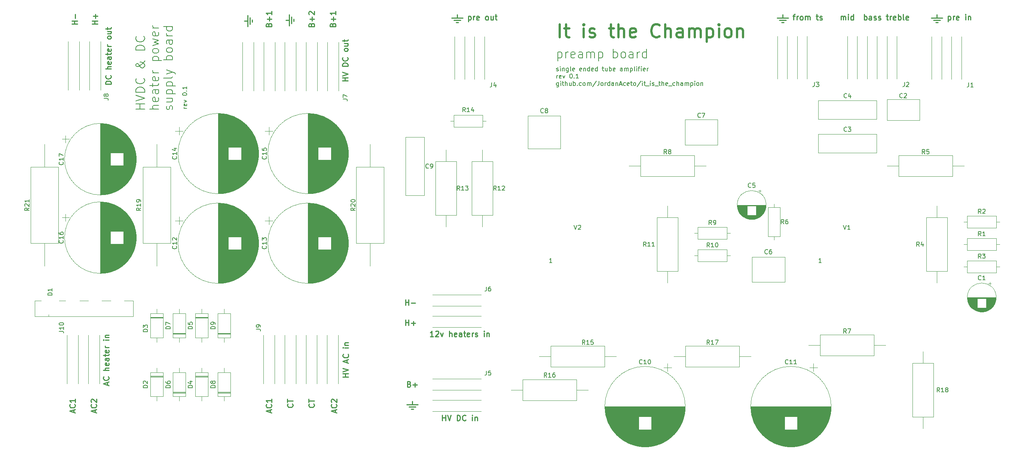
<source format=gto>
G04 #@! TF.GenerationSoftware,KiCad,Pcbnew,5.1.12-84ad8e8a86~92~ubuntu20.04.1*
G04 #@! TF.CreationDate,2021-12-12T19:41:42-05:00*
G04 #@! TF.ProjectId,it_is_the_champion,69745f69-735f-4746-9865-5f6368616d70,0.1*
G04 #@! TF.SameCoordinates,Original*
G04 #@! TF.FileFunction,Legend,Top*
G04 #@! TF.FilePolarity,Positive*
%FSLAX46Y46*%
G04 Gerber Fmt 4.6, Leading zero omitted, Abs format (unit mm)*
G04 Created by KiCad (PCBNEW 5.1.12-84ad8e8a86~92~ubuntu20.04.1) date 2021-12-12 19:41:42*
%MOMM*%
%LPD*%
G01*
G04 APERTURE LIST*
%ADD10C,0.250000*%
%ADD11C,0.150000*%
%ADD12C,0.500000*%
%ADD13C,0.120000*%
%ADD14C,0.500000*%
%ADD15O,2.400000X2.400000*%
%ADD16C,2.400000*%
%ADD17C,2.000000*%
%ADD18C,2.500000*%
%ADD19O,3.500000X3.500000*%
%ADD20C,4.000000*%
%ADD21C,6.000000*%
%ADD22C,1.000000*%
%ADD23C,2.800000*%
%ADD24C,2.550000*%
%ADD25R,2.400000X2.400000*%
%ADD26C,5.600000*%
%ADD27C,5.599999*%
%ADD28C,1.600000*%
%ADD29O,1.600000X1.600000*%
%ADD30O,2.200000X2.200000*%
%ADD31R,2.200000X2.200000*%
%ADD32R,1.600000X1.600000*%
%ADD33R,3.200000X3.200000*%
%ADD34C,3.200000*%
G04 APERTURE END LIST*
D10*
X34683047Y-99625476D02*
X34683047Y-98375476D01*
X34683047Y-98970714D02*
X35397333Y-98970714D01*
X35397333Y-99625476D02*
X35397333Y-98375476D01*
X35992571Y-99149285D02*
X36944952Y-99149285D01*
X36468761Y-99625476D02*
X36468761Y-98673095D01*
X34683047Y-95053476D02*
X34683047Y-93803476D01*
X34683047Y-94398714D02*
X35397333Y-94398714D01*
X35397333Y-95053476D02*
X35397333Y-93803476D01*
X35992571Y-94577285D02*
X36944952Y-94577285D01*
X43031666Y-121215476D02*
X43031666Y-119965476D01*
X43031666Y-120560714D02*
X43745952Y-120560714D01*
X43745952Y-121215476D02*
X43745952Y-119965476D01*
X44162619Y-119965476D02*
X44579285Y-121215476D01*
X44995952Y-119965476D01*
X46365000Y-121215476D02*
X46365000Y-119965476D01*
X46662619Y-119965476D01*
X46841190Y-120025000D01*
X46960238Y-120144047D01*
X47019761Y-120263095D01*
X47079285Y-120501190D01*
X47079285Y-120679761D01*
X47019761Y-120917857D01*
X46960238Y-121036904D01*
X46841190Y-121155952D01*
X46662619Y-121215476D01*
X46365000Y-121215476D01*
X48329285Y-121096428D02*
X48269761Y-121155952D01*
X48091190Y-121215476D01*
X47972142Y-121215476D01*
X47793571Y-121155952D01*
X47674523Y-121036904D01*
X47615000Y-120917857D01*
X47555476Y-120679761D01*
X47555476Y-120501190D01*
X47615000Y-120263095D01*
X47674523Y-120144047D01*
X47793571Y-120025000D01*
X47972142Y-119965476D01*
X48091190Y-119965476D01*
X48269761Y-120025000D01*
X48329285Y-120084523D01*
X49817380Y-121215476D02*
X49817380Y-120382142D01*
X49817380Y-119965476D02*
X49757857Y-120025000D01*
X49817380Y-120084523D01*
X49876904Y-120025000D01*
X49817380Y-119965476D01*
X49817380Y-120084523D01*
X50412619Y-120382142D02*
X50412619Y-121215476D01*
X50412619Y-120501190D02*
X50472142Y-120441666D01*
X50591190Y-120382142D01*
X50769761Y-120382142D01*
X50888809Y-120441666D01*
X50948333Y-120560714D01*
X50948333Y-121215476D01*
X13908428Y-117437285D02*
X13967952Y-117496809D01*
X14027476Y-117675380D01*
X14027476Y-117794428D01*
X13967952Y-117973000D01*
X13848904Y-118092047D01*
X13729857Y-118151571D01*
X13491761Y-118211095D01*
X13313190Y-118211095D01*
X13075095Y-118151571D01*
X12956047Y-118092047D01*
X12837000Y-117973000D01*
X12777476Y-117794428D01*
X12777476Y-117675380D01*
X12837000Y-117496809D01*
X12896523Y-117437285D01*
X12777476Y-117080142D02*
X12777476Y-116365857D01*
X14027476Y-116723000D02*
X12777476Y-116723000D01*
X-39566523Y-31356952D02*
X-40816523Y-31356952D01*
X-40221285Y-31356952D02*
X-40221285Y-30642666D01*
X-39566523Y-30642666D02*
X-40816523Y-30642666D01*
X-40042714Y-30047428D02*
X-40042714Y-29095047D01*
X-34994523Y-31356952D02*
X-36244523Y-31356952D01*
X-35649285Y-31356952D02*
X-35649285Y-30642666D01*
X-34994523Y-30642666D02*
X-36244523Y-30642666D01*
X-35470714Y-30047428D02*
X-35470714Y-29095047D01*
X-34994523Y-29571238D02*
X-35946904Y-29571238D01*
X-35605666Y-119373857D02*
X-35605666Y-118778619D01*
X-35248523Y-119492904D02*
X-36498523Y-119076238D01*
X-35248523Y-118659571D01*
X-35367571Y-117528619D02*
X-35308047Y-117588142D01*
X-35248523Y-117766714D01*
X-35248523Y-117885761D01*
X-35308047Y-118064333D01*
X-35427095Y-118183380D01*
X-35546142Y-118242904D01*
X-35784238Y-118302428D01*
X-35962809Y-118302428D01*
X-36200904Y-118242904D01*
X-36319952Y-118183380D01*
X-36439000Y-118064333D01*
X-36498523Y-117885761D01*
X-36498523Y-117766714D01*
X-36439000Y-117588142D01*
X-36379476Y-117528619D01*
X-36379476Y-117052428D02*
X-36439000Y-116992904D01*
X-36498523Y-116873857D01*
X-36498523Y-116576238D01*
X-36439000Y-116457190D01*
X-36379476Y-116397666D01*
X-36260428Y-116338142D01*
X-36141380Y-116338142D01*
X-35962809Y-116397666D01*
X-35248523Y-117111952D01*
X-35248523Y-116338142D01*
X-40431666Y-119373857D02*
X-40431666Y-118778619D01*
X-40074523Y-119492904D02*
X-41324523Y-119076238D01*
X-40074523Y-118659571D01*
X-40193571Y-117528619D02*
X-40134047Y-117588142D01*
X-40074523Y-117766714D01*
X-40074523Y-117885761D01*
X-40134047Y-118064333D01*
X-40253095Y-118183380D01*
X-40372142Y-118242904D01*
X-40610238Y-118302428D01*
X-40788809Y-118302428D01*
X-41026904Y-118242904D01*
X-41145952Y-118183380D01*
X-41265000Y-118064333D01*
X-41324523Y-117885761D01*
X-41324523Y-117766714D01*
X-41265000Y-117588142D01*
X-41205476Y-117528619D01*
X-40074523Y-116338142D02*
X-40074523Y-117052428D01*
X-40074523Y-116695285D02*
X-41324523Y-116695285D01*
X-41145952Y-116814333D01*
X-41026904Y-116933380D01*
X-40967380Y-117052428D01*
D11*
X-14787619Y-50464404D02*
X-15454285Y-50464404D01*
X-15263809Y-50464404D02*
X-15359047Y-50416785D01*
X-15406666Y-50369166D01*
X-15454285Y-50273928D01*
X-15454285Y-50178690D01*
X-14835238Y-49464404D02*
X-14787619Y-49559642D01*
X-14787619Y-49750119D01*
X-14835238Y-49845357D01*
X-14930476Y-49892976D01*
X-15311428Y-49892976D01*
X-15406666Y-49845357D01*
X-15454285Y-49750119D01*
X-15454285Y-49559642D01*
X-15406666Y-49464404D01*
X-15311428Y-49416785D01*
X-15216190Y-49416785D01*
X-15120952Y-49892976D01*
X-15454285Y-49083452D02*
X-14787619Y-48845357D01*
X-15454285Y-48607261D01*
X-15787619Y-47273928D02*
X-15787619Y-47178690D01*
X-15740000Y-47083452D01*
X-15692380Y-47035833D01*
X-15597142Y-46988214D01*
X-15406666Y-46940595D01*
X-15168571Y-46940595D01*
X-14978095Y-46988214D01*
X-14882857Y-47035833D01*
X-14835238Y-47083452D01*
X-14787619Y-47178690D01*
X-14787619Y-47273928D01*
X-14835238Y-47369166D01*
X-14882857Y-47416785D01*
X-14978095Y-47464404D01*
X-15168571Y-47512023D01*
X-15406666Y-47512023D01*
X-15597142Y-47464404D01*
X-15692380Y-47416785D01*
X-15740000Y-47369166D01*
X-15787619Y-47273928D01*
X-14882857Y-46512023D02*
X-14835238Y-46464404D01*
X-14787619Y-46512023D01*
X-14835238Y-46559642D01*
X-14882857Y-46512023D01*
X-14787619Y-46512023D01*
X-14787619Y-45512023D02*
X-14787619Y-46083452D01*
X-14787619Y-45797738D02*
X-15787619Y-45797738D01*
X-15644761Y-45892976D01*
X-15549523Y-45988214D01*
X-15501904Y-46083452D01*
D10*
X21647476Y-44207333D02*
X20397476Y-44207333D01*
X20992714Y-44207333D02*
X20992714Y-43493047D01*
X21647476Y-43493047D02*
X20397476Y-43493047D01*
X20397476Y-43076380D02*
X21647476Y-42659714D01*
X20397476Y-42243047D01*
X21647476Y-40874000D02*
X20397476Y-40874000D01*
X20397476Y-40576380D01*
X20457000Y-40397809D01*
X20576047Y-40278761D01*
X20695095Y-40219238D01*
X20933190Y-40159714D01*
X21111761Y-40159714D01*
X21349857Y-40219238D01*
X21468904Y-40278761D01*
X21587952Y-40397809D01*
X21647476Y-40576380D01*
X21647476Y-40874000D01*
X21528428Y-38909714D02*
X21587952Y-38969238D01*
X21647476Y-39147809D01*
X21647476Y-39266857D01*
X21587952Y-39445428D01*
X21468904Y-39564476D01*
X21349857Y-39624000D01*
X21111761Y-39683523D01*
X20933190Y-39683523D01*
X20695095Y-39624000D01*
X20576047Y-39564476D01*
X20457000Y-39445428D01*
X20397476Y-39266857D01*
X20397476Y-39147809D01*
X20457000Y-38969238D01*
X20516523Y-38909714D01*
X21647476Y-37243047D02*
X21587952Y-37362095D01*
X21528428Y-37421619D01*
X21409380Y-37481142D01*
X21052238Y-37481142D01*
X20933190Y-37421619D01*
X20873666Y-37362095D01*
X20814142Y-37243047D01*
X20814142Y-37064476D01*
X20873666Y-36945428D01*
X20933190Y-36885904D01*
X21052238Y-36826380D01*
X21409380Y-36826380D01*
X21528428Y-36885904D01*
X21587952Y-36945428D01*
X21647476Y-37064476D01*
X21647476Y-37243047D01*
X20814142Y-35754952D02*
X21647476Y-35754952D01*
X20814142Y-36290666D02*
X21468904Y-36290666D01*
X21587952Y-36231142D01*
X21647476Y-36112095D01*
X21647476Y-35933523D01*
X21587952Y-35814476D01*
X21528428Y-35754952D01*
X20814142Y-35338285D02*
X20814142Y-34862095D01*
X20397476Y-35159714D02*
X21468904Y-35159714D01*
X21587952Y-35100190D01*
X21647476Y-34981142D01*
X21647476Y-34862095D01*
X21774476Y-111311047D02*
X20524476Y-111311047D01*
X21119714Y-111311047D02*
X21119714Y-110596761D01*
X21774476Y-110596761D02*
X20524476Y-110596761D01*
X20524476Y-110180095D02*
X21774476Y-109763428D01*
X20524476Y-109346761D01*
X21417333Y-108037238D02*
X21417333Y-107442000D01*
X21774476Y-108156285D02*
X20524476Y-107739619D01*
X21774476Y-107322952D01*
X21655428Y-106192000D02*
X21714952Y-106251523D01*
X21774476Y-106430095D01*
X21774476Y-106549142D01*
X21714952Y-106727714D01*
X21595904Y-106846761D01*
X21476857Y-106906285D01*
X21238761Y-106965809D01*
X21060190Y-106965809D01*
X20822095Y-106906285D01*
X20703047Y-106846761D01*
X20584000Y-106727714D01*
X20524476Y-106549142D01*
X20524476Y-106430095D01*
X20584000Y-106251523D01*
X20643523Y-106192000D01*
X21774476Y-104703904D02*
X20941142Y-104703904D01*
X20524476Y-104703904D02*
X20584000Y-104763428D01*
X20643523Y-104703904D01*
X20584000Y-104644380D01*
X20524476Y-104703904D01*
X20643523Y-104703904D01*
X20941142Y-104108666D02*
X21774476Y-104108666D01*
X21060190Y-104108666D02*
X21000666Y-104049142D01*
X20941142Y-103930095D01*
X20941142Y-103751523D01*
X21000666Y-103632476D01*
X21119714Y-103572952D01*
X21774476Y-103572952D01*
D11*
X-24343238Y-50607309D02*
X-26343238Y-50607309D01*
X-25390857Y-50607309D02*
X-25390857Y-49464452D01*
X-24343238Y-49464452D02*
X-26343238Y-49464452D01*
X-26343238Y-48797785D02*
X-24343238Y-48131119D01*
X-26343238Y-47464452D01*
X-24343238Y-46797785D02*
X-26343238Y-46797785D01*
X-26343238Y-46321595D01*
X-26248000Y-46035880D01*
X-26057523Y-45845404D01*
X-25867047Y-45750166D01*
X-25486095Y-45654928D01*
X-25200380Y-45654928D01*
X-24819428Y-45750166D01*
X-24628952Y-45845404D01*
X-24438476Y-46035880D01*
X-24343238Y-46321595D01*
X-24343238Y-46797785D01*
X-24533714Y-43654928D02*
X-24438476Y-43750166D01*
X-24343238Y-44035880D01*
X-24343238Y-44226357D01*
X-24438476Y-44512071D01*
X-24628952Y-44702547D01*
X-24819428Y-44797785D01*
X-25200380Y-44893023D01*
X-25486095Y-44893023D01*
X-25867047Y-44797785D01*
X-26057523Y-44702547D01*
X-26248000Y-44512071D01*
X-26343238Y-44226357D01*
X-26343238Y-44035880D01*
X-26248000Y-43750166D01*
X-26152761Y-43654928D01*
X-24343238Y-39654928D02*
X-24343238Y-39750166D01*
X-24438476Y-39940642D01*
X-24724190Y-40226357D01*
X-25295619Y-40702547D01*
X-25581333Y-40893023D01*
X-25867047Y-40988261D01*
X-26057523Y-40988261D01*
X-26248000Y-40893023D01*
X-26343238Y-40702547D01*
X-26343238Y-40607309D01*
X-26248000Y-40416833D01*
X-26057523Y-40321595D01*
X-25962285Y-40321595D01*
X-25771809Y-40416833D01*
X-25676571Y-40512071D01*
X-25295619Y-41083500D01*
X-25200380Y-41178738D01*
X-25009904Y-41273976D01*
X-24724190Y-41273976D01*
X-24533714Y-41178738D01*
X-24438476Y-41083500D01*
X-24343238Y-40893023D01*
X-24343238Y-40607309D01*
X-24438476Y-40416833D01*
X-24533714Y-40321595D01*
X-24914666Y-40035880D01*
X-25200380Y-39940642D01*
X-25390857Y-39940642D01*
X-24343238Y-37273976D02*
X-26343238Y-37273976D01*
X-26343238Y-36797785D01*
X-26248000Y-36512071D01*
X-26057523Y-36321595D01*
X-25867047Y-36226357D01*
X-25486095Y-36131119D01*
X-25200380Y-36131119D01*
X-24819428Y-36226357D01*
X-24628952Y-36321595D01*
X-24438476Y-36512071D01*
X-24343238Y-36797785D01*
X-24343238Y-37273976D01*
X-24533714Y-34131119D02*
X-24438476Y-34226357D01*
X-24343238Y-34512071D01*
X-24343238Y-34702547D01*
X-24438476Y-34988261D01*
X-24628952Y-35178738D01*
X-24819428Y-35273976D01*
X-25200380Y-35369214D01*
X-25486095Y-35369214D01*
X-25867047Y-35273976D01*
X-26057523Y-35178738D01*
X-26248000Y-34988261D01*
X-26343238Y-34702547D01*
X-26343238Y-34512071D01*
X-26248000Y-34226357D01*
X-26152761Y-34131119D01*
X-21193238Y-50607309D02*
X-23193238Y-50607309D01*
X-21193238Y-49750166D02*
X-22240857Y-49750166D01*
X-22431333Y-49845404D01*
X-22526571Y-50035880D01*
X-22526571Y-50321595D01*
X-22431333Y-50512071D01*
X-22336095Y-50607309D01*
X-21288476Y-48035880D02*
X-21193238Y-48226357D01*
X-21193238Y-48607309D01*
X-21288476Y-48797785D01*
X-21478952Y-48893023D01*
X-22240857Y-48893023D01*
X-22431333Y-48797785D01*
X-22526571Y-48607309D01*
X-22526571Y-48226357D01*
X-22431333Y-48035880D01*
X-22240857Y-47940642D01*
X-22050380Y-47940642D01*
X-21859904Y-48893023D01*
X-21193238Y-46226357D02*
X-22240857Y-46226357D01*
X-22431333Y-46321595D01*
X-22526571Y-46512071D01*
X-22526571Y-46893023D01*
X-22431333Y-47083500D01*
X-21288476Y-46226357D02*
X-21193238Y-46416833D01*
X-21193238Y-46893023D01*
X-21288476Y-47083500D01*
X-21478952Y-47178738D01*
X-21669428Y-47178738D01*
X-21859904Y-47083500D01*
X-21955142Y-46893023D01*
X-21955142Y-46416833D01*
X-22050380Y-46226357D01*
X-22526571Y-45559690D02*
X-22526571Y-44797785D01*
X-23193238Y-45273976D02*
X-21478952Y-45273976D01*
X-21288476Y-45178738D01*
X-21193238Y-44988261D01*
X-21193238Y-44797785D01*
X-21288476Y-43369214D02*
X-21193238Y-43559690D01*
X-21193238Y-43940642D01*
X-21288476Y-44131119D01*
X-21478952Y-44226357D01*
X-22240857Y-44226357D01*
X-22431333Y-44131119D01*
X-22526571Y-43940642D01*
X-22526571Y-43559690D01*
X-22431333Y-43369214D01*
X-22240857Y-43273976D01*
X-22050380Y-43273976D01*
X-21859904Y-44226357D01*
X-21193238Y-42416833D02*
X-22526571Y-42416833D01*
X-22145619Y-42416833D02*
X-22336095Y-42321595D01*
X-22431333Y-42226357D01*
X-22526571Y-42035880D01*
X-22526571Y-41845404D01*
X-22526571Y-39654928D02*
X-20526571Y-39654928D01*
X-22431333Y-39654928D02*
X-22526571Y-39464452D01*
X-22526571Y-39083500D01*
X-22431333Y-38893023D01*
X-22336095Y-38797785D01*
X-22145619Y-38702547D01*
X-21574190Y-38702547D01*
X-21383714Y-38797785D01*
X-21288476Y-38893023D01*
X-21193238Y-39083500D01*
X-21193238Y-39464452D01*
X-21288476Y-39654928D01*
X-21193238Y-37559690D02*
X-21288476Y-37750166D01*
X-21383714Y-37845404D01*
X-21574190Y-37940642D01*
X-22145619Y-37940642D01*
X-22336095Y-37845404D01*
X-22431333Y-37750166D01*
X-22526571Y-37559690D01*
X-22526571Y-37273976D01*
X-22431333Y-37083500D01*
X-22336095Y-36988261D01*
X-22145619Y-36893023D01*
X-21574190Y-36893023D01*
X-21383714Y-36988261D01*
X-21288476Y-37083500D01*
X-21193238Y-37273976D01*
X-21193238Y-37559690D01*
X-22526571Y-36226357D02*
X-21193238Y-35845404D01*
X-22145619Y-35464452D01*
X-21193238Y-35083500D01*
X-22526571Y-34702547D01*
X-21288476Y-33178738D02*
X-21193238Y-33369214D01*
X-21193238Y-33750166D01*
X-21288476Y-33940642D01*
X-21478952Y-34035880D01*
X-22240857Y-34035880D01*
X-22431333Y-33940642D01*
X-22526571Y-33750166D01*
X-22526571Y-33369214D01*
X-22431333Y-33178738D01*
X-22240857Y-33083500D01*
X-22050380Y-33083500D01*
X-21859904Y-34035880D01*
X-21193238Y-32226357D02*
X-22526571Y-32226357D01*
X-22145619Y-32226357D02*
X-22336095Y-32131119D01*
X-22431333Y-32035880D01*
X-22526571Y-31845404D01*
X-22526571Y-31654928D01*
X-18138476Y-50702547D02*
X-18043238Y-50512071D01*
X-18043238Y-50131119D01*
X-18138476Y-49940642D01*
X-18328952Y-49845404D01*
X-18424190Y-49845404D01*
X-18614666Y-49940642D01*
X-18709904Y-50131119D01*
X-18709904Y-50416833D01*
X-18805142Y-50607309D01*
X-18995619Y-50702547D01*
X-19090857Y-50702547D01*
X-19281333Y-50607309D01*
X-19376571Y-50416833D01*
X-19376571Y-50131119D01*
X-19281333Y-49940642D01*
X-19376571Y-48131119D02*
X-18043238Y-48131119D01*
X-19376571Y-48988261D02*
X-18328952Y-48988261D01*
X-18138476Y-48893023D01*
X-18043238Y-48702547D01*
X-18043238Y-48416833D01*
X-18138476Y-48226357D01*
X-18233714Y-48131119D01*
X-19376571Y-47178738D02*
X-17376571Y-47178738D01*
X-19281333Y-47178738D02*
X-19376571Y-46988261D01*
X-19376571Y-46607309D01*
X-19281333Y-46416833D01*
X-19186095Y-46321595D01*
X-18995619Y-46226357D01*
X-18424190Y-46226357D01*
X-18233714Y-46321595D01*
X-18138476Y-46416833D01*
X-18043238Y-46607309D01*
X-18043238Y-46988261D01*
X-18138476Y-47178738D01*
X-19376571Y-45369214D02*
X-17376571Y-45369214D01*
X-19281333Y-45369214D02*
X-19376571Y-45178738D01*
X-19376571Y-44797785D01*
X-19281333Y-44607309D01*
X-19186095Y-44512071D01*
X-18995619Y-44416833D01*
X-18424190Y-44416833D01*
X-18233714Y-44512071D01*
X-18138476Y-44607309D01*
X-18043238Y-44797785D01*
X-18043238Y-45178738D01*
X-18138476Y-45369214D01*
X-18043238Y-43273976D02*
X-18138476Y-43464452D01*
X-18328952Y-43559690D01*
X-20043238Y-43559690D01*
X-19376571Y-42702547D02*
X-18043238Y-42226357D01*
X-19376571Y-41750166D02*
X-18043238Y-42226357D01*
X-17567047Y-42416833D01*
X-17471809Y-42512071D01*
X-17376571Y-42702547D01*
X-18043238Y-39464452D02*
X-20043238Y-39464452D01*
X-19281333Y-39464452D02*
X-19376571Y-39273976D01*
X-19376571Y-38893023D01*
X-19281333Y-38702547D01*
X-19186095Y-38607309D01*
X-18995619Y-38512071D01*
X-18424190Y-38512071D01*
X-18233714Y-38607309D01*
X-18138476Y-38702547D01*
X-18043238Y-38893023D01*
X-18043238Y-39273976D01*
X-18138476Y-39464452D01*
X-18043238Y-37369214D02*
X-18138476Y-37559690D01*
X-18233714Y-37654928D01*
X-18424190Y-37750166D01*
X-18995619Y-37750166D01*
X-19186095Y-37654928D01*
X-19281333Y-37559690D01*
X-19376571Y-37369214D01*
X-19376571Y-37083500D01*
X-19281333Y-36893023D01*
X-19186095Y-36797785D01*
X-18995619Y-36702547D01*
X-18424190Y-36702547D01*
X-18233714Y-36797785D01*
X-18138476Y-36893023D01*
X-18043238Y-37083500D01*
X-18043238Y-37369214D01*
X-18043238Y-34988261D02*
X-19090857Y-34988261D01*
X-19281333Y-35083500D01*
X-19376571Y-35273976D01*
X-19376571Y-35654928D01*
X-19281333Y-35845404D01*
X-18138476Y-34988261D02*
X-18043238Y-35178738D01*
X-18043238Y-35654928D01*
X-18138476Y-35845404D01*
X-18328952Y-35940642D01*
X-18519428Y-35940642D01*
X-18709904Y-35845404D01*
X-18805142Y-35654928D01*
X-18805142Y-35178738D01*
X-18900380Y-34988261D01*
X-18043238Y-34035880D02*
X-19376571Y-34035880D01*
X-18995619Y-34035880D02*
X-19186095Y-33940642D01*
X-19281333Y-33845404D01*
X-19376571Y-33654928D01*
X-19376571Y-33464452D01*
X-18043238Y-31940642D02*
X-20043238Y-31940642D01*
X-18138476Y-31940642D02*
X-18043238Y-32131119D01*
X-18043238Y-32512071D01*
X-18138476Y-32702547D01*
X-18233714Y-32797785D01*
X-18424190Y-32893023D01*
X-18995619Y-32893023D01*
X-19186095Y-32797785D01*
X-19281333Y-32702547D01*
X-19376571Y-32512071D01*
X-19376571Y-32131119D01*
X-19281333Y-31940642D01*
D10*
X9082428Y-117437285D02*
X9141952Y-117496809D01*
X9201476Y-117675380D01*
X9201476Y-117794428D01*
X9141952Y-117973000D01*
X9022904Y-118092047D01*
X8903857Y-118151571D01*
X8665761Y-118211095D01*
X8487190Y-118211095D01*
X8249095Y-118151571D01*
X8130047Y-118092047D01*
X8011000Y-117973000D01*
X7951476Y-117794428D01*
X7951476Y-117675380D01*
X8011000Y-117496809D01*
X8070523Y-117437285D01*
X7951476Y-117080142D02*
X7951476Y-116365857D01*
X9201476Y-116723000D02*
X7951476Y-116723000D01*
X18750333Y-119373857D02*
X18750333Y-118778619D01*
X19107476Y-119492904D02*
X17857476Y-119076238D01*
X19107476Y-118659571D01*
X18988428Y-117528619D02*
X19047952Y-117588142D01*
X19107476Y-117766714D01*
X19107476Y-117885761D01*
X19047952Y-118064333D01*
X18928904Y-118183380D01*
X18809857Y-118242904D01*
X18571761Y-118302428D01*
X18393190Y-118302428D01*
X18155095Y-118242904D01*
X18036047Y-118183380D01*
X17917000Y-118064333D01*
X17857476Y-117885761D01*
X17857476Y-117766714D01*
X17917000Y-117588142D01*
X17976523Y-117528619D01*
X17976523Y-117052428D02*
X17917000Y-116992904D01*
X17857476Y-116873857D01*
X17857476Y-116576238D01*
X17917000Y-116457190D01*
X17976523Y-116397666D01*
X18095571Y-116338142D01*
X18214619Y-116338142D01*
X18393190Y-116397666D01*
X19107476Y-117111952D01*
X19107476Y-116338142D01*
X4018333Y-119373857D02*
X4018333Y-118778619D01*
X4375476Y-119492904D02*
X3125476Y-119076238D01*
X4375476Y-118659571D01*
X4256428Y-117528619D02*
X4315952Y-117588142D01*
X4375476Y-117766714D01*
X4375476Y-117885761D01*
X4315952Y-118064333D01*
X4196904Y-118183380D01*
X4077857Y-118242904D01*
X3839761Y-118302428D01*
X3661190Y-118302428D01*
X3423095Y-118242904D01*
X3304047Y-118183380D01*
X3185000Y-118064333D01*
X3125476Y-117885761D01*
X3125476Y-117766714D01*
X3185000Y-117588142D01*
X3244523Y-117528619D01*
X4375476Y-116338142D02*
X4375476Y-117052428D01*
X4375476Y-116695285D02*
X3125476Y-116695285D01*
X3304047Y-116814333D01*
X3423095Y-116933380D01*
X3482619Y-117052428D01*
X-32811666Y-113126523D02*
X-32811666Y-112531285D01*
X-32454523Y-113245571D02*
X-33704523Y-112828904D01*
X-32454523Y-112412238D01*
X-32573571Y-111281285D02*
X-32514047Y-111340809D01*
X-32454523Y-111519380D01*
X-32454523Y-111638428D01*
X-32514047Y-111817000D01*
X-32633095Y-111936047D01*
X-32752142Y-111995571D01*
X-32990238Y-112055095D01*
X-33168809Y-112055095D01*
X-33406904Y-111995571D01*
X-33525952Y-111936047D01*
X-33645000Y-111817000D01*
X-33704523Y-111638428D01*
X-33704523Y-111519380D01*
X-33645000Y-111340809D01*
X-33585476Y-111281285D01*
X-32454523Y-109793190D02*
X-33704523Y-109793190D01*
X-32454523Y-109257476D02*
X-33109285Y-109257476D01*
X-33228333Y-109317000D01*
X-33287857Y-109436047D01*
X-33287857Y-109614619D01*
X-33228333Y-109733666D01*
X-33168809Y-109793190D01*
X-32514047Y-108186047D02*
X-32454523Y-108305095D01*
X-32454523Y-108543190D01*
X-32514047Y-108662238D01*
X-32633095Y-108721761D01*
X-33109285Y-108721761D01*
X-33228333Y-108662238D01*
X-33287857Y-108543190D01*
X-33287857Y-108305095D01*
X-33228333Y-108186047D01*
X-33109285Y-108126523D01*
X-32990238Y-108126523D01*
X-32871190Y-108721761D01*
X-32454523Y-107055095D02*
X-33109285Y-107055095D01*
X-33228333Y-107114619D01*
X-33287857Y-107233666D01*
X-33287857Y-107471761D01*
X-33228333Y-107590809D01*
X-32514047Y-107055095D02*
X-32454523Y-107174142D01*
X-32454523Y-107471761D01*
X-32514047Y-107590809D01*
X-32633095Y-107650333D01*
X-32752142Y-107650333D01*
X-32871190Y-107590809D01*
X-32930714Y-107471761D01*
X-32930714Y-107174142D01*
X-32990238Y-107055095D01*
X-33287857Y-106638428D02*
X-33287857Y-106162238D01*
X-33704523Y-106459857D02*
X-32633095Y-106459857D01*
X-32514047Y-106400333D01*
X-32454523Y-106281285D01*
X-32454523Y-106162238D01*
X-32514047Y-105269380D02*
X-32454523Y-105388428D01*
X-32454523Y-105626523D01*
X-32514047Y-105745571D01*
X-32633095Y-105805095D01*
X-33109285Y-105805095D01*
X-33228333Y-105745571D01*
X-33287857Y-105626523D01*
X-33287857Y-105388428D01*
X-33228333Y-105269380D01*
X-33109285Y-105209857D01*
X-32990238Y-105209857D01*
X-32871190Y-105805095D01*
X-32454523Y-104674142D02*
X-33287857Y-104674142D01*
X-33049761Y-104674142D02*
X-33168809Y-104614619D01*
X-33228333Y-104555095D01*
X-33287857Y-104436047D01*
X-33287857Y-104317000D01*
X-32454523Y-102947952D02*
X-33287857Y-102947952D01*
X-33704523Y-102947952D02*
X-33645000Y-103007476D01*
X-33585476Y-102947952D01*
X-33645000Y-102888428D01*
X-33704523Y-102947952D01*
X-33585476Y-102947952D01*
X-33287857Y-102352714D02*
X-32454523Y-102352714D01*
X-33168809Y-102352714D02*
X-33228333Y-102293190D01*
X-33287857Y-102174142D01*
X-33287857Y-101995571D01*
X-33228333Y-101876523D01*
X-33109285Y-101817000D01*
X-32454523Y-101817000D01*
X3720714Y-31505761D02*
X3780238Y-31327190D01*
X3839761Y-31267666D01*
X3958809Y-31208142D01*
X4137380Y-31208142D01*
X4256428Y-31267666D01*
X4315952Y-31327190D01*
X4375476Y-31446238D01*
X4375476Y-31922428D01*
X3125476Y-31922428D01*
X3125476Y-31505761D01*
X3185000Y-31386714D01*
X3244523Y-31327190D01*
X3363571Y-31267666D01*
X3482619Y-31267666D01*
X3601666Y-31327190D01*
X3661190Y-31386714D01*
X3720714Y-31505761D01*
X3720714Y-31922428D01*
X3899285Y-30672428D02*
X3899285Y-29720047D01*
X4375476Y-30196238D02*
X3423095Y-30196238D01*
X4375476Y-28470047D02*
X4375476Y-29184333D01*
X4375476Y-28827190D02*
X3125476Y-28827190D01*
X3304047Y-28946238D01*
X3423095Y-29065285D01*
X3482619Y-29184333D01*
X13372714Y-31505761D02*
X13432238Y-31327190D01*
X13491761Y-31267666D01*
X13610809Y-31208142D01*
X13789380Y-31208142D01*
X13908428Y-31267666D01*
X13967952Y-31327190D01*
X14027476Y-31446238D01*
X14027476Y-31922428D01*
X12777476Y-31922428D01*
X12777476Y-31505761D01*
X12837000Y-31386714D01*
X12896523Y-31327190D01*
X13015571Y-31267666D01*
X13134619Y-31267666D01*
X13253666Y-31327190D01*
X13313190Y-31386714D01*
X13372714Y-31505761D01*
X13372714Y-31922428D01*
X13551285Y-30672428D02*
X13551285Y-29720047D01*
X14027476Y-30196238D02*
X13075095Y-30196238D01*
X12896523Y-29184333D02*
X12837000Y-29124809D01*
X12777476Y-29005761D01*
X12777476Y-28708142D01*
X12837000Y-28589095D01*
X12896523Y-28529571D01*
X13015571Y-28470047D01*
X13134619Y-28470047D01*
X13313190Y-28529571D01*
X14027476Y-29243857D01*
X14027476Y-28470047D01*
X18198714Y-31505761D02*
X18258238Y-31327190D01*
X18317761Y-31267666D01*
X18436809Y-31208142D01*
X18615380Y-31208142D01*
X18734428Y-31267666D01*
X18793952Y-31327190D01*
X18853476Y-31446238D01*
X18853476Y-31922428D01*
X17603476Y-31922428D01*
X17603476Y-31505761D01*
X17663000Y-31386714D01*
X17722523Y-31327190D01*
X17841571Y-31267666D01*
X17960619Y-31267666D01*
X18079666Y-31327190D01*
X18139190Y-31386714D01*
X18198714Y-31505761D01*
X18198714Y-31922428D01*
X18377285Y-30672428D02*
X18377285Y-29720047D01*
X18853476Y-30196238D02*
X17901095Y-30196238D01*
X18853476Y-28470047D02*
X18853476Y-29184333D01*
X18853476Y-28827190D02*
X17603476Y-28827190D01*
X17782047Y-28946238D01*
X17901095Y-29065285D01*
X17960619Y-29184333D01*
X-31946523Y-44947285D02*
X-33196523Y-44947285D01*
X-33196523Y-44649666D01*
X-33137000Y-44471095D01*
X-33017952Y-44352047D01*
X-32898904Y-44292523D01*
X-32660809Y-44233000D01*
X-32482238Y-44233000D01*
X-32244142Y-44292523D01*
X-32125095Y-44352047D01*
X-32006047Y-44471095D01*
X-31946523Y-44649666D01*
X-31946523Y-44947285D01*
X-32065571Y-42983000D02*
X-32006047Y-43042523D01*
X-31946523Y-43221095D01*
X-31946523Y-43340142D01*
X-32006047Y-43518714D01*
X-32125095Y-43637761D01*
X-32244142Y-43697285D01*
X-32482238Y-43756809D01*
X-32660809Y-43756809D01*
X-32898904Y-43697285D01*
X-33017952Y-43637761D01*
X-33137000Y-43518714D01*
X-33196523Y-43340142D01*
X-33196523Y-43221095D01*
X-33137000Y-43042523D01*
X-33077476Y-42983000D01*
X-31946523Y-41494904D02*
X-33196523Y-41494904D01*
X-31946523Y-40959190D02*
X-32601285Y-40959190D01*
X-32720333Y-41018714D01*
X-32779857Y-41137761D01*
X-32779857Y-41316333D01*
X-32720333Y-41435380D01*
X-32660809Y-41494904D01*
X-32006047Y-39887761D02*
X-31946523Y-40006809D01*
X-31946523Y-40244904D01*
X-32006047Y-40363952D01*
X-32125095Y-40423476D01*
X-32601285Y-40423476D01*
X-32720333Y-40363952D01*
X-32779857Y-40244904D01*
X-32779857Y-40006809D01*
X-32720333Y-39887761D01*
X-32601285Y-39828238D01*
X-32482238Y-39828238D01*
X-32363190Y-40423476D01*
X-31946523Y-38756809D02*
X-32601285Y-38756809D01*
X-32720333Y-38816333D01*
X-32779857Y-38935380D01*
X-32779857Y-39173476D01*
X-32720333Y-39292523D01*
X-32006047Y-38756809D02*
X-31946523Y-38875857D01*
X-31946523Y-39173476D01*
X-32006047Y-39292523D01*
X-32125095Y-39352047D01*
X-32244142Y-39352047D01*
X-32363190Y-39292523D01*
X-32422714Y-39173476D01*
X-32422714Y-38875857D01*
X-32482238Y-38756809D01*
X-32779857Y-38340142D02*
X-32779857Y-37863952D01*
X-33196523Y-38161571D02*
X-32125095Y-38161571D01*
X-32006047Y-38102047D01*
X-31946523Y-37983000D01*
X-31946523Y-37863952D01*
X-32006047Y-36971095D02*
X-31946523Y-37090142D01*
X-31946523Y-37328238D01*
X-32006047Y-37447285D01*
X-32125095Y-37506809D01*
X-32601285Y-37506809D01*
X-32720333Y-37447285D01*
X-32779857Y-37328238D01*
X-32779857Y-37090142D01*
X-32720333Y-36971095D01*
X-32601285Y-36911571D01*
X-32482238Y-36911571D01*
X-32363190Y-37506809D01*
X-31946523Y-36375857D02*
X-32779857Y-36375857D01*
X-32541761Y-36375857D02*
X-32660809Y-36316333D01*
X-32720333Y-36256809D01*
X-32779857Y-36137761D01*
X-32779857Y-36018714D01*
X-31946523Y-34471095D02*
X-32006047Y-34590142D01*
X-32065571Y-34649666D01*
X-32184619Y-34709190D01*
X-32541761Y-34709190D01*
X-32660809Y-34649666D01*
X-32720333Y-34590142D01*
X-32779857Y-34471095D01*
X-32779857Y-34292523D01*
X-32720333Y-34173476D01*
X-32660809Y-34113952D01*
X-32541761Y-34054428D01*
X-32184619Y-34054428D01*
X-32065571Y-34113952D01*
X-32006047Y-34173476D01*
X-31946523Y-34292523D01*
X-31946523Y-34471095D01*
X-32779857Y-32983000D02*
X-31946523Y-32983000D01*
X-32779857Y-33518714D02*
X-32125095Y-33518714D01*
X-32006047Y-33459190D01*
X-31946523Y-33340142D01*
X-31946523Y-33161571D01*
X-32006047Y-33042523D01*
X-32065571Y-32983000D01*
X-32779857Y-32566333D02*
X-32779857Y-32090142D01*
X-33196523Y-32387761D02*
X-32125095Y-32387761D01*
X-32006047Y-32328238D01*
X-31946523Y-32209190D01*
X-31946523Y-32090142D01*
X9398000Y-30734000D02*
X9398000Y-30226000D01*
X8382000Y-30480000D02*
X7620000Y-30480000D01*
X8890000Y-31242000D02*
X8890000Y-29718000D01*
X8382000Y-31750000D02*
X8382000Y-29210000D01*
X0Y-30861000D02*
X0Y-30353000D01*
X-1016000Y-30607000D02*
X-1778000Y-30607000D01*
X-508000Y-31369000D02*
X-508000Y-29845000D01*
X-1016000Y-31877000D02*
X-1016000Y-29337000D01*
X35510476Y-112940714D02*
X35689047Y-113000238D01*
X35748571Y-113059761D01*
X35808095Y-113178809D01*
X35808095Y-113357380D01*
X35748571Y-113476428D01*
X35689047Y-113535952D01*
X35570000Y-113595476D01*
X35093809Y-113595476D01*
X35093809Y-112345476D01*
X35510476Y-112345476D01*
X35629523Y-112405000D01*
X35689047Y-112464523D01*
X35748571Y-112583571D01*
X35748571Y-112702619D01*
X35689047Y-112821666D01*
X35629523Y-112881190D01*
X35510476Y-112940714D01*
X35093809Y-112940714D01*
X36343809Y-113119285D02*
X37296190Y-113119285D01*
X36820000Y-113595476D02*
X36820000Y-112643095D01*
X41007857Y-102165476D02*
X40293571Y-102165476D01*
X40650714Y-102165476D02*
X40650714Y-100915476D01*
X40531666Y-101094047D01*
X40412619Y-101213095D01*
X40293571Y-101272619D01*
X41484047Y-101034523D02*
X41543571Y-100975000D01*
X41662619Y-100915476D01*
X41960238Y-100915476D01*
X42079285Y-100975000D01*
X42138809Y-101034523D01*
X42198333Y-101153571D01*
X42198333Y-101272619D01*
X42138809Y-101451190D01*
X41424523Y-102165476D01*
X42198333Y-102165476D01*
X42614999Y-101332142D02*
X42912619Y-102165476D01*
X43210238Y-101332142D01*
X44638809Y-102165476D02*
X44638809Y-100915476D01*
X45174523Y-102165476D02*
X45174523Y-101510714D01*
X45115000Y-101391666D01*
X44995952Y-101332142D01*
X44817380Y-101332142D01*
X44698333Y-101391666D01*
X44638809Y-101451190D01*
X46245952Y-102105952D02*
X46126904Y-102165476D01*
X45888809Y-102165476D01*
X45769761Y-102105952D01*
X45710238Y-101986904D01*
X45710238Y-101510714D01*
X45769761Y-101391666D01*
X45888809Y-101332142D01*
X46126904Y-101332142D01*
X46245952Y-101391666D01*
X46305476Y-101510714D01*
X46305476Y-101629761D01*
X45710238Y-101748809D01*
X47376904Y-102165476D02*
X47376904Y-101510714D01*
X47317380Y-101391666D01*
X47198333Y-101332142D01*
X46960238Y-101332142D01*
X46841190Y-101391666D01*
X47376904Y-102105952D02*
X47257857Y-102165476D01*
X46960238Y-102165476D01*
X46841190Y-102105952D01*
X46781666Y-101986904D01*
X46781666Y-101867857D01*
X46841190Y-101748809D01*
X46960238Y-101689285D01*
X47257857Y-101689285D01*
X47376904Y-101629761D01*
X47793571Y-101332142D02*
X48269761Y-101332142D01*
X47972142Y-100915476D02*
X47972142Y-101986904D01*
X48031666Y-102105952D01*
X48150714Y-102165476D01*
X48269761Y-102165476D01*
X49162619Y-102105952D02*
X49043571Y-102165476D01*
X48805476Y-102165476D01*
X48686428Y-102105952D01*
X48626904Y-101986904D01*
X48626904Y-101510714D01*
X48686428Y-101391666D01*
X48805476Y-101332142D01*
X49043571Y-101332142D01*
X49162619Y-101391666D01*
X49222142Y-101510714D01*
X49222142Y-101629761D01*
X48626904Y-101748809D01*
X49757857Y-102165476D02*
X49757857Y-101332142D01*
X49757857Y-101570238D02*
X49817380Y-101451190D01*
X49876904Y-101391666D01*
X49995952Y-101332142D01*
X50114999Y-101332142D01*
X50472142Y-102105952D02*
X50591190Y-102165476D01*
X50829285Y-102165476D01*
X50948333Y-102105952D01*
X51007857Y-101986904D01*
X51007857Y-101927380D01*
X50948333Y-101808333D01*
X50829285Y-101748809D01*
X50650714Y-101748809D01*
X50531666Y-101689285D01*
X50472142Y-101570238D01*
X50472142Y-101510714D01*
X50531666Y-101391666D01*
X50650714Y-101332142D01*
X50829285Y-101332142D01*
X50948333Y-101391666D01*
X52495952Y-102165476D02*
X52495952Y-101332142D01*
X52495952Y-100915476D02*
X52436428Y-100975000D01*
X52495952Y-101034523D01*
X52555476Y-100975000D01*
X52495952Y-100915476D01*
X52495952Y-101034523D01*
X53091190Y-101332142D02*
X53091190Y-102165476D01*
X53091190Y-101451190D02*
X53150714Y-101391666D01*
X53269761Y-101332142D01*
X53448333Y-101332142D01*
X53567380Y-101391666D01*
X53626904Y-101510714D01*
X53626904Y-102165476D01*
X35941000Y-118618000D02*
X36449000Y-118618000D01*
X36195000Y-117602000D02*
X36195000Y-116840000D01*
X35433000Y-118110000D02*
X36957000Y-118110000D01*
X34925000Y-117602000D02*
X37465000Y-117602000D01*
D11*
X69153690Y-37671428D02*
X69153690Y-39671428D01*
X69153690Y-37766666D02*
X69344166Y-37671428D01*
X69725119Y-37671428D01*
X69915595Y-37766666D01*
X70010833Y-37861904D01*
X70106071Y-38052380D01*
X70106071Y-38623809D01*
X70010833Y-38814285D01*
X69915595Y-38909523D01*
X69725119Y-39004761D01*
X69344166Y-39004761D01*
X69153690Y-38909523D01*
X70963214Y-39004761D02*
X70963214Y-37671428D01*
X70963214Y-38052380D02*
X71058452Y-37861904D01*
X71153690Y-37766666D01*
X71344166Y-37671428D01*
X71534642Y-37671428D01*
X72963214Y-38909523D02*
X72772738Y-39004761D01*
X72391785Y-39004761D01*
X72201309Y-38909523D01*
X72106071Y-38719047D01*
X72106071Y-37957142D01*
X72201309Y-37766666D01*
X72391785Y-37671428D01*
X72772738Y-37671428D01*
X72963214Y-37766666D01*
X73058452Y-37957142D01*
X73058452Y-38147619D01*
X72106071Y-38338095D01*
X74772738Y-39004761D02*
X74772738Y-37957142D01*
X74677500Y-37766666D01*
X74487023Y-37671428D01*
X74106071Y-37671428D01*
X73915595Y-37766666D01*
X74772738Y-38909523D02*
X74582261Y-39004761D01*
X74106071Y-39004761D01*
X73915595Y-38909523D01*
X73820357Y-38719047D01*
X73820357Y-38528571D01*
X73915595Y-38338095D01*
X74106071Y-38242857D01*
X74582261Y-38242857D01*
X74772738Y-38147619D01*
X75725119Y-39004761D02*
X75725119Y-37671428D01*
X75725119Y-37861904D02*
X75820357Y-37766666D01*
X76010833Y-37671428D01*
X76296547Y-37671428D01*
X76487023Y-37766666D01*
X76582261Y-37957142D01*
X76582261Y-39004761D01*
X76582261Y-37957142D02*
X76677500Y-37766666D01*
X76867976Y-37671428D01*
X77153690Y-37671428D01*
X77344166Y-37766666D01*
X77439404Y-37957142D01*
X77439404Y-39004761D01*
X78391785Y-37671428D02*
X78391785Y-39671428D01*
X78391785Y-37766666D02*
X78582261Y-37671428D01*
X78963214Y-37671428D01*
X79153690Y-37766666D01*
X79248928Y-37861904D01*
X79344166Y-38052380D01*
X79344166Y-38623809D01*
X79248928Y-38814285D01*
X79153690Y-38909523D01*
X78963214Y-39004761D01*
X78582261Y-39004761D01*
X78391785Y-38909523D01*
X81725119Y-39004761D02*
X81725119Y-37004761D01*
X81725119Y-37766666D02*
X81915595Y-37671428D01*
X82296547Y-37671428D01*
X82487023Y-37766666D01*
X82582261Y-37861904D01*
X82677500Y-38052380D01*
X82677500Y-38623809D01*
X82582261Y-38814285D01*
X82487023Y-38909523D01*
X82296547Y-39004761D01*
X81915595Y-39004761D01*
X81725119Y-38909523D01*
X83820357Y-39004761D02*
X83629880Y-38909523D01*
X83534642Y-38814285D01*
X83439404Y-38623809D01*
X83439404Y-38052380D01*
X83534642Y-37861904D01*
X83629880Y-37766666D01*
X83820357Y-37671428D01*
X84106071Y-37671428D01*
X84296547Y-37766666D01*
X84391785Y-37861904D01*
X84487023Y-38052380D01*
X84487023Y-38623809D01*
X84391785Y-38814285D01*
X84296547Y-38909523D01*
X84106071Y-39004761D01*
X83820357Y-39004761D01*
X86201309Y-39004761D02*
X86201309Y-37957142D01*
X86106071Y-37766666D01*
X85915595Y-37671428D01*
X85534642Y-37671428D01*
X85344166Y-37766666D01*
X86201309Y-38909523D02*
X86010833Y-39004761D01*
X85534642Y-39004761D01*
X85344166Y-38909523D01*
X85248928Y-38719047D01*
X85248928Y-38528571D01*
X85344166Y-38338095D01*
X85534642Y-38242857D01*
X86010833Y-38242857D01*
X86201309Y-38147619D01*
X87153690Y-39004761D02*
X87153690Y-37671428D01*
X87153690Y-38052380D02*
X87248928Y-37861904D01*
X87344166Y-37766666D01*
X87534642Y-37671428D01*
X87725119Y-37671428D01*
X89248928Y-39004761D02*
X89248928Y-37004761D01*
X89248928Y-38909523D02*
X89058452Y-39004761D01*
X88677500Y-39004761D01*
X88487023Y-38909523D01*
X88391785Y-38814285D01*
X88296547Y-38623809D01*
X88296547Y-38052380D01*
X88391785Y-37861904D01*
X88487023Y-37766666D01*
X88677500Y-37671428D01*
X89058452Y-37671428D01*
X89248928Y-37766666D01*
X133810476Y-76922380D02*
X134143809Y-77922380D01*
X134477142Y-76922380D01*
X135334285Y-77922380D02*
X134762857Y-77922380D01*
X135048571Y-77922380D02*
X135048571Y-76922380D01*
X134953333Y-77065238D01*
X134858095Y-77160476D01*
X134762857Y-77208095D01*
X72850476Y-76922380D02*
X73183809Y-77922380D01*
X73517142Y-76922380D01*
X73802857Y-77017619D02*
X73850476Y-76970000D01*
X73945714Y-76922380D01*
X74183809Y-76922380D01*
X74279047Y-76970000D01*
X74326666Y-77017619D01*
X74374285Y-77112857D01*
X74374285Y-77208095D01*
X74326666Y-77350952D01*
X73755238Y-77922380D01*
X74374285Y-77922380D01*
X128809714Y-85415380D02*
X128238285Y-85415380D01*
X128524000Y-85415380D02*
X128524000Y-84415380D01*
X128428761Y-84558238D01*
X128333523Y-84653476D01*
X128238285Y-84701095D01*
X67849714Y-85415380D02*
X67278285Y-85415380D01*
X67564000Y-85415380D02*
X67564000Y-84415380D01*
X67468761Y-84558238D01*
X67373523Y-84653476D01*
X67278285Y-84701095D01*
X68867976Y-41934761D02*
X68963214Y-41982380D01*
X69153690Y-41982380D01*
X69248928Y-41934761D01*
X69296547Y-41839523D01*
X69296547Y-41791904D01*
X69248928Y-41696666D01*
X69153690Y-41649047D01*
X69010833Y-41649047D01*
X68915595Y-41601428D01*
X68867976Y-41506190D01*
X68867976Y-41458571D01*
X68915595Y-41363333D01*
X69010833Y-41315714D01*
X69153690Y-41315714D01*
X69248928Y-41363333D01*
X69725119Y-41982380D02*
X69725119Y-41315714D01*
X69725119Y-40982380D02*
X69677500Y-41030000D01*
X69725119Y-41077619D01*
X69772738Y-41030000D01*
X69725119Y-40982380D01*
X69725119Y-41077619D01*
X70201309Y-41315714D02*
X70201309Y-41982380D01*
X70201309Y-41410952D02*
X70248928Y-41363333D01*
X70344166Y-41315714D01*
X70487023Y-41315714D01*
X70582261Y-41363333D01*
X70629880Y-41458571D01*
X70629880Y-41982380D01*
X71534642Y-41315714D02*
X71534642Y-42125238D01*
X71487023Y-42220476D01*
X71439404Y-42268095D01*
X71344166Y-42315714D01*
X71201309Y-42315714D01*
X71106071Y-42268095D01*
X71534642Y-41934761D02*
X71439404Y-41982380D01*
X71248928Y-41982380D01*
X71153690Y-41934761D01*
X71106071Y-41887142D01*
X71058452Y-41791904D01*
X71058452Y-41506190D01*
X71106071Y-41410952D01*
X71153690Y-41363333D01*
X71248928Y-41315714D01*
X71439404Y-41315714D01*
X71534642Y-41363333D01*
X72153690Y-41982380D02*
X72058452Y-41934761D01*
X72010833Y-41839523D01*
X72010833Y-40982380D01*
X72915595Y-41934761D02*
X72820357Y-41982380D01*
X72629880Y-41982380D01*
X72534642Y-41934761D01*
X72487023Y-41839523D01*
X72487023Y-41458571D01*
X72534642Y-41363333D01*
X72629880Y-41315714D01*
X72820357Y-41315714D01*
X72915595Y-41363333D01*
X72963214Y-41458571D01*
X72963214Y-41553809D01*
X72487023Y-41649047D01*
X74534642Y-41934761D02*
X74439404Y-41982380D01*
X74248928Y-41982380D01*
X74153690Y-41934761D01*
X74106071Y-41839523D01*
X74106071Y-41458571D01*
X74153690Y-41363333D01*
X74248928Y-41315714D01*
X74439404Y-41315714D01*
X74534642Y-41363333D01*
X74582261Y-41458571D01*
X74582261Y-41553809D01*
X74106071Y-41649047D01*
X75010833Y-41315714D02*
X75010833Y-41982380D01*
X75010833Y-41410952D02*
X75058452Y-41363333D01*
X75153690Y-41315714D01*
X75296547Y-41315714D01*
X75391785Y-41363333D01*
X75439404Y-41458571D01*
X75439404Y-41982380D01*
X76344166Y-41982380D02*
X76344166Y-40982380D01*
X76344166Y-41934761D02*
X76248928Y-41982380D01*
X76058452Y-41982380D01*
X75963214Y-41934761D01*
X75915595Y-41887142D01*
X75867976Y-41791904D01*
X75867976Y-41506190D01*
X75915595Y-41410952D01*
X75963214Y-41363333D01*
X76058452Y-41315714D01*
X76248928Y-41315714D01*
X76344166Y-41363333D01*
X77201309Y-41934761D02*
X77106071Y-41982380D01*
X76915595Y-41982380D01*
X76820357Y-41934761D01*
X76772738Y-41839523D01*
X76772738Y-41458571D01*
X76820357Y-41363333D01*
X76915595Y-41315714D01*
X77106071Y-41315714D01*
X77201309Y-41363333D01*
X77248928Y-41458571D01*
X77248928Y-41553809D01*
X76772738Y-41649047D01*
X78106071Y-41982380D02*
X78106071Y-40982380D01*
X78106071Y-41934761D02*
X78010833Y-41982380D01*
X77820357Y-41982380D01*
X77725119Y-41934761D01*
X77677500Y-41887142D01*
X77629880Y-41791904D01*
X77629880Y-41506190D01*
X77677500Y-41410952D01*
X77725119Y-41363333D01*
X77820357Y-41315714D01*
X78010833Y-41315714D01*
X78106071Y-41363333D01*
X79201309Y-41315714D02*
X79582261Y-41315714D01*
X79344166Y-40982380D02*
X79344166Y-41839523D01*
X79391785Y-41934761D01*
X79487023Y-41982380D01*
X79582261Y-41982380D01*
X80344166Y-41315714D02*
X80344166Y-41982380D01*
X79915595Y-41315714D02*
X79915595Y-41839523D01*
X79963214Y-41934761D01*
X80058452Y-41982380D01*
X80201309Y-41982380D01*
X80296547Y-41934761D01*
X80344166Y-41887142D01*
X80820357Y-41982380D02*
X80820357Y-40982380D01*
X80820357Y-41363333D02*
X80915595Y-41315714D01*
X81106071Y-41315714D01*
X81201309Y-41363333D01*
X81248928Y-41410952D01*
X81296547Y-41506190D01*
X81296547Y-41791904D01*
X81248928Y-41887142D01*
X81201309Y-41934761D01*
X81106071Y-41982380D01*
X80915595Y-41982380D01*
X80820357Y-41934761D01*
X82106071Y-41934761D02*
X82010833Y-41982380D01*
X81820357Y-41982380D01*
X81725119Y-41934761D01*
X81677500Y-41839523D01*
X81677500Y-41458571D01*
X81725119Y-41363333D01*
X81820357Y-41315714D01*
X82010833Y-41315714D01*
X82106071Y-41363333D01*
X82153690Y-41458571D01*
X82153690Y-41553809D01*
X81677500Y-41649047D01*
X83772738Y-41982380D02*
X83772738Y-41458571D01*
X83725119Y-41363333D01*
X83629880Y-41315714D01*
X83439404Y-41315714D01*
X83344166Y-41363333D01*
X83772738Y-41934761D02*
X83677500Y-41982380D01*
X83439404Y-41982380D01*
X83344166Y-41934761D01*
X83296547Y-41839523D01*
X83296547Y-41744285D01*
X83344166Y-41649047D01*
X83439404Y-41601428D01*
X83677500Y-41601428D01*
X83772738Y-41553809D01*
X84248928Y-41982380D02*
X84248928Y-41315714D01*
X84248928Y-41410952D02*
X84296547Y-41363333D01*
X84391785Y-41315714D01*
X84534642Y-41315714D01*
X84629880Y-41363333D01*
X84677500Y-41458571D01*
X84677500Y-41982380D01*
X84677500Y-41458571D02*
X84725119Y-41363333D01*
X84820357Y-41315714D01*
X84963214Y-41315714D01*
X85058452Y-41363333D01*
X85106071Y-41458571D01*
X85106071Y-41982380D01*
X85582261Y-41315714D02*
X85582261Y-42315714D01*
X85582261Y-41363333D02*
X85677500Y-41315714D01*
X85867976Y-41315714D01*
X85963214Y-41363333D01*
X86010833Y-41410952D01*
X86058452Y-41506190D01*
X86058452Y-41791904D01*
X86010833Y-41887142D01*
X85963214Y-41934761D01*
X85867976Y-41982380D01*
X85677500Y-41982380D01*
X85582261Y-41934761D01*
X86629880Y-41982380D02*
X86534642Y-41934761D01*
X86487023Y-41839523D01*
X86487023Y-40982380D01*
X87010833Y-41982380D02*
X87010833Y-41315714D01*
X87010833Y-40982380D02*
X86963214Y-41030000D01*
X87010833Y-41077619D01*
X87058452Y-41030000D01*
X87010833Y-40982380D01*
X87010833Y-41077619D01*
X87344166Y-41315714D02*
X87725119Y-41315714D01*
X87487023Y-41982380D02*
X87487023Y-41125238D01*
X87534642Y-41030000D01*
X87629880Y-40982380D01*
X87725119Y-40982380D01*
X88058452Y-41982380D02*
X88058452Y-41315714D01*
X88058452Y-40982380D02*
X88010833Y-41030000D01*
X88058452Y-41077619D01*
X88106071Y-41030000D01*
X88058452Y-40982380D01*
X88058452Y-41077619D01*
X88915595Y-41934761D02*
X88820357Y-41982380D01*
X88629880Y-41982380D01*
X88534642Y-41934761D01*
X88487023Y-41839523D01*
X88487023Y-41458571D01*
X88534642Y-41363333D01*
X88629880Y-41315714D01*
X88820357Y-41315714D01*
X88915595Y-41363333D01*
X88963214Y-41458571D01*
X88963214Y-41553809D01*
X88487023Y-41649047D01*
X89391785Y-41982380D02*
X89391785Y-41315714D01*
X89391785Y-41506190D02*
X89439404Y-41410952D01*
X89487023Y-41363333D01*
X89582261Y-41315714D01*
X89677500Y-41315714D01*
X68915595Y-43632380D02*
X68915595Y-42965714D01*
X68915595Y-43156190D02*
X68963214Y-43060952D01*
X69010833Y-43013333D01*
X69106071Y-42965714D01*
X69201309Y-42965714D01*
X69915595Y-43584761D02*
X69820357Y-43632380D01*
X69629880Y-43632380D01*
X69534642Y-43584761D01*
X69487023Y-43489523D01*
X69487023Y-43108571D01*
X69534642Y-43013333D01*
X69629880Y-42965714D01*
X69820357Y-42965714D01*
X69915595Y-43013333D01*
X69963214Y-43108571D01*
X69963214Y-43203809D01*
X69487023Y-43299047D01*
X70296547Y-42965714D02*
X70534642Y-43632380D01*
X70772738Y-42965714D01*
X72106071Y-42632380D02*
X72201309Y-42632380D01*
X72296547Y-42680000D01*
X72344166Y-42727619D01*
X72391785Y-42822857D01*
X72439404Y-43013333D01*
X72439404Y-43251428D01*
X72391785Y-43441904D01*
X72344166Y-43537142D01*
X72296547Y-43584761D01*
X72201309Y-43632380D01*
X72106071Y-43632380D01*
X72010833Y-43584761D01*
X71963214Y-43537142D01*
X71915595Y-43441904D01*
X71867976Y-43251428D01*
X71867976Y-43013333D01*
X71915595Y-42822857D01*
X71963214Y-42727619D01*
X72010833Y-42680000D01*
X72106071Y-42632380D01*
X72867976Y-43537142D02*
X72915595Y-43584761D01*
X72867976Y-43632380D01*
X72820357Y-43584761D01*
X72867976Y-43537142D01*
X72867976Y-43632380D01*
X73867976Y-43632380D02*
X73296547Y-43632380D01*
X73582261Y-43632380D02*
X73582261Y-42632380D01*
X73487023Y-42775238D01*
X73391785Y-42870476D01*
X73296547Y-42918095D01*
X69344166Y-44615714D02*
X69344166Y-45425238D01*
X69296547Y-45520476D01*
X69248928Y-45568095D01*
X69153690Y-45615714D01*
X69010833Y-45615714D01*
X68915595Y-45568095D01*
X69344166Y-45234761D02*
X69248928Y-45282380D01*
X69058452Y-45282380D01*
X68963214Y-45234761D01*
X68915595Y-45187142D01*
X68867976Y-45091904D01*
X68867976Y-44806190D01*
X68915595Y-44710952D01*
X68963214Y-44663333D01*
X69058452Y-44615714D01*
X69248928Y-44615714D01*
X69344166Y-44663333D01*
X69820357Y-45282380D02*
X69820357Y-44615714D01*
X69820357Y-44282380D02*
X69772738Y-44330000D01*
X69820357Y-44377619D01*
X69867976Y-44330000D01*
X69820357Y-44282380D01*
X69820357Y-44377619D01*
X70153690Y-44615714D02*
X70534642Y-44615714D01*
X70296547Y-44282380D02*
X70296547Y-45139523D01*
X70344166Y-45234761D01*
X70439404Y-45282380D01*
X70534642Y-45282380D01*
X70867976Y-45282380D02*
X70867976Y-44282380D01*
X71296547Y-45282380D02*
X71296547Y-44758571D01*
X71248928Y-44663333D01*
X71153690Y-44615714D01*
X71010833Y-44615714D01*
X70915595Y-44663333D01*
X70867976Y-44710952D01*
X72201309Y-44615714D02*
X72201309Y-45282380D01*
X71772738Y-44615714D02*
X71772738Y-45139523D01*
X71820357Y-45234761D01*
X71915595Y-45282380D01*
X72058452Y-45282380D01*
X72153690Y-45234761D01*
X72201309Y-45187142D01*
X72677500Y-45282380D02*
X72677500Y-44282380D01*
X72677500Y-44663333D02*
X72772738Y-44615714D01*
X72963214Y-44615714D01*
X73058452Y-44663333D01*
X73106071Y-44710952D01*
X73153690Y-44806190D01*
X73153690Y-45091904D01*
X73106071Y-45187142D01*
X73058452Y-45234761D01*
X72963214Y-45282380D01*
X72772738Y-45282380D01*
X72677500Y-45234761D01*
X73582261Y-45187142D02*
X73629880Y-45234761D01*
X73582261Y-45282380D01*
X73534642Y-45234761D01*
X73582261Y-45187142D01*
X73582261Y-45282380D01*
X74487023Y-45234761D02*
X74391785Y-45282380D01*
X74201309Y-45282380D01*
X74106071Y-45234761D01*
X74058452Y-45187142D01*
X74010833Y-45091904D01*
X74010833Y-44806190D01*
X74058452Y-44710952D01*
X74106071Y-44663333D01*
X74201309Y-44615714D01*
X74391785Y-44615714D01*
X74487023Y-44663333D01*
X75058452Y-45282380D02*
X74963214Y-45234761D01*
X74915595Y-45187142D01*
X74867976Y-45091904D01*
X74867976Y-44806190D01*
X74915595Y-44710952D01*
X74963214Y-44663333D01*
X75058452Y-44615714D01*
X75201309Y-44615714D01*
X75296547Y-44663333D01*
X75344166Y-44710952D01*
X75391785Y-44806190D01*
X75391785Y-45091904D01*
X75344166Y-45187142D01*
X75296547Y-45234761D01*
X75201309Y-45282380D01*
X75058452Y-45282380D01*
X75820357Y-45282380D02*
X75820357Y-44615714D01*
X75820357Y-44710952D02*
X75867976Y-44663333D01*
X75963214Y-44615714D01*
X76106071Y-44615714D01*
X76201309Y-44663333D01*
X76248928Y-44758571D01*
X76248928Y-45282380D01*
X76248928Y-44758571D02*
X76296547Y-44663333D01*
X76391785Y-44615714D01*
X76534642Y-44615714D01*
X76629880Y-44663333D01*
X76677500Y-44758571D01*
X76677500Y-45282380D01*
X77867976Y-44234761D02*
X77010833Y-45520476D01*
X78487023Y-44282380D02*
X78487023Y-44996666D01*
X78439404Y-45139523D01*
X78344166Y-45234761D01*
X78201309Y-45282380D01*
X78106071Y-45282380D01*
X79106071Y-45282380D02*
X79010833Y-45234761D01*
X78963214Y-45187142D01*
X78915595Y-45091904D01*
X78915595Y-44806190D01*
X78963214Y-44710952D01*
X79010833Y-44663333D01*
X79106071Y-44615714D01*
X79248928Y-44615714D01*
X79344166Y-44663333D01*
X79391785Y-44710952D01*
X79439404Y-44806190D01*
X79439404Y-45091904D01*
X79391785Y-45187142D01*
X79344166Y-45234761D01*
X79248928Y-45282380D01*
X79106071Y-45282380D01*
X79867976Y-45282380D02*
X79867976Y-44615714D01*
X79867976Y-44806190D02*
X79915595Y-44710952D01*
X79963214Y-44663333D01*
X80058452Y-44615714D01*
X80153690Y-44615714D01*
X80915595Y-45282380D02*
X80915595Y-44282380D01*
X80915595Y-45234761D02*
X80820357Y-45282380D01*
X80629880Y-45282380D01*
X80534642Y-45234761D01*
X80487023Y-45187142D01*
X80439404Y-45091904D01*
X80439404Y-44806190D01*
X80487023Y-44710952D01*
X80534642Y-44663333D01*
X80629880Y-44615714D01*
X80820357Y-44615714D01*
X80915595Y-44663333D01*
X81820357Y-45282380D02*
X81820357Y-44758571D01*
X81772738Y-44663333D01*
X81677500Y-44615714D01*
X81487023Y-44615714D01*
X81391785Y-44663333D01*
X81820357Y-45234761D02*
X81725119Y-45282380D01*
X81487023Y-45282380D01*
X81391785Y-45234761D01*
X81344166Y-45139523D01*
X81344166Y-45044285D01*
X81391785Y-44949047D01*
X81487023Y-44901428D01*
X81725119Y-44901428D01*
X81820357Y-44853809D01*
X82296547Y-44615714D02*
X82296547Y-45282380D01*
X82296547Y-44710952D02*
X82344166Y-44663333D01*
X82439404Y-44615714D01*
X82582261Y-44615714D01*
X82677500Y-44663333D01*
X82725119Y-44758571D01*
X82725119Y-45282380D01*
X83153690Y-44996666D02*
X83629880Y-44996666D01*
X83058452Y-45282380D02*
X83391785Y-44282380D01*
X83725119Y-45282380D01*
X84487023Y-45234761D02*
X84391785Y-45282380D01*
X84201309Y-45282380D01*
X84106071Y-45234761D01*
X84058452Y-45187142D01*
X84010833Y-45091904D01*
X84010833Y-44806190D01*
X84058452Y-44710952D01*
X84106071Y-44663333D01*
X84201309Y-44615714D01*
X84391785Y-44615714D01*
X84487023Y-44663333D01*
X85296547Y-45234761D02*
X85201309Y-45282380D01*
X85010833Y-45282380D01*
X84915595Y-45234761D01*
X84867976Y-45139523D01*
X84867976Y-44758571D01*
X84915595Y-44663333D01*
X85010833Y-44615714D01*
X85201309Y-44615714D01*
X85296547Y-44663333D01*
X85344166Y-44758571D01*
X85344166Y-44853809D01*
X84867976Y-44949047D01*
X85629880Y-44615714D02*
X86010833Y-44615714D01*
X85772738Y-44282380D02*
X85772738Y-45139523D01*
X85820357Y-45234761D01*
X85915595Y-45282380D01*
X86010833Y-45282380D01*
X86487023Y-45282380D02*
X86391785Y-45234761D01*
X86344166Y-45187142D01*
X86296547Y-45091904D01*
X86296547Y-44806190D01*
X86344166Y-44710952D01*
X86391785Y-44663333D01*
X86487023Y-44615714D01*
X86629880Y-44615714D01*
X86725119Y-44663333D01*
X86772738Y-44710952D01*
X86820357Y-44806190D01*
X86820357Y-45091904D01*
X86772738Y-45187142D01*
X86725119Y-45234761D01*
X86629880Y-45282380D01*
X86487023Y-45282380D01*
X87963214Y-44234761D02*
X87106071Y-45520476D01*
X88296547Y-45282380D02*
X88296547Y-44615714D01*
X88296547Y-44282380D02*
X88248928Y-44330000D01*
X88296547Y-44377619D01*
X88344166Y-44330000D01*
X88296547Y-44282380D01*
X88296547Y-44377619D01*
X88629880Y-44615714D02*
X89010833Y-44615714D01*
X88772738Y-44282380D02*
X88772738Y-45139523D01*
X88820357Y-45234761D01*
X88915595Y-45282380D01*
X89010833Y-45282380D01*
X89106071Y-45377619D02*
X89867976Y-45377619D01*
X90106071Y-45282380D02*
X90106071Y-44615714D01*
X90106071Y-44282380D02*
X90058452Y-44330000D01*
X90106071Y-44377619D01*
X90153690Y-44330000D01*
X90106071Y-44282380D01*
X90106071Y-44377619D01*
X90534642Y-45234761D02*
X90629880Y-45282380D01*
X90820357Y-45282380D01*
X90915595Y-45234761D01*
X90963214Y-45139523D01*
X90963214Y-45091904D01*
X90915595Y-44996666D01*
X90820357Y-44949047D01*
X90677500Y-44949047D01*
X90582261Y-44901428D01*
X90534642Y-44806190D01*
X90534642Y-44758571D01*
X90582261Y-44663333D01*
X90677500Y-44615714D01*
X90820357Y-44615714D01*
X90915595Y-44663333D01*
X91153690Y-45377619D02*
X91915595Y-45377619D01*
X92010833Y-44615714D02*
X92391785Y-44615714D01*
X92153690Y-44282380D02*
X92153690Y-45139523D01*
X92201309Y-45234761D01*
X92296547Y-45282380D01*
X92391785Y-45282380D01*
X92725119Y-45282380D02*
X92725119Y-44282380D01*
X93153690Y-45282380D02*
X93153690Y-44758571D01*
X93106071Y-44663333D01*
X93010833Y-44615714D01*
X92867976Y-44615714D01*
X92772738Y-44663333D01*
X92725119Y-44710952D01*
X94010833Y-45234761D02*
X93915595Y-45282380D01*
X93725119Y-45282380D01*
X93629880Y-45234761D01*
X93582261Y-45139523D01*
X93582261Y-44758571D01*
X93629880Y-44663333D01*
X93725119Y-44615714D01*
X93915595Y-44615714D01*
X94010833Y-44663333D01*
X94058452Y-44758571D01*
X94058452Y-44853809D01*
X93582261Y-44949047D01*
X94248928Y-45377619D02*
X95010833Y-45377619D01*
X95677500Y-45234761D02*
X95582261Y-45282380D01*
X95391785Y-45282380D01*
X95296547Y-45234761D01*
X95248928Y-45187142D01*
X95201309Y-45091904D01*
X95201309Y-44806190D01*
X95248928Y-44710952D01*
X95296547Y-44663333D01*
X95391785Y-44615714D01*
X95582261Y-44615714D01*
X95677500Y-44663333D01*
X96106071Y-45282380D02*
X96106071Y-44282380D01*
X96534642Y-45282380D02*
X96534642Y-44758571D01*
X96487023Y-44663333D01*
X96391785Y-44615714D01*
X96248928Y-44615714D01*
X96153690Y-44663333D01*
X96106071Y-44710952D01*
X97439404Y-45282380D02*
X97439404Y-44758571D01*
X97391785Y-44663333D01*
X97296547Y-44615714D01*
X97106071Y-44615714D01*
X97010833Y-44663333D01*
X97439404Y-45234761D02*
X97344166Y-45282380D01*
X97106071Y-45282380D01*
X97010833Y-45234761D01*
X96963214Y-45139523D01*
X96963214Y-45044285D01*
X97010833Y-44949047D01*
X97106071Y-44901428D01*
X97344166Y-44901428D01*
X97439404Y-44853809D01*
X97915595Y-45282380D02*
X97915595Y-44615714D01*
X97915595Y-44710952D02*
X97963214Y-44663333D01*
X98058452Y-44615714D01*
X98201309Y-44615714D01*
X98296547Y-44663333D01*
X98344166Y-44758571D01*
X98344166Y-45282380D01*
X98344166Y-44758571D02*
X98391785Y-44663333D01*
X98487023Y-44615714D01*
X98629880Y-44615714D01*
X98725119Y-44663333D01*
X98772738Y-44758571D01*
X98772738Y-45282380D01*
X99248928Y-44615714D02*
X99248928Y-45615714D01*
X99248928Y-44663333D02*
X99344166Y-44615714D01*
X99534642Y-44615714D01*
X99629880Y-44663333D01*
X99677500Y-44710952D01*
X99725119Y-44806190D01*
X99725119Y-45091904D01*
X99677500Y-45187142D01*
X99629880Y-45234761D01*
X99534642Y-45282380D01*
X99344166Y-45282380D01*
X99248928Y-45234761D01*
X100153690Y-45282380D02*
X100153690Y-44615714D01*
X100153690Y-44282380D02*
X100106071Y-44330000D01*
X100153690Y-44377619D01*
X100201309Y-44330000D01*
X100153690Y-44282380D01*
X100153690Y-44377619D01*
X100772738Y-45282380D02*
X100677500Y-45234761D01*
X100629880Y-45187142D01*
X100582261Y-45091904D01*
X100582261Y-44806190D01*
X100629880Y-44710952D01*
X100677500Y-44663333D01*
X100772738Y-44615714D01*
X100915595Y-44615714D01*
X101010833Y-44663333D01*
X101058452Y-44710952D01*
X101106071Y-44806190D01*
X101106071Y-45091904D01*
X101058452Y-45187142D01*
X101010833Y-45234761D01*
X100915595Y-45282380D01*
X100772738Y-45282380D01*
X101534642Y-44615714D02*
X101534642Y-45282380D01*
X101534642Y-44710952D02*
X101582261Y-44663333D01*
X101677499Y-44615714D01*
X101820357Y-44615714D01*
X101915595Y-44663333D01*
X101963214Y-44758571D01*
X101963214Y-45282380D01*
D12*
X69619285Y-34377142D02*
X69619285Y-31377142D01*
X70619285Y-32377142D02*
X71762142Y-32377142D01*
X71047857Y-31377142D02*
X71047857Y-33948571D01*
X71190714Y-34234285D01*
X71476428Y-34377142D01*
X71762142Y-34377142D01*
X75047857Y-34377142D02*
X75047857Y-32377142D01*
X75047857Y-31377142D02*
X74905000Y-31520000D01*
X75047857Y-31662857D01*
X75190714Y-31520000D01*
X75047857Y-31377142D01*
X75047857Y-31662857D01*
X76333571Y-34234285D02*
X76619285Y-34377142D01*
X77190714Y-34377142D01*
X77476428Y-34234285D01*
X77619285Y-33948571D01*
X77619285Y-33805714D01*
X77476428Y-33520000D01*
X77190714Y-33377142D01*
X76762142Y-33377142D01*
X76476428Y-33234285D01*
X76333571Y-32948571D01*
X76333571Y-32805714D01*
X76476428Y-32520000D01*
X76762142Y-32377142D01*
X77190714Y-32377142D01*
X77476428Y-32520000D01*
X80762142Y-32377142D02*
X81905000Y-32377142D01*
X81190714Y-31377142D02*
X81190714Y-33948571D01*
X81333571Y-34234285D01*
X81619285Y-34377142D01*
X81905000Y-34377142D01*
X82905000Y-34377142D02*
X82905000Y-31377142D01*
X84190714Y-34377142D02*
X84190714Y-32805714D01*
X84047857Y-32520000D01*
X83762142Y-32377142D01*
X83333571Y-32377142D01*
X83047857Y-32520000D01*
X82905000Y-32662857D01*
X86762142Y-34234285D02*
X86476428Y-34377142D01*
X85905000Y-34377142D01*
X85619285Y-34234285D01*
X85476428Y-33948571D01*
X85476428Y-32805714D01*
X85619285Y-32520000D01*
X85905000Y-32377142D01*
X86476428Y-32377142D01*
X86762142Y-32520000D01*
X86905000Y-32805714D01*
X86905000Y-33091428D01*
X85476428Y-33377142D01*
X92190714Y-34091428D02*
X92047857Y-34234285D01*
X91619285Y-34377142D01*
X91333571Y-34377142D01*
X90905000Y-34234285D01*
X90619285Y-33948571D01*
X90476428Y-33662857D01*
X90333571Y-33091428D01*
X90333571Y-32662857D01*
X90476428Y-32091428D01*
X90619285Y-31805714D01*
X90905000Y-31520000D01*
X91333571Y-31377142D01*
X91619285Y-31377142D01*
X92047857Y-31520000D01*
X92190714Y-31662857D01*
X93476428Y-34377142D02*
X93476428Y-31377142D01*
X94762142Y-34377142D02*
X94762142Y-32805714D01*
X94619285Y-32520000D01*
X94333571Y-32377142D01*
X93905000Y-32377142D01*
X93619285Y-32520000D01*
X93476428Y-32662857D01*
X97476428Y-34377142D02*
X97476428Y-32805714D01*
X97333571Y-32520000D01*
X97047857Y-32377142D01*
X96476428Y-32377142D01*
X96190714Y-32520000D01*
X97476428Y-34234285D02*
X97190714Y-34377142D01*
X96476428Y-34377142D01*
X96190714Y-34234285D01*
X96047857Y-33948571D01*
X96047857Y-33662857D01*
X96190714Y-33377142D01*
X96476428Y-33234285D01*
X97190714Y-33234285D01*
X97476428Y-33091428D01*
X98905000Y-34377142D02*
X98905000Y-32377142D01*
X98905000Y-32662857D02*
X99047857Y-32520000D01*
X99333571Y-32377142D01*
X99762142Y-32377142D01*
X100047857Y-32520000D01*
X100190714Y-32805714D01*
X100190714Y-34377142D01*
X100190714Y-32805714D02*
X100333571Y-32520000D01*
X100619285Y-32377142D01*
X101047857Y-32377142D01*
X101333571Y-32520000D01*
X101476428Y-32805714D01*
X101476428Y-34377142D01*
X102905000Y-32377142D02*
X102905000Y-35377142D01*
X102905000Y-32520000D02*
X103190714Y-32377142D01*
X103762142Y-32377142D01*
X104047857Y-32520000D01*
X104190714Y-32662857D01*
X104333571Y-32948571D01*
X104333571Y-33805714D01*
X104190714Y-34091428D01*
X104047857Y-34234285D01*
X103762142Y-34377142D01*
X103190714Y-34377142D01*
X102905000Y-34234285D01*
X105619285Y-34377142D02*
X105619285Y-32377142D01*
X105619285Y-31377142D02*
X105476428Y-31520000D01*
X105619285Y-31662857D01*
X105762142Y-31520000D01*
X105619285Y-31377142D01*
X105619285Y-31662857D01*
X107476428Y-34377142D02*
X107190714Y-34234285D01*
X107047857Y-34091428D01*
X106905000Y-33805714D01*
X106905000Y-32948571D01*
X107047857Y-32662857D01*
X107190714Y-32520000D01*
X107476428Y-32377142D01*
X107905000Y-32377142D01*
X108190714Y-32520000D01*
X108333571Y-32662857D01*
X108476428Y-32948571D01*
X108476428Y-33805714D01*
X108333571Y-34091428D01*
X108190714Y-34234285D01*
X107905000Y-34377142D01*
X107476428Y-34377142D01*
X109762142Y-32377142D02*
X109762142Y-34377142D01*
X109762142Y-32662857D02*
X109905000Y-32520000D01*
X110190714Y-32377142D01*
X110619285Y-32377142D01*
X110905000Y-32520000D01*
X111047857Y-32805714D01*
X111047857Y-34377142D01*
D10*
X153670000Y-29972000D02*
X156210000Y-29972000D01*
X154178000Y-30480000D02*
X155702000Y-30480000D01*
X154940000Y-29972000D02*
X154940000Y-29210000D01*
X154686000Y-30988000D02*
X155194000Y-30988000D01*
X118745000Y-29972000D02*
X121285000Y-29972000D01*
X119253000Y-30480000D02*
X120777000Y-30480000D01*
X120015000Y-29972000D02*
X120015000Y-29210000D01*
X119761000Y-30988000D02*
X120269000Y-30988000D01*
X45085000Y-29972000D02*
X47625000Y-29972000D01*
X45593000Y-30480000D02*
X47117000Y-30480000D01*
X46355000Y-29972000D02*
X46355000Y-29210000D01*
X46101000Y-30988000D02*
X46609000Y-30988000D01*
X48915238Y-29577142D02*
X48915238Y-30827142D01*
X48915238Y-29636666D02*
X49034285Y-29577142D01*
X49272380Y-29577142D01*
X49391428Y-29636666D01*
X49450952Y-29696190D01*
X49510476Y-29815238D01*
X49510476Y-30172380D01*
X49450952Y-30291428D01*
X49391428Y-30350952D01*
X49272380Y-30410476D01*
X49034285Y-30410476D01*
X48915238Y-30350952D01*
X50046190Y-30410476D02*
X50046190Y-29577142D01*
X50046190Y-29815238D02*
X50105714Y-29696190D01*
X50165238Y-29636666D01*
X50284285Y-29577142D01*
X50403333Y-29577142D01*
X51296190Y-30350952D02*
X51177142Y-30410476D01*
X50939047Y-30410476D01*
X50820000Y-30350952D01*
X50760476Y-30231904D01*
X50760476Y-29755714D01*
X50820000Y-29636666D01*
X50939047Y-29577142D01*
X51177142Y-29577142D01*
X51296190Y-29636666D01*
X51355714Y-29755714D01*
X51355714Y-29874761D01*
X50760476Y-29993809D01*
X53022380Y-30410476D02*
X52903333Y-30350952D01*
X52843809Y-30291428D01*
X52784285Y-30172380D01*
X52784285Y-29815238D01*
X52843809Y-29696190D01*
X52903333Y-29636666D01*
X53022380Y-29577142D01*
X53200952Y-29577142D01*
X53320000Y-29636666D01*
X53379523Y-29696190D01*
X53439047Y-29815238D01*
X53439047Y-30172380D01*
X53379523Y-30291428D01*
X53320000Y-30350952D01*
X53200952Y-30410476D01*
X53022380Y-30410476D01*
X54510476Y-29577142D02*
X54510476Y-30410476D01*
X53974761Y-29577142D02*
X53974761Y-30231904D01*
X54034285Y-30350952D01*
X54153333Y-30410476D01*
X54331904Y-30410476D01*
X54450952Y-30350952D01*
X54510476Y-30291428D01*
X54927142Y-29577142D02*
X55403333Y-29577142D01*
X55105714Y-29160476D02*
X55105714Y-30231904D01*
X55165238Y-30350952D01*
X55284285Y-30410476D01*
X55403333Y-30410476D01*
X122366904Y-29577142D02*
X122843095Y-29577142D01*
X122545476Y-30410476D02*
X122545476Y-29339047D01*
X122605000Y-29220000D01*
X122724047Y-29160476D01*
X122843095Y-29160476D01*
X123259761Y-30410476D02*
X123259761Y-29577142D01*
X123259761Y-29815238D02*
X123319285Y-29696190D01*
X123378809Y-29636666D01*
X123497857Y-29577142D01*
X123616904Y-29577142D01*
X124212142Y-30410476D02*
X124093095Y-30350952D01*
X124033571Y-30291428D01*
X123974047Y-30172380D01*
X123974047Y-29815238D01*
X124033571Y-29696190D01*
X124093095Y-29636666D01*
X124212142Y-29577142D01*
X124390714Y-29577142D01*
X124509761Y-29636666D01*
X124569285Y-29696190D01*
X124628809Y-29815238D01*
X124628809Y-30172380D01*
X124569285Y-30291428D01*
X124509761Y-30350952D01*
X124390714Y-30410476D01*
X124212142Y-30410476D01*
X125164523Y-30410476D02*
X125164523Y-29577142D01*
X125164523Y-29696190D02*
X125224047Y-29636666D01*
X125343095Y-29577142D01*
X125521666Y-29577142D01*
X125640714Y-29636666D01*
X125700238Y-29755714D01*
X125700238Y-30410476D01*
X125700238Y-29755714D02*
X125759761Y-29636666D01*
X125878809Y-29577142D01*
X126057380Y-29577142D01*
X126176428Y-29636666D01*
X126235952Y-29755714D01*
X126235952Y-30410476D01*
X127605000Y-29577142D02*
X128081190Y-29577142D01*
X127783571Y-29160476D02*
X127783571Y-30231904D01*
X127843095Y-30350952D01*
X127962142Y-30410476D01*
X128081190Y-30410476D01*
X128438333Y-30350952D02*
X128557380Y-30410476D01*
X128795476Y-30410476D01*
X128914523Y-30350952D01*
X128974047Y-30231904D01*
X128974047Y-30172380D01*
X128914523Y-30053333D01*
X128795476Y-29993809D01*
X128616904Y-29993809D01*
X128497857Y-29934285D01*
X128438333Y-29815238D01*
X128438333Y-29755714D01*
X128497857Y-29636666D01*
X128616904Y-29577142D01*
X128795476Y-29577142D01*
X128914523Y-29636666D01*
X138489761Y-30410476D02*
X138489761Y-29160476D01*
X138489761Y-29636666D02*
X138608809Y-29577142D01*
X138846904Y-29577142D01*
X138965952Y-29636666D01*
X139025476Y-29696190D01*
X139085000Y-29815238D01*
X139085000Y-30172380D01*
X139025476Y-30291428D01*
X138965952Y-30350952D01*
X138846904Y-30410476D01*
X138608809Y-30410476D01*
X138489761Y-30350952D01*
X140156428Y-30410476D02*
X140156428Y-29755714D01*
X140096904Y-29636666D01*
X139977857Y-29577142D01*
X139739761Y-29577142D01*
X139620714Y-29636666D01*
X140156428Y-30350952D02*
X140037380Y-30410476D01*
X139739761Y-30410476D01*
X139620714Y-30350952D01*
X139561190Y-30231904D01*
X139561190Y-30112857D01*
X139620714Y-29993809D01*
X139739761Y-29934285D01*
X140037380Y-29934285D01*
X140156428Y-29874761D01*
X140692142Y-30350952D02*
X140811190Y-30410476D01*
X141049285Y-30410476D01*
X141168333Y-30350952D01*
X141227857Y-30231904D01*
X141227857Y-30172380D01*
X141168333Y-30053333D01*
X141049285Y-29993809D01*
X140870714Y-29993809D01*
X140751666Y-29934285D01*
X140692142Y-29815238D01*
X140692142Y-29755714D01*
X140751666Y-29636666D01*
X140870714Y-29577142D01*
X141049285Y-29577142D01*
X141168333Y-29636666D01*
X141704047Y-30350952D02*
X141823095Y-30410476D01*
X142061190Y-30410476D01*
X142180238Y-30350952D01*
X142239761Y-30231904D01*
X142239761Y-30172380D01*
X142180238Y-30053333D01*
X142061190Y-29993809D01*
X141882619Y-29993809D01*
X141763571Y-29934285D01*
X141704047Y-29815238D01*
X141704047Y-29755714D01*
X141763571Y-29636666D01*
X141882619Y-29577142D01*
X142061190Y-29577142D01*
X142180238Y-29636666D01*
X133221190Y-30410476D02*
X133221190Y-29577142D01*
X133221190Y-29696190D02*
X133280714Y-29636666D01*
X133399761Y-29577142D01*
X133578333Y-29577142D01*
X133697380Y-29636666D01*
X133756904Y-29755714D01*
X133756904Y-30410476D01*
X133756904Y-29755714D02*
X133816428Y-29636666D01*
X133935476Y-29577142D01*
X134114047Y-29577142D01*
X134233095Y-29636666D01*
X134292619Y-29755714D01*
X134292619Y-30410476D01*
X134887857Y-30410476D02*
X134887857Y-29577142D01*
X134887857Y-29160476D02*
X134828333Y-29220000D01*
X134887857Y-29279523D01*
X134947380Y-29220000D01*
X134887857Y-29160476D01*
X134887857Y-29279523D01*
X136018809Y-30410476D02*
X136018809Y-29160476D01*
X136018809Y-30350952D02*
X135899761Y-30410476D01*
X135661666Y-30410476D01*
X135542619Y-30350952D01*
X135483095Y-30291428D01*
X135423571Y-30172380D01*
X135423571Y-29815238D01*
X135483095Y-29696190D01*
X135542619Y-29636666D01*
X135661666Y-29577142D01*
X135899761Y-29577142D01*
X136018809Y-29636666D01*
X143460714Y-29577142D02*
X143936904Y-29577142D01*
X143639285Y-29160476D02*
X143639285Y-30231904D01*
X143698809Y-30350952D01*
X143817857Y-30410476D01*
X143936904Y-30410476D01*
X144353571Y-30410476D02*
X144353571Y-29577142D01*
X144353571Y-29815238D02*
X144413095Y-29696190D01*
X144472619Y-29636666D01*
X144591666Y-29577142D01*
X144710714Y-29577142D01*
X145603571Y-30350952D02*
X145484523Y-30410476D01*
X145246428Y-30410476D01*
X145127380Y-30350952D01*
X145067857Y-30231904D01*
X145067857Y-29755714D01*
X145127380Y-29636666D01*
X145246428Y-29577142D01*
X145484523Y-29577142D01*
X145603571Y-29636666D01*
X145663095Y-29755714D01*
X145663095Y-29874761D01*
X145067857Y-29993809D01*
X146198809Y-30410476D02*
X146198809Y-29160476D01*
X146198809Y-29636666D02*
X146317857Y-29577142D01*
X146555952Y-29577142D01*
X146675000Y-29636666D01*
X146734523Y-29696190D01*
X146794047Y-29815238D01*
X146794047Y-30172380D01*
X146734523Y-30291428D01*
X146675000Y-30350952D01*
X146555952Y-30410476D01*
X146317857Y-30410476D01*
X146198809Y-30350952D01*
X147508333Y-30410476D02*
X147389285Y-30350952D01*
X147329761Y-30231904D01*
X147329761Y-29160476D01*
X148460714Y-30350952D02*
X148341666Y-30410476D01*
X148103571Y-30410476D01*
X147984523Y-30350952D01*
X147925000Y-30231904D01*
X147925000Y-29755714D01*
X147984523Y-29636666D01*
X148103571Y-29577142D01*
X148341666Y-29577142D01*
X148460714Y-29636666D01*
X148520238Y-29755714D01*
X148520238Y-29874761D01*
X147925000Y-29993809D01*
X157490238Y-29577142D02*
X157490238Y-30827142D01*
X157490238Y-29636666D02*
X157609285Y-29577142D01*
X157847380Y-29577142D01*
X157966428Y-29636666D01*
X158025952Y-29696190D01*
X158085476Y-29815238D01*
X158085476Y-30172380D01*
X158025952Y-30291428D01*
X157966428Y-30350952D01*
X157847380Y-30410476D01*
X157609285Y-30410476D01*
X157490238Y-30350952D01*
X158621190Y-30410476D02*
X158621190Y-29577142D01*
X158621190Y-29815238D02*
X158680714Y-29696190D01*
X158740238Y-29636666D01*
X158859285Y-29577142D01*
X158978333Y-29577142D01*
X159871190Y-30350952D02*
X159752142Y-30410476D01*
X159514047Y-30410476D01*
X159395000Y-30350952D01*
X159335476Y-30231904D01*
X159335476Y-29755714D01*
X159395000Y-29636666D01*
X159514047Y-29577142D01*
X159752142Y-29577142D01*
X159871190Y-29636666D01*
X159930714Y-29755714D01*
X159930714Y-29874761D01*
X159335476Y-29993809D01*
X161418809Y-30410476D02*
X161418809Y-29577142D01*
X161418809Y-29160476D02*
X161359285Y-29220000D01*
X161418809Y-29279523D01*
X161478333Y-29220000D01*
X161418809Y-29160476D01*
X161418809Y-29279523D01*
X162014047Y-29577142D02*
X162014047Y-30410476D01*
X162014047Y-29696190D02*
X162073571Y-29636666D01*
X162192619Y-29577142D01*
X162371190Y-29577142D01*
X162490238Y-29636666D01*
X162549761Y-29755714D01*
X162549761Y-30410476D01*
D13*
X158470000Y-65870000D02*
X158470000Y-61130000D01*
X158470000Y-61130000D02*
X146330000Y-61130000D01*
X146330000Y-61130000D02*
X146330000Y-65870000D01*
X146330000Y-65870000D02*
X158470000Y-65870000D01*
X161120000Y-63500000D02*
X158470000Y-63500000D01*
X143680000Y-63500000D02*
X146330000Y-63500000D01*
X48045000Y-43825000D02*
X48045000Y-34195000D01*
X45825000Y-43825000D02*
X45825000Y-34195000D01*
X52545000Y-43825000D02*
X52545000Y-34195000D01*
X50325000Y-43825000D02*
X50325000Y-34195000D01*
X155995000Y-43825000D02*
X155995000Y-34195000D01*
X153775000Y-43825000D02*
X153775000Y-34195000D01*
X160495000Y-43825000D02*
X160495000Y-34195000D01*
X158275000Y-43825000D02*
X158275000Y-34195000D01*
X151765000Y-123020000D02*
X151765000Y-120370000D01*
X151765000Y-105580000D02*
X151765000Y-108230000D01*
X154135000Y-120370000D02*
X154135000Y-108230000D01*
X149395000Y-120370000D02*
X154135000Y-120370000D01*
X149395000Y-108230000D02*
X149395000Y-120370000D01*
X154135000Y-108230000D02*
X149395000Y-108230000D01*
X95420000Y-106680000D02*
X98070000Y-106680000D01*
X112860000Y-106680000D02*
X110210000Y-106680000D01*
X98070000Y-109050000D02*
X110210000Y-109050000D01*
X98070000Y-104310000D02*
X98070000Y-109050000D01*
X110210000Y-104310000D02*
X98070000Y-104310000D01*
X110210000Y-109050000D02*
X110210000Y-104310000D01*
X76030000Y-114300000D02*
X73380000Y-114300000D01*
X58590000Y-114300000D02*
X61240000Y-114300000D01*
X73380000Y-111930000D02*
X61240000Y-111930000D01*
X73380000Y-116670000D02*
X73380000Y-111930000D01*
X61240000Y-116670000D02*
X73380000Y-116670000D01*
X61240000Y-111930000D02*
X61240000Y-116670000D01*
X51805000Y-97520000D02*
X40800000Y-97520000D01*
X51805000Y-100040000D02*
X40800000Y-100040000D01*
X51805000Y-92720000D02*
X40800000Y-92720000D01*
X51805000Y-95240000D02*
X40800000Y-95240000D01*
X51805000Y-116570000D02*
X40800000Y-116570000D01*
X51805000Y-119090000D02*
X40800000Y-119090000D01*
X51805000Y-111770000D02*
X40800000Y-111770000D01*
X51805000Y-114290000D02*
X40800000Y-114290000D01*
X127935000Y-109190560D02*
X126135000Y-109190560D01*
X127035000Y-108290560D02*
X127035000Y-110090560D01*
X121960000Y-127170000D02*
X121880000Y-127170000D01*
X122734000Y-127130000D02*
X121106000Y-127130000D01*
X123086000Y-127090000D02*
X120754000Y-127090000D01*
X123355000Y-127050000D02*
X120485000Y-127050000D01*
X123581000Y-127010000D02*
X120259000Y-127010000D01*
X123780000Y-126970000D02*
X120060000Y-126970000D01*
X123959000Y-126930000D02*
X119881000Y-126930000D01*
X124123000Y-126890000D02*
X119717000Y-126890000D01*
X124275000Y-126850000D02*
X119565000Y-126850000D01*
X124418000Y-126810000D02*
X119422000Y-126810000D01*
X124552000Y-126770000D02*
X119288000Y-126770000D01*
X124679000Y-126730000D02*
X119161000Y-126730000D01*
X124800000Y-126690000D02*
X119040000Y-126690000D01*
X124916000Y-126650000D02*
X118924000Y-126650000D01*
X125027000Y-126610000D02*
X118813000Y-126610000D01*
X125134000Y-126570000D02*
X118706000Y-126570000D01*
X125237000Y-126530000D02*
X118603000Y-126530000D01*
X125336000Y-126490000D02*
X118504000Y-126490000D01*
X125432000Y-126450000D02*
X118408000Y-126450000D01*
X125525000Y-126410000D02*
X118315000Y-126410000D01*
X125616000Y-126370000D02*
X118224000Y-126370000D01*
X125704000Y-126330000D02*
X118136000Y-126330000D01*
X125789000Y-126290000D02*
X118051000Y-126290000D01*
X125872000Y-126250000D02*
X117968000Y-126250000D01*
X125953000Y-126211000D02*
X117887000Y-126211000D01*
X126033000Y-126171000D02*
X117807000Y-126171000D01*
X126110000Y-126131000D02*
X117730000Y-126131000D01*
X126185000Y-126091000D02*
X117655000Y-126091000D01*
X126259000Y-126051000D02*
X117581000Y-126051000D01*
X126332000Y-126011000D02*
X117508000Y-126011000D01*
X126402000Y-125971000D02*
X117438000Y-125971000D01*
X126472000Y-125931000D02*
X117368000Y-125931000D01*
X126540000Y-125891000D02*
X117300000Y-125891000D01*
X126606000Y-125851000D02*
X117234000Y-125851000D01*
X126672000Y-125811000D02*
X117168000Y-125811000D01*
X126736000Y-125771000D02*
X117104000Y-125771000D01*
X126799000Y-125731000D02*
X117041000Y-125731000D01*
X126861000Y-125691000D02*
X116979000Y-125691000D01*
X126922000Y-125651000D02*
X116918000Y-125651000D01*
X126982000Y-125611000D02*
X116858000Y-125611000D01*
X127040000Y-125571000D02*
X116800000Y-125571000D01*
X127098000Y-125531000D02*
X116742000Y-125531000D01*
X127155000Y-125491000D02*
X116685000Y-125491000D01*
X127211000Y-125451000D02*
X116629000Y-125451000D01*
X127266000Y-125411000D02*
X116574000Y-125411000D01*
X127320000Y-125371000D02*
X116520000Y-125371000D01*
X127374000Y-125331000D02*
X116466000Y-125331000D01*
X127426000Y-125291000D02*
X116414000Y-125291000D01*
X127478000Y-125251000D02*
X116362000Y-125251000D01*
X127529000Y-125211000D02*
X116311000Y-125211000D01*
X127580000Y-125171000D02*
X116260000Y-125171000D01*
X127629000Y-125131000D02*
X116211000Y-125131000D01*
X127678000Y-125091000D02*
X116162000Y-125091000D01*
X127726000Y-125051000D02*
X116114000Y-125051000D01*
X127774000Y-125011000D02*
X116066000Y-125011000D01*
X127821000Y-124971000D02*
X116019000Y-124971000D01*
X127867000Y-124931000D02*
X115973000Y-124931000D01*
X127913000Y-124891000D02*
X115927000Y-124891000D01*
X127958000Y-124851000D02*
X115882000Y-124851000D01*
X128002000Y-124811000D02*
X115838000Y-124811000D01*
X128046000Y-124771000D02*
X115794000Y-124771000D01*
X128090000Y-124731000D02*
X115750000Y-124731000D01*
X128132000Y-124691000D02*
X115708000Y-124691000D01*
X128174000Y-124651000D02*
X115666000Y-124651000D01*
X128216000Y-124611000D02*
X115624000Y-124611000D01*
X128257000Y-124571000D02*
X115583000Y-124571000D01*
X128298000Y-124531000D02*
X115542000Y-124531000D01*
X128338000Y-124491000D02*
X115502000Y-124491000D01*
X128378000Y-124451000D02*
X115462000Y-124451000D01*
X128417000Y-124411000D02*
X115423000Y-124411000D01*
X128456000Y-124371000D02*
X115384000Y-124371000D01*
X128494000Y-124331000D02*
X115346000Y-124331000D01*
X128532000Y-124291000D02*
X115308000Y-124291000D01*
X128569000Y-124251000D02*
X115271000Y-124251000D01*
X128606000Y-124211000D02*
X115234000Y-124211000D01*
X128642000Y-124171000D02*
X115198000Y-124171000D01*
X128678000Y-124131000D02*
X115162000Y-124131000D01*
X128714000Y-124091000D02*
X115126000Y-124091000D01*
X128749000Y-124051000D02*
X115091000Y-124051000D01*
X128784000Y-124011000D02*
X115056000Y-124011000D01*
X128818000Y-123971000D02*
X115022000Y-123971000D01*
X128852000Y-123931000D02*
X114988000Y-123931000D01*
X128885000Y-123891000D02*
X114955000Y-123891000D01*
X128919000Y-123851000D02*
X114921000Y-123851000D01*
X128951000Y-123811000D02*
X114889000Y-123811000D01*
X128984000Y-123771000D02*
X114856000Y-123771000D01*
X129016000Y-123731000D02*
X114824000Y-123731000D01*
X129047000Y-123691000D02*
X114793000Y-123691000D01*
X129079000Y-123651000D02*
X114761000Y-123651000D01*
X129110000Y-123611000D02*
X114730000Y-123611000D01*
X129140000Y-123571000D02*
X114700000Y-123571000D01*
X129170000Y-123531000D02*
X114670000Y-123531000D01*
X129200000Y-123491000D02*
X114640000Y-123491000D01*
X129230000Y-123451000D02*
X114610000Y-123451000D01*
X129259000Y-123411000D02*
X114581000Y-123411000D01*
X129288000Y-123371000D02*
X114552000Y-123371000D01*
X129317000Y-123331000D02*
X114523000Y-123331000D01*
X129345000Y-123291000D02*
X114495000Y-123291000D01*
X129373000Y-123251000D02*
X114467000Y-123251000D01*
X120480000Y-123211000D02*
X114440000Y-123211000D01*
X129400000Y-123211000D02*
X123360000Y-123211000D01*
X120480000Y-123171000D02*
X114412000Y-123171000D01*
X129428000Y-123171000D02*
X123360000Y-123171000D01*
X120480000Y-123131000D02*
X114385000Y-123131000D01*
X129455000Y-123131000D02*
X123360000Y-123131000D01*
X120480000Y-123091000D02*
X114359000Y-123091000D01*
X129481000Y-123091000D02*
X123360000Y-123091000D01*
X120480000Y-123051000D02*
X114332000Y-123051000D01*
X129508000Y-123051000D02*
X123360000Y-123051000D01*
X120480000Y-123011000D02*
X114306000Y-123011000D01*
X129534000Y-123011000D02*
X123360000Y-123011000D01*
X120480000Y-122971000D02*
X114280000Y-122971000D01*
X129560000Y-122971000D02*
X123360000Y-122971000D01*
X120480000Y-122931000D02*
X114255000Y-122931000D01*
X129585000Y-122931000D02*
X123360000Y-122931000D01*
X120480000Y-122891000D02*
X114230000Y-122891000D01*
X129610000Y-122891000D02*
X123360000Y-122891000D01*
X120480000Y-122851000D02*
X114205000Y-122851000D01*
X129635000Y-122851000D02*
X123360000Y-122851000D01*
X120480000Y-122811000D02*
X114180000Y-122811000D01*
X129660000Y-122811000D02*
X123360000Y-122811000D01*
X120480000Y-122771000D02*
X114156000Y-122771000D01*
X129684000Y-122771000D02*
X123360000Y-122771000D01*
X120480000Y-122731000D02*
X114132000Y-122731000D01*
X129708000Y-122731000D02*
X123360000Y-122731000D01*
X120480000Y-122691000D02*
X114108000Y-122691000D01*
X129732000Y-122691000D02*
X123360000Y-122691000D01*
X120480000Y-122651000D02*
X114085000Y-122651000D01*
X129755000Y-122651000D02*
X123360000Y-122651000D01*
X120480000Y-122611000D02*
X114061000Y-122611000D01*
X129779000Y-122611000D02*
X123360000Y-122611000D01*
X120480000Y-122571000D02*
X114038000Y-122571000D01*
X129802000Y-122571000D02*
X123360000Y-122571000D01*
X120480000Y-122531000D02*
X114016000Y-122531000D01*
X129824000Y-122531000D02*
X123360000Y-122531000D01*
X120480000Y-122491000D02*
X113993000Y-122491000D01*
X129847000Y-122491000D02*
X123360000Y-122491000D01*
X120480000Y-122451000D02*
X113971000Y-122451000D01*
X129869000Y-122451000D02*
X123360000Y-122451000D01*
X120480000Y-122411000D02*
X113949000Y-122411000D01*
X129891000Y-122411000D02*
X123360000Y-122411000D01*
X120480000Y-122371000D02*
X113928000Y-122371000D01*
X129912000Y-122371000D02*
X123360000Y-122371000D01*
X120480000Y-122331000D02*
X113906000Y-122331000D01*
X129934000Y-122331000D02*
X123360000Y-122331000D01*
X120480000Y-122291000D02*
X113885000Y-122291000D01*
X129955000Y-122291000D02*
X123360000Y-122291000D01*
X120480000Y-122251000D02*
X113864000Y-122251000D01*
X129976000Y-122251000D02*
X123360000Y-122251000D01*
X120480000Y-122211000D02*
X113844000Y-122211000D01*
X129996000Y-122211000D02*
X123360000Y-122211000D01*
X120480000Y-122171000D02*
X113823000Y-122171000D01*
X130017000Y-122171000D02*
X123360000Y-122171000D01*
X120480000Y-122131000D02*
X113803000Y-122131000D01*
X130037000Y-122131000D02*
X123360000Y-122131000D01*
X120480000Y-122091000D02*
X113783000Y-122091000D01*
X130057000Y-122091000D02*
X123360000Y-122091000D01*
X120480000Y-122051000D02*
X113764000Y-122051000D01*
X130076000Y-122051000D02*
X123360000Y-122051000D01*
X120480000Y-122011000D02*
X113744000Y-122011000D01*
X130096000Y-122011000D02*
X123360000Y-122011000D01*
X120480000Y-121971000D02*
X113725000Y-121971000D01*
X130115000Y-121971000D02*
X123360000Y-121971000D01*
X120480000Y-121931000D02*
X113706000Y-121931000D01*
X130134000Y-121931000D02*
X123360000Y-121931000D01*
X120480000Y-121891000D02*
X113687000Y-121891000D01*
X130153000Y-121891000D02*
X123360000Y-121891000D01*
X120480000Y-121851000D02*
X113669000Y-121851000D01*
X130171000Y-121851000D02*
X123360000Y-121851000D01*
X120480000Y-121811000D02*
X113651000Y-121811000D01*
X130189000Y-121811000D02*
X123360000Y-121811000D01*
X120480000Y-121771000D02*
X113633000Y-121771000D01*
X130207000Y-121771000D02*
X123360000Y-121771000D01*
X120480000Y-121731000D02*
X113615000Y-121731000D01*
X130225000Y-121731000D02*
X123360000Y-121731000D01*
X120480000Y-121691000D02*
X113597000Y-121691000D01*
X130243000Y-121691000D02*
X123360000Y-121691000D01*
X120480000Y-121651000D02*
X113580000Y-121651000D01*
X130260000Y-121651000D02*
X123360000Y-121651000D01*
X120480000Y-121611000D02*
X113563000Y-121611000D01*
X130277000Y-121611000D02*
X123360000Y-121611000D01*
X120480000Y-121571000D02*
X113546000Y-121571000D01*
X130294000Y-121571000D02*
X123360000Y-121571000D01*
X120480000Y-121531000D02*
X113530000Y-121531000D01*
X130310000Y-121531000D02*
X123360000Y-121531000D01*
X120480000Y-121491000D02*
X113513000Y-121491000D01*
X130327000Y-121491000D02*
X123360000Y-121491000D01*
X120480000Y-121451000D02*
X113497000Y-121451000D01*
X130343000Y-121451000D02*
X123360000Y-121451000D01*
X120480000Y-121411000D02*
X113481000Y-121411000D01*
X130359000Y-121411000D02*
X123360000Y-121411000D01*
X120480000Y-121371000D02*
X113465000Y-121371000D01*
X130375000Y-121371000D02*
X123360000Y-121371000D01*
X120480000Y-121331000D02*
X113450000Y-121331000D01*
X130390000Y-121331000D02*
X123360000Y-121331000D01*
X120480000Y-121291000D02*
X113434000Y-121291000D01*
X130406000Y-121291000D02*
X123360000Y-121291000D01*
X120480000Y-121251000D02*
X113419000Y-121251000D01*
X130421000Y-121251000D02*
X123360000Y-121251000D01*
X120480000Y-121211000D02*
X113404000Y-121211000D01*
X130436000Y-121211000D02*
X123360000Y-121211000D01*
X120480000Y-121171000D02*
X113390000Y-121171000D01*
X130450000Y-121171000D02*
X123360000Y-121171000D01*
X120480000Y-121131000D02*
X113375000Y-121131000D01*
X130465000Y-121131000D02*
X123360000Y-121131000D01*
X120480000Y-121091000D02*
X113361000Y-121091000D01*
X130479000Y-121091000D02*
X123360000Y-121091000D01*
X120480000Y-121051000D02*
X113347000Y-121051000D01*
X130493000Y-121051000D02*
X123360000Y-121051000D01*
X120480000Y-121011000D02*
X113333000Y-121011000D01*
X130507000Y-121011000D02*
X123360000Y-121011000D01*
X120480000Y-120971000D02*
X113320000Y-120971000D01*
X130520000Y-120971000D02*
X123360000Y-120971000D01*
X120480000Y-120931000D02*
X113306000Y-120931000D01*
X130534000Y-120931000D02*
X123360000Y-120931000D01*
X120480000Y-120891000D02*
X113293000Y-120891000D01*
X130547000Y-120891000D02*
X123360000Y-120891000D01*
X120480000Y-120851000D02*
X113280000Y-120851000D01*
X130560000Y-120851000D02*
X123360000Y-120851000D01*
X120480000Y-120811000D02*
X113267000Y-120811000D01*
X130573000Y-120811000D02*
X123360000Y-120811000D01*
X120480000Y-120771000D02*
X113255000Y-120771000D01*
X130585000Y-120771000D02*
X123360000Y-120771000D01*
X120480000Y-120731000D02*
X113242000Y-120731000D01*
X130598000Y-120731000D02*
X123360000Y-120731000D01*
X120480000Y-120691000D02*
X113230000Y-120691000D01*
X130610000Y-120691000D02*
X123360000Y-120691000D01*
X120480000Y-120651000D02*
X113218000Y-120651000D01*
X130622000Y-120651000D02*
X123360000Y-120651000D01*
X120480000Y-120611000D02*
X113206000Y-120611000D01*
X130634000Y-120611000D02*
X123360000Y-120611000D01*
X120480000Y-120571000D02*
X113195000Y-120571000D01*
X130645000Y-120571000D02*
X123360000Y-120571000D01*
X120480000Y-120531000D02*
X113183000Y-120531000D01*
X130657000Y-120531000D02*
X123360000Y-120531000D01*
X120480000Y-120491000D02*
X113172000Y-120491000D01*
X130668000Y-120491000D02*
X123360000Y-120491000D01*
X120480000Y-120451000D02*
X113161000Y-120451000D01*
X130679000Y-120451000D02*
X123360000Y-120451000D01*
X120480000Y-120411000D02*
X113150000Y-120411000D01*
X130690000Y-120411000D02*
X123360000Y-120411000D01*
X120480000Y-120371000D02*
X113140000Y-120371000D01*
X130700000Y-120371000D02*
X123360000Y-120371000D01*
X130711000Y-120331000D02*
X113129000Y-120331000D01*
X130721000Y-120291000D02*
X113119000Y-120291000D01*
X130731000Y-120251000D02*
X113109000Y-120251000D01*
X130741000Y-120211000D02*
X113099000Y-120211000D01*
X130751000Y-120171000D02*
X113089000Y-120171000D01*
X130760000Y-120131000D02*
X113080000Y-120131000D01*
X130769000Y-120091000D02*
X113071000Y-120091000D01*
X130778000Y-120051000D02*
X113062000Y-120051000D01*
X130787000Y-120011000D02*
X113053000Y-120011000D01*
X130796000Y-119971000D02*
X113044000Y-119971000D01*
X130805000Y-119931000D02*
X113035000Y-119931000D01*
X130813000Y-119891000D02*
X113027000Y-119891000D01*
X130821000Y-119851000D02*
X113019000Y-119851000D01*
X130829000Y-119811000D02*
X113011000Y-119811000D01*
X130837000Y-119771000D02*
X113003000Y-119771000D01*
X130844000Y-119731000D02*
X112996000Y-119731000D01*
X130852000Y-119691000D02*
X112988000Y-119691000D01*
X130859000Y-119651000D02*
X112981000Y-119651000D01*
X130866000Y-119611000D02*
X112974000Y-119611000D01*
X130873000Y-119571000D02*
X112967000Y-119571000D01*
X130880000Y-119531000D02*
X112960000Y-119531000D01*
X130886000Y-119491000D02*
X112954000Y-119491000D01*
X130892000Y-119451000D02*
X112948000Y-119451000D01*
X130899000Y-119411000D02*
X112941000Y-119411000D01*
X130904000Y-119371000D02*
X112936000Y-119371000D01*
X130910000Y-119331000D02*
X112930000Y-119331000D01*
X130916000Y-119291000D02*
X112924000Y-119291000D01*
X130921000Y-119251000D02*
X112919000Y-119251000D01*
X130926000Y-119211000D02*
X112914000Y-119211000D01*
X130931000Y-119171000D02*
X112909000Y-119171000D01*
X130936000Y-119131000D02*
X112904000Y-119131000D01*
X130941000Y-119091000D02*
X112899000Y-119091000D01*
X130946000Y-119051000D02*
X112894000Y-119051000D01*
X130950000Y-119011000D02*
X112890000Y-119011000D01*
X130954000Y-118971000D02*
X112886000Y-118971000D01*
X130958000Y-118931000D02*
X112882000Y-118931000D01*
X130962000Y-118891000D02*
X112878000Y-118891000D01*
X130965000Y-118851000D02*
X112875000Y-118851000D01*
X130969000Y-118811000D02*
X112871000Y-118811000D01*
X130972000Y-118771000D02*
X112868000Y-118771000D01*
X130975000Y-118730000D02*
X112865000Y-118730000D01*
X130978000Y-118690000D02*
X112862000Y-118690000D01*
X130981000Y-118650000D02*
X112859000Y-118650000D01*
X130983000Y-118610000D02*
X112857000Y-118610000D01*
X130986000Y-118570000D02*
X112854000Y-118570000D01*
X130988000Y-118530000D02*
X112852000Y-118530000D01*
X130990000Y-118490000D02*
X112850000Y-118490000D01*
X130992000Y-118450000D02*
X112848000Y-118450000D01*
X130993000Y-118410000D02*
X112847000Y-118410000D01*
X130995000Y-118370000D02*
X112845000Y-118370000D01*
X130996000Y-118330000D02*
X112844000Y-118330000D01*
X130997000Y-118290000D02*
X112843000Y-118290000D01*
X130998000Y-118250000D02*
X112842000Y-118250000D01*
X130999000Y-118210000D02*
X112841000Y-118210000D01*
X131000000Y-118170000D02*
X112840000Y-118170000D01*
X131000000Y-118130000D02*
X112840000Y-118130000D01*
X131000000Y-118090000D02*
X112840000Y-118090000D01*
X131001000Y-118050000D02*
X112839000Y-118050000D01*
X131040000Y-118050000D02*
G75*
G03*
X131040000Y-118050000I-9120000J0D01*
G01*
X94915000Y-109190560D02*
X93115000Y-109190560D01*
X94015000Y-108290560D02*
X94015000Y-110090560D01*
X88940000Y-127170000D02*
X88860000Y-127170000D01*
X89714000Y-127130000D02*
X88086000Y-127130000D01*
X90066000Y-127090000D02*
X87734000Y-127090000D01*
X90335000Y-127050000D02*
X87465000Y-127050000D01*
X90561000Y-127010000D02*
X87239000Y-127010000D01*
X90760000Y-126970000D02*
X87040000Y-126970000D01*
X90939000Y-126930000D02*
X86861000Y-126930000D01*
X91103000Y-126890000D02*
X86697000Y-126890000D01*
X91255000Y-126850000D02*
X86545000Y-126850000D01*
X91398000Y-126810000D02*
X86402000Y-126810000D01*
X91532000Y-126770000D02*
X86268000Y-126770000D01*
X91659000Y-126730000D02*
X86141000Y-126730000D01*
X91780000Y-126690000D02*
X86020000Y-126690000D01*
X91896000Y-126650000D02*
X85904000Y-126650000D01*
X92007000Y-126610000D02*
X85793000Y-126610000D01*
X92114000Y-126570000D02*
X85686000Y-126570000D01*
X92217000Y-126530000D02*
X85583000Y-126530000D01*
X92316000Y-126490000D02*
X85484000Y-126490000D01*
X92412000Y-126450000D02*
X85388000Y-126450000D01*
X92505000Y-126410000D02*
X85295000Y-126410000D01*
X92596000Y-126370000D02*
X85204000Y-126370000D01*
X92684000Y-126330000D02*
X85116000Y-126330000D01*
X92769000Y-126290000D02*
X85031000Y-126290000D01*
X92852000Y-126250000D02*
X84948000Y-126250000D01*
X92933000Y-126211000D02*
X84867000Y-126211000D01*
X93013000Y-126171000D02*
X84787000Y-126171000D01*
X93090000Y-126131000D02*
X84710000Y-126131000D01*
X93165000Y-126091000D02*
X84635000Y-126091000D01*
X93239000Y-126051000D02*
X84561000Y-126051000D01*
X93312000Y-126011000D02*
X84488000Y-126011000D01*
X93382000Y-125971000D02*
X84418000Y-125971000D01*
X93452000Y-125931000D02*
X84348000Y-125931000D01*
X93520000Y-125891000D02*
X84280000Y-125891000D01*
X93586000Y-125851000D02*
X84214000Y-125851000D01*
X93652000Y-125811000D02*
X84148000Y-125811000D01*
X93716000Y-125771000D02*
X84084000Y-125771000D01*
X93779000Y-125731000D02*
X84021000Y-125731000D01*
X93841000Y-125691000D02*
X83959000Y-125691000D01*
X93902000Y-125651000D02*
X83898000Y-125651000D01*
X93962000Y-125611000D02*
X83838000Y-125611000D01*
X94020000Y-125571000D02*
X83780000Y-125571000D01*
X94078000Y-125531000D02*
X83722000Y-125531000D01*
X94135000Y-125491000D02*
X83665000Y-125491000D01*
X94191000Y-125451000D02*
X83609000Y-125451000D01*
X94246000Y-125411000D02*
X83554000Y-125411000D01*
X94300000Y-125371000D02*
X83500000Y-125371000D01*
X94354000Y-125331000D02*
X83446000Y-125331000D01*
X94406000Y-125291000D02*
X83394000Y-125291000D01*
X94458000Y-125251000D02*
X83342000Y-125251000D01*
X94509000Y-125211000D02*
X83291000Y-125211000D01*
X94560000Y-125171000D02*
X83240000Y-125171000D01*
X94609000Y-125131000D02*
X83191000Y-125131000D01*
X94658000Y-125091000D02*
X83142000Y-125091000D01*
X94706000Y-125051000D02*
X83094000Y-125051000D01*
X94754000Y-125011000D02*
X83046000Y-125011000D01*
X94801000Y-124971000D02*
X82999000Y-124971000D01*
X94847000Y-124931000D02*
X82953000Y-124931000D01*
X94893000Y-124891000D02*
X82907000Y-124891000D01*
X94938000Y-124851000D02*
X82862000Y-124851000D01*
X94982000Y-124811000D02*
X82818000Y-124811000D01*
X95026000Y-124771000D02*
X82774000Y-124771000D01*
X95070000Y-124731000D02*
X82730000Y-124731000D01*
X95112000Y-124691000D02*
X82688000Y-124691000D01*
X95154000Y-124651000D02*
X82646000Y-124651000D01*
X95196000Y-124611000D02*
X82604000Y-124611000D01*
X95237000Y-124571000D02*
X82563000Y-124571000D01*
X95278000Y-124531000D02*
X82522000Y-124531000D01*
X95318000Y-124491000D02*
X82482000Y-124491000D01*
X95358000Y-124451000D02*
X82442000Y-124451000D01*
X95397000Y-124411000D02*
X82403000Y-124411000D01*
X95436000Y-124371000D02*
X82364000Y-124371000D01*
X95474000Y-124331000D02*
X82326000Y-124331000D01*
X95512000Y-124291000D02*
X82288000Y-124291000D01*
X95549000Y-124251000D02*
X82251000Y-124251000D01*
X95586000Y-124211000D02*
X82214000Y-124211000D01*
X95622000Y-124171000D02*
X82178000Y-124171000D01*
X95658000Y-124131000D02*
X82142000Y-124131000D01*
X95694000Y-124091000D02*
X82106000Y-124091000D01*
X95729000Y-124051000D02*
X82071000Y-124051000D01*
X95764000Y-124011000D02*
X82036000Y-124011000D01*
X95798000Y-123971000D02*
X82002000Y-123971000D01*
X95832000Y-123931000D02*
X81968000Y-123931000D01*
X95865000Y-123891000D02*
X81935000Y-123891000D01*
X95899000Y-123851000D02*
X81901000Y-123851000D01*
X95931000Y-123811000D02*
X81869000Y-123811000D01*
X95964000Y-123771000D02*
X81836000Y-123771000D01*
X95996000Y-123731000D02*
X81804000Y-123731000D01*
X96027000Y-123691000D02*
X81773000Y-123691000D01*
X96059000Y-123651000D02*
X81741000Y-123651000D01*
X96090000Y-123611000D02*
X81710000Y-123611000D01*
X96120000Y-123571000D02*
X81680000Y-123571000D01*
X96150000Y-123531000D02*
X81650000Y-123531000D01*
X96180000Y-123491000D02*
X81620000Y-123491000D01*
X96210000Y-123451000D02*
X81590000Y-123451000D01*
X96239000Y-123411000D02*
X81561000Y-123411000D01*
X96268000Y-123371000D02*
X81532000Y-123371000D01*
X96297000Y-123331000D02*
X81503000Y-123331000D01*
X96325000Y-123291000D02*
X81475000Y-123291000D01*
X96353000Y-123251000D02*
X81447000Y-123251000D01*
X87460000Y-123211000D02*
X81420000Y-123211000D01*
X96380000Y-123211000D02*
X90340000Y-123211000D01*
X87460000Y-123171000D02*
X81392000Y-123171000D01*
X96408000Y-123171000D02*
X90340000Y-123171000D01*
X87460000Y-123131000D02*
X81365000Y-123131000D01*
X96435000Y-123131000D02*
X90340000Y-123131000D01*
X87460000Y-123091000D02*
X81339000Y-123091000D01*
X96461000Y-123091000D02*
X90340000Y-123091000D01*
X87460000Y-123051000D02*
X81312000Y-123051000D01*
X96488000Y-123051000D02*
X90340000Y-123051000D01*
X87460000Y-123011000D02*
X81286000Y-123011000D01*
X96514000Y-123011000D02*
X90340000Y-123011000D01*
X87460000Y-122971000D02*
X81260000Y-122971000D01*
X96540000Y-122971000D02*
X90340000Y-122971000D01*
X87460000Y-122931000D02*
X81235000Y-122931000D01*
X96565000Y-122931000D02*
X90340000Y-122931000D01*
X87460000Y-122891000D02*
X81210000Y-122891000D01*
X96590000Y-122891000D02*
X90340000Y-122891000D01*
X87460000Y-122851000D02*
X81185000Y-122851000D01*
X96615000Y-122851000D02*
X90340000Y-122851000D01*
X87460000Y-122811000D02*
X81160000Y-122811000D01*
X96640000Y-122811000D02*
X90340000Y-122811000D01*
X87460000Y-122771000D02*
X81136000Y-122771000D01*
X96664000Y-122771000D02*
X90340000Y-122771000D01*
X87460000Y-122731000D02*
X81112000Y-122731000D01*
X96688000Y-122731000D02*
X90340000Y-122731000D01*
X87460000Y-122691000D02*
X81088000Y-122691000D01*
X96712000Y-122691000D02*
X90340000Y-122691000D01*
X87460000Y-122651000D02*
X81065000Y-122651000D01*
X96735000Y-122651000D02*
X90340000Y-122651000D01*
X87460000Y-122611000D02*
X81041000Y-122611000D01*
X96759000Y-122611000D02*
X90340000Y-122611000D01*
X87460000Y-122571000D02*
X81018000Y-122571000D01*
X96782000Y-122571000D02*
X90340000Y-122571000D01*
X87460000Y-122531000D02*
X80996000Y-122531000D01*
X96804000Y-122531000D02*
X90340000Y-122531000D01*
X87460000Y-122491000D02*
X80973000Y-122491000D01*
X96827000Y-122491000D02*
X90340000Y-122491000D01*
X87460000Y-122451000D02*
X80951000Y-122451000D01*
X96849000Y-122451000D02*
X90340000Y-122451000D01*
X87460000Y-122411000D02*
X80929000Y-122411000D01*
X96871000Y-122411000D02*
X90340000Y-122411000D01*
X87460000Y-122371000D02*
X80908000Y-122371000D01*
X96892000Y-122371000D02*
X90340000Y-122371000D01*
X87460000Y-122331000D02*
X80886000Y-122331000D01*
X96914000Y-122331000D02*
X90340000Y-122331000D01*
X87460000Y-122291000D02*
X80865000Y-122291000D01*
X96935000Y-122291000D02*
X90340000Y-122291000D01*
X87460000Y-122251000D02*
X80844000Y-122251000D01*
X96956000Y-122251000D02*
X90340000Y-122251000D01*
X87460000Y-122211000D02*
X80824000Y-122211000D01*
X96976000Y-122211000D02*
X90340000Y-122211000D01*
X87460000Y-122171000D02*
X80803000Y-122171000D01*
X96997000Y-122171000D02*
X90340000Y-122171000D01*
X87460000Y-122131000D02*
X80783000Y-122131000D01*
X97017000Y-122131000D02*
X90340000Y-122131000D01*
X87460000Y-122091000D02*
X80763000Y-122091000D01*
X97037000Y-122091000D02*
X90340000Y-122091000D01*
X87460000Y-122051000D02*
X80744000Y-122051000D01*
X97056000Y-122051000D02*
X90340000Y-122051000D01*
X87460000Y-122011000D02*
X80724000Y-122011000D01*
X97076000Y-122011000D02*
X90340000Y-122011000D01*
X87460000Y-121971000D02*
X80705000Y-121971000D01*
X97095000Y-121971000D02*
X90340000Y-121971000D01*
X87460000Y-121931000D02*
X80686000Y-121931000D01*
X97114000Y-121931000D02*
X90340000Y-121931000D01*
X87460000Y-121891000D02*
X80667000Y-121891000D01*
X97133000Y-121891000D02*
X90340000Y-121891000D01*
X87460000Y-121851000D02*
X80649000Y-121851000D01*
X97151000Y-121851000D02*
X90340000Y-121851000D01*
X87460000Y-121811000D02*
X80631000Y-121811000D01*
X97169000Y-121811000D02*
X90340000Y-121811000D01*
X87460000Y-121771000D02*
X80613000Y-121771000D01*
X97187000Y-121771000D02*
X90340000Y-121771000D01*
X87460000Y-121731000D02*
X80595000Y-121731000D01*
X97205000Y-121731000D02*
X90340000Y-121731000D01*
X87460000Y-121691000D02*
X80577000Y-121691000D01*
X97223000Y-121691000D02*
X90340000Y-121691000D01*
X87460000Y-121651000D02*
X80560000Y-121651000D01*
X97240000Y-121651000D02*
X90340000Y-121651000D01*
X87460000Y-121611000D02*
X80543000Y-121611000D01*
X97257000Y-121611000D02*
X90340000Y-121611000D01*
X87460000Y-121571000D02*
X80526000Y-121571000D01*
X97274000Y-121571000D02*
X90340000Y-121571000D01*
X87460000Y-121531000D02*
X80510000Y-121531000D01*
X97290000Y-121531000D02*
X90340000Y-121531000D01*
X87460000Y-121491000D02*
X80493000Y-121491000D01*
X97307000Y-121491000D02*
X90340000Y-121491000D01*
X87460000Y-121451000D02*
X80477000Y-121451000D01*
X97323000Y-121451000D02*
X90340000Y-121451000D01*
X87460000Y-121411000D02*
X80461000Y-121411000D01*
X97339000Y-121411000D02*
X90340000Y-121411000D01*
X87460000Y-121371000D02*
X80445000Y-121371000D01*
X97355000Y-121371000D02*
X90340000Y-121371000D01*
X87460000Y-121331000D02*
X80430000Y-121331000D01*
X97370000Y-121331000D02*
X90340000Y-121331000D01*
X87460000Y-121291000D02*
X80414000Y-121291000D01*
X97386000Y-121291000D02*
X90340000Y-121291000D01*
X87460000Y-121251000D02*
X80399000Y-121251000D01*
X97401000Y-121251000D02*
X90340000Y-121251000D01*
X87460000Y-121211000D02*
X80384000Y-121211000D01*
X97416000Y-121211000D02*
X90340000Y-121211000D01*
X87460000Y-121171000D02*
X80370000Y-121171000D01*
X97430000Y-121171000D02*
X90340000Y-121171000D01*
X87460000Y-121131000D02*
X80355000Y-121131000D01*
X97445000Y-121131000D02*
X90340000Y-121131000D01*
X87460000Y-121091000D02*
X80341000Y-121091000D01*
X97459000Y-121091000D02*
X90340000Y-121091000D01*
X87460000Y-121051000D02*
X80327000Y-121051000D01*
X97473000Y-121051000D02*
X90340000Y-121051000D01*
X87460000Y-121011000D02*
X80313000Y-121011000D01*
X97487000Y-121011000D02*
X90340000Y-121011000D01*
X87460000Y-120971000D02*
X80300000Y-120971000D01*
X97500000Y-120971000D02*
X90340000Y-120971000D01*
X87460000Y-120931000D02*
X80286000Y-120931000D01*
X97514000Y-120931000D02*
X90340000Y-120931000D01*
X87460000Y-120891000D02*
X80273000Y-120891000D01*
X97527000Y-120891000D02*
X90340000Y-120891000D01*
X87460000Y-120851000D02*
X80260000Y-120851000D01*
X97540000Y-120851000D02*
X90340000Y-120851000D01*
X87460000Y-120811000D02*
X80247000Y-120811000D01*
X97553000Y-120811000D02*
X90340000Y-120811000D01*
X87460000Y-120771000D02*
X80235000Y-120771000D01*
X97565000Y-120771000D02*
X90340000Y-120771000D01*
X87460000Y-120731000D02*
X80222000Y-120731000D01*
X97578000Y-120731000D02*
X90340000Y-120731000D01*
X87460000Y-120691000D02*
X80210000Y-120691000D01*
X97590000Y-120691000D02*
X90340000Y-120691000D01*
X87460000Y-120651000D02*
X80198000Y-120651000D01*
X97602000Y-120651000D02*
X90340000Y-120651000D01*
X87460000Y-120611000D02*
X80186000Y-120611000D01*
X97614000Y-120611000D02*
X90340000Y-120611000D01*
X87460000Y-120571000D02*
X80175000Y-120571000D01*
X97625000Y-120571000D02*
X90340000Y-120571000D01*
X87460000Y-120531000D02*
X80163000Y-120531000D01*
X97637000Y-120531000D02*
X90340000Y-120531000D01*
X87460000Y-120491000D02*
X80152000Y-120491000D01*
X97648000Y-120491000D02*
X90340000Y-120491000D01*
X87460000Y-120451000D02*
X80141000Y-120451000D01*
X97659000Y-120451000D02*
X90340000Y-120451000D01*
X87460000Y-120411000D02*
X80130000Y-120411000D01*
X97670000Y-120411000D02*
X90340000Y-120411000D01*
X87460000Y-120371000D02*
X80120000Y-120371000D01*
X97680000Y-120371000D02*
X90340000Y-120371000D01*
X97691000Y-120331000D02*
X80109000Y-120331000D01*
X97701000Y-120291000D02*
X80099000Y-120291000D01*
X97711000Y-120251000D02*
X80089000Y-120251000D01*
X97721000Y-120211000D02*
X80079000Y-120211000D01*
X97731000Y-120171000D02*
X80069000Y-120171000D01*
X97740000Y-120131000D02*
X80060000Y-120131000D01*
X97749000Y-120091000D02*
X80051000Y-120091000D01*
X97758000Y-120051000D02*
X80042000Y-120051000D01*
X97767000Y-120011000D02*
X80033000Y-120011000D01*
X97776000Y-119971000D02*
X80024000Y-119971000D01*
X97785000Y-119931000D02*
X80015000Y-119931000D01*
X97793000Y-119891000D02*
X80007000Y-119891000D01*
X97801000Y-119851000D02*
X79999000Y-119851000D01*
X97809000Y-119811000D02*
X79991000Y-119811000D01*
X97817000Y-119771000D02*
X79983000Y-119771000D01*
X97824000Y-119731000D02*
X79976000Y-119731000D01*
X97832000Y-119691000D02*
X79968000Y-119691000D01*
X97839000Y-119651000D02*
X79961000Y-119651000D01*
X97846000Y-119611000D02*
X79954000Y-119611000D01*
X97853000Y-119571000D02*
X79947000Y-119571000D01*
X97860000Y-119531000D02*
X79940000Y-119531000D01*
X97866000Y-119491000D02*
X79934000Y-119491000D01*
X97872000Y-119451000D02*
X79928000Y-119451000D01*
X97879000Y-119411000D02*
X79921000Y-119411000D01*
X97884000Y-119371000D02*
X79916000Y-119371000D01*
X97890000Y-119331000D02*
X79910000Y-119331000D01*
X97896000Y-119291000D02*
X79904000Y-119291000D01*
X97901000Y-119251000D02*
X79899000Y-119251000D01*
X97906000Y-119211000D02*
X79894000Y-119211000D01*
X97911000Y-119171000D02*
X79889000Y-119171000D01*
X97916000Y-119131000D02*
X79884000Y-119131000D01*
X97921000Y-119091000D02*
X79879000Y-119091000D01*
X97926000Y-119051000D02*
X79874000Y-119051000D01*
X97930000Y-119011000D02*
X79870000Y-119011000D01*
X97934000Y-118971000D02*
X79866000Y-118971000D01*
X97938000Y-118931000D02*
X79862000Y-118931000D01*
X97942000Y-118891000D02*
X79858000Y-118891000D01*
X97945000Y-118851000D02*
X79855000Y-118851000D01*
X97949000Y-118811000D02*
X79851000Y-118811000D01*
X97952000Y-118771000D02*
X79848000Y-118771000D01*
X97955000Y-118730000D02*
X79845000Y-118730000D01*
X97958000Y-118690000D02*
X79842000Y-118690000D01*
X97961000Y-118650000D02*
X79839000Y-118650000D01*
X97963000Y-118610000D02*
X79837000Y-118610000D01*
X97966000Y-118570000D02*
X79834000Y-118570000D01*
X97968000Y-118530000D02*
X79832000Y-118530000D01*
X97970000Y-118490000D02*
X79830000Y-118490000D01*
X97972000Y-118450000D02*
X79828000Y-118450000D01*
X97973000Y-118410000D02*
X79827000Y-118410000D01*
X97975000Y-118370000D02*
X79825000Y-118370000D01*
X97976000Y-118330000D02*
X79824000Y-118330000D01*
X97977000Y-118290000D02*
X79823000Y-118290000D01*
X97978000Y-118250000D02*
X79822000Y-118250000D01*
X97979000Y-118210000D02*
X79821000Y-118210000D01*
X97980000Y-118170000D02*
X79820000Y-118170000D01*
X97980000Y-118130000D02*
X79820000Y-118130000D01*
X97980000Y-118090000D02*
X79820000Y-118090000D01*
X97981000Y-118050000D02*
X79819000Y-118050000D01*
X98020000Y-118050000D02*
G75*
G03*
X98020000Y-118050000I-9120000J0D01*
G01*
X17002000Y-46471000D02*
X17002000Y-35466000D01*
X19522000Y-46471000D02*
X19522000Y-35466000D01*
X12202000Y-46471000D02*
X12202000Y-35466000D01*
X14722000Y-46471000D02*
X14722000Y-35466000D01*
X7402000Y-46471000D02*
X7402000Y-35466000D01*
X9922000Y-46471000D02*
X9922000Y-35466000D01*
X2602000Y-46471000D02*
X2602000Y-35466000D01*
X5122000Y-46471000D02*
X5122000Y-35466000D01*
X-2198000Y-46471000D02*
X-2198000Y-35466000D01*
X322000Y-46471000D02*
X322000Y-35466000D01*
X-36820000Y-46301000D02*
X-36820000Y-35296000D01*
X-34300000Y-46301000D02*
X-34300000Y-35296000D01*
X-41620000Y-46301000D02*
X-41620000Y-35296000D01*
X-39100000Y-46301000D02*
X-39100000Y-35296000D01*
X41445000Y-74650000D02*
X46185000Y-74650000D01*
X46185000Y-74650000D02*
X46185000Y-62510000D01*
X46185000Y-62510000D02*
X41445000Y-62510000D01*
X41445000Y-62510000D02*
X41445000Y-74650000D01*
X43815000Y-77300000D02*
X43815000Y-74650000D01*
X43815000Y-59860000D02*
X43815000Y-62510000D01*
X54440000Y-62510000D02*
X49700000Y-62510000D01*
X49700000Y-62510000D02*
X49700000Y-74650000D01*
X49700000Y-74650000D02*
X54440000Y-74650000D01*
X54440000Y-74650000D02*
X54440000Y-62510000D01*
X52070000Y-59860000D02*
X52070000Y-62510000D01*
X52070000Y-77300000D02*
X52070000Y-74650000D01*
X100050000Y-65870000D02*
X100050000Y-61130000D01*
X100050000Y-61130000D02*
X87910000Y-61130000D01*
X87910000Y-61130000D02*
X87910000Y-65870000D01*
X87910000Y-65870000D02*
X100050000Y-65870000D01*
X102700000Y-63500000D02*
X100050000Y-63500000D01*
X85260000Y-63500000D02*
X87910000Y-63500000D01*
X151080000Y-53170000D02*
X143640000Y-53170000D01*
X151080000Y-48430000D02*
X143640000Y-48430000D01*
X151080000Y-53170000D02*
X151080000Y-48430000D01*
X143640000Y-53170000D02*
X143640000Y-48430000D01*
X26670000Y-86190000D02*
X26670000Y-81010000D01*
X26670000Y-58590000D02*
X26670000Y-63770000D01*
X29790000Y-81010000D02*
X29790000Y-63770000D01*
X23550000Y-81010000D02*
X29790000Y-81010000D01*
X23550000Y-63770000D02*
X23550000Y-81010000D01*
X29790000Y-63770000D02*
X23550000Y-63770000D01*
X52165000Y-54710000D02*
X52165000Y-51970000D01*
X52165000Y-51970000D02*
X45625000Y-51970000D01*
X45625000Y-51970000D02*
X45625000Y-54710000D01*
X45625000Y-54710000D02*
X52165000Y-54710000D01*
X52935000Y-53340000D02*
X52165000Y-53340000D01*
X44855000Y-53340000D02*
X45625000Y-53340000D01*
X100870000Y-82450000D02*
X100870000Y-85190000D01*
X100870000Y-85190000D02*
X107410000Y-85190000D01*
X107410000Y-85190000D02*
X107410000Y-82450000D01*
X107410000Y-82450000D02*
X100870000Y-82450000D01*
X100100000Y-83820000D02*
X100870000Y-83820000D01*
X108180000Y-83820000D02*
X107410000Y-83820000D01*
X100870000Y-77370000D02*
X100870000Y-80110000D01*
X100870000Y-80110000D02*
X107410000Y-80110000D01*
X107410000Y-80110000D02*
X107410000Y-77370000D01*
X107410000Y-77370000D02*
X100870000Y-77370000D01*
X100100000Y-78740000D02*
X100870000Y-78740000D01*
X108180000Y-78740000D02*
X107410000Y-78740000D01*
X119480000Y-72930000D02*
X116740000Y-72930000D01*
X116740000Y-72930000D02*
X116740000Y-79470000D01*
X116740000Y-79470000D02*
X119480000Y-79470000D01*
X119480000Y-79470000D02*
X119480000Y-72930000D01*
X118110000Y-72160000D02*
X118110000Y-72930000D01*
X118110000Y-80240000D02*
X118110000Y-79470000D01*
X161830000Y-84990000D02*
X161830000Y-87730000D01*
X161830000Y-87730000D02*
X168370000Y-87730000D01*
X168370000Y-87730000D02*
X168370000Y-84990000D01*
X168370000Y-84990000D02*
X161830000Y-84990000D01*
X161060000Y-86360000D02*
X161830000Y-86360000D01*
X169140000Y-86360000D02*
X168370000Y-86360000D01*
X161830000Y-74830000D02*
X161830000Y-77570000D01*
X161830000Y-77570000D02*
X168370000Y-77570000D01*
X168370000Y-77570000D02*
X168370000Y-74830000D01*
X168370000Y-74830000D02*
X161830000Y-74830000D01*
X161060000Y-76200000D02*
X161830000Y-76200000D01*
X169140000Y-76200000D02*
X168370000Y-76200000D01*
X161830000Y-79910000D02*
X161830000Y-82650000D01*
X161830000Y-82650000D02*
X168370000Y-82650000D01*
X168370000Y-82650000D02*
X168370000Y-79910000D01*
X168370000Y-79910000D02*
X161830000Y-79910000D01*
X161060000Y-81280000D02*
X161830000Y-81280000D01*
X169140000Y-81280000D02*
X168370000Y-81280000D01*
X-7820000Y-102415000D02*
X-4880000Y-102415000D01*
X-4880000Y-102415000D02*
X-4880000Y-96975000D01*
X-4880000Y-96975000D02*
X-7820000Y-96975000D01*
X-7820000Y-96975000D02*
X-7820000Y-102415000D01*
X-6350000Y-103435000D02*
X-6350000Y-102415000D01*
X-6350000Y-95955000D02*
X-6350000Y-96975000D01*
X-7820000Y-101515000D02*
X-4880000Y-101515000D01*
X-7820000Y-101395000D02*
X-4880000Y-101395000D01*
X-7820000Y-101635000D02*
X-4880000Y-101635000D01*
X-7820000Y-115750000D02*
X-4880000Y-115750000D01*
X-4880000Y-115750000D02*
X-4880000Y-110310000D01*
X-4880000Y-110310000D02*
X-7820000Y-110310000D01*
X-7820000Y-110310000D02*
X-7820000Y-115750000D01*
X-6350000Y-116770000D02*
X-6350000Y-115750000D01*
X-6350000Y-109290000D02*
X-6350000Y-110310000D01*
X-7820000Y-114850000D02*
X-4880000Y-114850000D01*
X-7820000Y-114730000D02*
X-4880000Y-114730000D01*
X-7820000Y-114970000D02*
X-4880000Y-114970000D01*
X-17980000Y-102415000D02*
X-15040000Y-102415000D01*
X-15040000Y-102415000D02*
X-15040000Y-96975000D01*
X-15040000Y-96975000D02*
X-17980000Y-96975000D01*
X-17980000Y-96975000D02*
X-17980000Y-102415000D01*
X-16510000Y-103435000D02*
X-16510000Y-102415000D01*
X-16510000Y-95955000D02*
X-16510000Y-96975000D01*
X-17980000Y-101515000D02*
X-15040000Y-101515000D01*
X-17980000Y-101395000D02*
X-15040000Y-101395000D01*
X-17980000Y-101635000D02*
X-15040000Y-101635000D01*
X-17980000Y-115750000D02*
X-15040000Y-115750000D01*
X-15040000Y-115750000D02*
X-15040000Y-110310000D01*
X-15040000Y-110310000D02*
X-17980000Y-110310000D01*
X-17980000Y-110310000D02*
X-17980000Y-115750000D01*
X-16510000Y-116770000D02*
X-16510000Y-115750000D01*
X-16510000Y-109290000D02*
X-16510000Y-110310000D01*
X-17980000Y-114850000D02*
X-15040000Y-114850000D01*
X-17980000Y-114730000D02*
X-15040000Y-114730000D01*
X-17980000Y-114970000D02*
X-15040000Y-114970000D01*
X-9960000Y-96975000D02*
X-12900000Y-96975000D01*
X-12900000Y-96975000D02*
X-12900000Y-102415000D01*
X-12900000Y-102415000D02*
X-9960000Y-102415000D01*
X-9960000Y-102415000D02*
X-9960000Y-96975000D01*
X-11430000Y-95955000D02*
X-11430000Y-96975000D01*
X-11430000Y-103435000D02*
X-11430000Y-102415000D01*
X-9960000Y-97875000D02*
X-12900000Y-97875000D01*
X-9960000Y-97995000D02*
X-12900000Y-97995000D01*
X-9960000Y-97755000D02*
X-12900000Y-97755000D01*
X-9960000Y-110310000D02*
X-12900000Y-110310000D01*
X-12900000Y-110310000D02*
X-12900000Y-115750000D01*
X-12900000Y-115750000D02*
X-9960000Y-115750000D01*
X-9960000Y-115750000D02*
X-9960000Y-110310000D01*
X-11430000Y-109290000D02*
X-11430000Y-110310000D01*
X-11430000Y-116770000D02*
X-11430000Y-115750000D01*
X-9960000Y-111210000D02*
X-12900000Y-111210000D01*
X-9960000Y-111330000D02*
X-12900000Y-111330000D01*
X-9960000Y-111090000D02*
X-12900000Y-111090000D01*
X-20120000Y-96975000D02*
X-23060000Y-96975000D01*
X-23060000Y-96975000D02*
X-23060000Y-102415000D01*
X-23060000Y-102415000D02*
X-20120000Y-102415000D01*
X-20120000Y-102415000D02*
X-20120000Y-96975000D01*
X-21590000Y-95955000D02*
X-21590000Y-96975000D01*
X-21590000Y-103435000D02*
X-21590000Y-102415000D01*
X-20120000Y-97875000D02*
X-23060000Y-97875000D01*
X-20120000Y-97995000D02*
X-23060000Y-97995000D01*
X-20120000Y-97755000D02*
X-23060000Y-97755000D01*
X-20120000Y-110310000D02*
X-23060000Y-110310000D01*
X-23060000Y-110310000D02*
X-23060000Y-115750000D01*
X-23060000Y-115750000D02*
X-20120000Y-115750000D01*
X-20120000Y-115750000D02*
X-20120000Y-110310000D01*
X-21590000Y-109290000D02*
X-21590000Y-110310000D01*
X-21590000Y-116770000D02*
X-21590000Y-115750000D01*
X-20120000Y-111210000D02*
X-23060000Y-111210000D01*
X-20120000Y-111330000D02*
X-23060000Y-111330000D01*
X-20120000Y-111090000D02*
X-23060000Y-111090000D01*
X1440000Y-60706000D02*
G75*
G03*
X1440000Y-60706000I-9120000J0D01*
G01*
X-7680000Y-51625000D02*
X-7680000Y-69787000D01*
X-7640000Y-51626000D02*
X-7640000Y-69786000D01*
X-7600000Y-51626000D02*
X-7600000Y-69786000D01*
X-7560000Y-51626000D02*
X-7560000Y-69786000D01*
X-7520000Y-51627000D02*
X-7520000Y-69785000D01*
X-7480000Y-51628000D02*
X-7480000Y-69784000D01*
X-7440000Y-51629000D02*
X-7440000Y-69783000D01*
X-7400000Y-51630000D02*
X-7400000Y-69782000D01*
X-7360000Y-51631000D02*
X-7360000Y-69781000D01*
X-7320000Y-51633000D02*
X-7320000Y-69779000D01*
X-7280000Y-51634000D02*
X-7280000Y-69778000D01*
X-7240000Y-51636000D02*
X-7240000Y-69776000D01*
X-7200000Y-51638000D02*
X-7200000Y-69774000D01*
X-7160000Y-51640000D02*
X-7160000Y-69772000D01*
X-7120000Y-51643000D02*
X-7120000Y-69769000D01*
X-7080000Y-51645000D02*
X-7080000Y-69767000D01*
X-7040000Y-51648000D02*
X-7040000Y-69764000D01*
X-7000000Y-51651000D02*
X-7000000Y-69761000D01*
X-6959000Y-51654000D02*
X-6959000Y-69758000D01*
X-6919000Y-51657000D02*
X-6919000Y-69755000D01*
X-6879000Y-51661000D02*
X-6879000Y-69751000D01*
X-6839000Y-51664000D02*
X-6839000Y-69748000D01*
X-6799000Y-51668000D02*
X-6799000Y-69744000D01*
X-6759000Y-51672000D02*
X-6759000Y-69740000D01*
X-6719000Y-51676000D02*
X-6719000Y-69736000D01*
X-6679000Y-51680000D02*
X-6679000Y-69732000D01*
X-6639000Y-51685000D02*
X-6639000Y-69727000D01*
X-6599000Y-51690000D02*
X-6599000Y-69722000D01*
X-6559000Y-51695000D02*
X-6559000Y-69717000D01*
X-6519000Y-51700000D02*
X-6519000Y-69712000D01*
X-6479000Y-51705000D02*
X-6479000Y-69707000D01*
X-6439000Y-51710000D02*
X-6439000Y-69702000D01*
X-6399000Y-51716000D02*
X-6399000Y-69696000D01*
X-6359000Y-51722000D02*
X-6359000Y-69690000D01*
X-6319000Y-51727000D02*
X-6319000Y-69685000D01*
X-6279000Y-51734000D02*
X-6279000Y-69678000D01*
X-6239000Y-51740000D02*
X-6239000Y-69672000D01*
X-6199000Y-51746000D02*
X-6199000Y-69666000D01*
X-6159000Y-51753000D02*
X-6159000Y-69659000D01*
X-6119000Y-51760000D02*
X-6119000Y-69652000D01*
X-6079000Y-51767000D02*
X-6079000Y-69645000D01*
X-6039000Y-51774000D02*
X-6039000Y-69638000D01*
X-5999000Y-51782000D02*
X-5999000Y-69630000D01*
X-5959000Y-51789000D02*
X-5959000Y-69623000D01*
X-5919000Y-51797000D02*
X-5919000Y-69615000D01*
X-5879000Y-51805000D02*
X-5879000Y-69607000D01*
X-5839000Y-51813000D02*
X-5839000Y-69599000D01*
X-5799000Y-51821000D02*
X-5799000Y-69591000D01*
X-5759000Y-51830000D02*
X-5759000Y-69582000D01*
X-5719000Y-51839000D02*
X-5719000Y-69573000D01*
X-5679000Y-51848000D02*
X-5679000Y-69564000D01*
X-5639000Y-51857000D02*
X-5639000Y-69555000D01*
X-5599000Y-51866000D02*
X-5599000Y-69546000D01*
X-5559000Y-51875000D02*
X-5559000Y-69537000D01*
X-5519000Y-51885000D02*
X-5519000Y-69527000D01*
X-5479000Y-51895000D02*
X-5479000Y-69517000D01*
X-5439000Y-51905000D02*
X-5439000Y-69507000D01*
X-5399000Y-51915000D02*
X-5399000Y-69497000D01*
X-5359000Y-51926000D02*
X-5359000Y-59266000D01*
X-5359000Y-62146000D02*
X-5359000Y-69486000D01*
X-5319000Y-51936000D02*
X-5319000Y-59266000D01*
X-5319000Y-62146000D02*
X-5319000Y-69476000D01*
X-5279000Y-51947000D02*
X-5279000Y-59266000D01*
X-5279000Y-62146000D02*
X-5279000Y-69465000D01*
X-5239000Y-51958000D02*
X-5239000Y-59266000D01*
X-5239000Y-62146000D02*
X-5239000Y-69454000D01*
X-5199000Y-51969000D02*
X-5199000Y-59266000D01*
X-5199000Y-62146000D02*
X-5199000Y-69443000D01*
X-5159000Y-51981000D02*
X-5159000Y-59266000D01*
X-5159000Y-62146000D02*
X-5159000Y-69431000D01*
X-5119000Y-51992000D02*
X-5119000Y-59266000D01*
X-5119000Y-62146000D02*
X-5119000Y-69420000D01*
X-5079000Y-52004000D02*
X-5079000Y-59266000D01*
X-5079000Y-62146000D02*
X-5079000Y-69408000D01*
X-5039000Y-52016000D02*
X-5039000Y-59266000D01*
X-5039000Y-62146000D02*
X-5039000Y-69396000D01*
X-4999000Y-52028000D02*
X-4999000Y-59266000D01*
X-4999000Y-62146000D02*
X-4999000Y-69384000D01*
X-4959000Y-52041000D02*
X-4959000Y-59266000D01*
X-4959000Y-62146000D02*
X-4959000Y-69371000D01*
X-4919000Y-52053000D02*
X-4919000Y-59266000D01*
X-4919000Y-62146000D02*
X-4919000Y-69359000D01*
X-4879000Y-52066000D02*
X-4879000Y-59266000D01*
X-4879000Y-62146000D02*
X-4879000Y-69346000D01*
X-4839000Y-52079000D02*
X-4839000Y-59266000D01*
X-4839000Y-62146000D02*
X-4839000Y-69333000D01*
X-4799000Y-52092000D02*
X-4799000Y-59266000D01*
X-4799000Y-62146000D02*
X-4799000Y-69320000D01*
X-4759000Y-52106000D02*
X-4759000Y-59266000D01*
X-4759000Y-62146000D02*
X-4759000Y-69306000D01*
X-4719000Y-52119000D02*
X-4719000Y-59266000D01*
X-4719000Y-62146000D02*
X-4719000Y-69293000D01*
X-4679000Y-52133000D02*
X-4679000Y-59266000D01*
X-4679000Y-62146000D02*
X-4679000Y-69279000D01*
X-4639000Y-52147000D02*
X-4639000Y-59266000D01*
X-4639000Y-62146000D02*
X-4639000Y-69265000D01*
X-4599000Y-52161000D02*
X-4599000Y-59266000D01*
X-4599000Y-62146000D02*
X-4599000Y-69251000D01*
X-4559000Y-52176000D02*
X-4559000Y-59266000D01*
X-4559000Y-62146000D02*
X-4559000Y-69236000D01*
X-4519000Y-52190000D02*
X-4519000Y-59266000D01*
X-4519000Y-62146000D02*
X-4519000Y-69222000D01*
X-4479000Y-52205000D02*
X-4479000Y-59266000D01*
X-4479000Y-62146000D02*
X-4479000Y-69207000D01*
X-4439000Y-52220000D02*
X-4439000Y-59266000D01*
X-4439000Y-62146000D02*
X-4439000Y-69192000D01*
X-4399000Y-52236000D02*
X-4399000Y-59266000D01*
X-4399000Y-62146000D02*
X-4399000Y-69176000D01*
X-4359000Y-52251000D02*
X-4359000Y-59266000D01*
X-4359000Y-62146000D02*
X-4359000Y-69161000D01*
X-4319000Y-52267000D02*
X-4319000Y-59266000D01*
X-4319000Y-62146000D02*
X-4319000Y-69145000D01*
X-4279000Y-52283000D02*
X-4279000Y-59266000D01*
X-4279000Y-62146000D02*
X-4279000Y-69129000D01*
X-4239000Y-52299000D02*
X-4239000Y-59266000D01*
X-4239000Y-62146000D02*
X-4239000Y-69113000D01*
X-4199000Y-52316000D02*
X-4199000Y-59266000D01*
X-4199000Y-62146000D02*
X-4199000Y-69096000D01*
X-4159000Y-52332000D02*
X-4159000Y-59266000D01*
X-4159000Y-62146000D02*
X-4159000Y-69080000D01*
X-4119000Y-52349000D02*
X-4119000Y-59266000D01*
X-4119000Y-62146000D02*
X-4119000Y-69063000D01*
X-4079000Y-52366000D02*
X-4079000Y-59266000D01*
X-4079000Y-62146000D02*
X-4079000Y-69046000D01*
X-4039000Y-52383000D02*
X-4039000Y-59266000D01*
X-4039000Y-62146000D02*
X-4039000Y-69029000D01*
X-3999000Y-52401000D02*
X-3999000Y-59266000D01*
X-3999000Y-62146000D02*
X-3999000Y-69011000D01*
X-3959000Y-52419000D02*
X-3959000Y-59266000D01*
X-3959000Y-62146000D02*
X-3959000Y-68993000D01*
X-3919000Y-52437000D02*
X-3919000Y-59266000D01*
X-3919000Y-62146000D02*
X-3919000Y-68975000D01*
X-3879000Y-52455000D02*
X-3879000Y-59266000D01*
X-3879000Y-62146000D02*
X-3879000Y-68957000D01*
X-3839000Y-52473000D02*
X-3839000Y-59266000D01*
X-3839000Y-62146000D02*
X-3839000Y-68939000D01*
X-3799000Y-52492000D02*
X-3799000Y-59266000D01*
X-3799000Y-62146000D02*
X-3799000Y-68920000D01*
X-3759000Y-52511000D02*
X-3759000Y-59266000D01*
X-3759000Y-62146000D02*
X-3759000Y-68901000D01*
X-3719000Y-52530000D02*
X-3719000Y-59266000D01*
X-3719000Y-62146000D02*
X-3719000Y-68882000D01*
X-3679000Y-52550000D02*
X-3679000Y-59266000D01*
X-3679000Y-62146000D02*
X-3679000Y-68862000D01*
X-3639000Y-52569000D02*
X-3639000Y-59266000D01*
X-3639000Y-62146000D02*
X-3639000Y-68843000D01*
X-3599000Y-52589000D02*
X-3599000Y-59266000D01*
X-3599000Y-62146000D02*
X-3599000Y-68823000D01*
X-3559000Y-52609000D02*
X-3559000Y-59266000D01*
X-3559000Y-62146000D02*
X-3559000Y-68803000D01*
X-3519000Y-52630000D02*
X-3519000Y-59266000D01*
X-3519000Y-62146000D02*
X-3519000Y-68782000D01*
X-3479000Y-52650000D02*
X-3479000Y-59266000D01*
X-3479000Y-62146000D02*
X-3479000Y-68762000D01*
X-3439000Y-52671000D02*
X-3439000Y-59266000D01*
X-3439000Y-62146000D02*
X-3439000Y-68741000D01*
X-3399000Y-52692000D02*
X-3399000Y-59266000D01*
X-3399000Y-62146000D02*
X-3399000Y-68720000D01*
X-3359000Y-52714000D02*
X-3359000Y-59266000D01*
X-3359000Y-62146000D02*
X-3359000Y-68698000D01*
X-3319000Y-52735000D02*
X-3319000Y-59266000D01*
X-3319000Y-62146000D02*
X-3319000Y-68677000D01*
X-3279000Y-52757000D02*
X-3279000Y-59266000D01*
X-3279000Y-62146000D02*
X-3279000Y-68655000D01*
X-3239000Y-52779000D02*
X-3239000Y-59266000D01*
X-3239000Y-62146000D02*
X-3239000Y-68633000D01*
X-3199000Y-52802000D02*
X-3199000Y-59266000D01*
X-3199000Y-62146000D02*
X-3199000Y-68610000D01*
X-3159000Y-52824000D02*
X-3159000Y-59266000D01*
X-3159000Y-62146000D02*
X-3159000Y-68588000D01*
X-3119000Y-52847000D02*
X-3119000Y-59266000D01*
X-3119000Y-62146000D02*
X-3119000Y-68565000D01*
X-3079000Y-52871000D02*
X-3079000Y-59266000D01*
X-3079000Y-62146000D02*
X-3079000Y-68541000D01*
X-3039000Y-52894000D02*
X-3039000Y-59266000D01*
X-3039000Y-62146000D02*
X-3039000Y-68518000D01*
X-2999000Y-52918000D02*
X-2999000Y-59266000D01*
X-2999000Y-62146000D02*
X-2999000Y-68494000D01*
X-2959000Y-52942000D02*
X-2959000Y-59266000D01*
X-2959000Y-62146000D02*
X-2959000Y-68470000D01*
X-2919000Y-52966000D02*
X-2919000Y-59266000D01*
X-2919000Y-62146000D02*
X-2919000Y-68446000D01*
X-2879000Y-52991000D02*
X-2879000Y-59266000D01*
X-2879000Y-62146000D02*
X-2879000Y-68421000D01*
X-2839000Y-53016000D02*
X-2839000Y-59266000D01*
X-2839000Y-62146000D02*
X-2839000Y-68396000D01*
X-2799000Y-53041000D02*
X-2799000Y-59266000D01*
X-2799000Y-62146000D02*
X-2799000Y-68371000D01*
X-2759000Y-53066000D02*
X-2759000Y-59266000D01*
X-2759000Y-62146000D02*
X-2759000Y-68346000D01*
X-2719000Y-53092000D02*
X-2719000Y-59266000D01*
X-2719000Y-62146000D02*
X-2719000Y-68320000D01*
X-2679000Y-53118000D02*
X-2679000Y-59266000D01*
X-2679000Y-62146000D02*
X-2679000Y-68294000D01*
X-2639000Y-53145000D02*
X-2639000Y-59266000D01*
X-2639000Y-62146000D02*
X-2639000Y-68267000D01*
X-2599000Y-53171000D02*
X-2599000Y-59266000D01*
X-2599000Y-62146000D02*
X-2599000Y-68241000D01*
X-2559000Y-53198000D02*
X-2559000Y-59266000D01*
X-2559000Y-62146000D02*
X-2559000Y-68214000D01*
X-2519000Y-53226000D02*
X-2519000Y-59266000D01*
X-2519000Y-62146000D02*
X-2519000Y-68186000D01*
X-2479000Y-53253000D02*
X-2479000Y-68159000D01*
X-2439000Y-53281000D02*
X-2439000Y-68131000D01*
X-2399000Y-53309000D02*
X-2399000Y-68103000D01*
X-2359000Y-53338000D02*
X-2359000Y-68074000D01*
X-2319000Y-53367000D02*
X-2319000Y-68045000D01*
X-2279000Y-53396000D02*
X-2279000Y-68016000D01*
X-2239000Y-53426000D02*
X-2239000Y-67986000D01*
X-2199000Y-53456000D02*
X-2199000Y-67956000D01*
X-2159000Y-53486000D02*
X-2159000Y-67926000D01*
X-2119000Y-53516000D02*
X-2119000Y-67896000D01*
X-2079000Y-53547000D02*
X-2079000Y-67865000D01*
X-2039000Y-53579000D02*
X-2039000Y-67833000D01*
X-1999000Y-53610000D02*
X-1999000Y-67802000D01*
X-1959000Y-53642000D02*
X-1959000Y-67770000D01*
X-1919000Y-53675000D02*
X-1919000Y-67737000D01*
X-1879000Y-53707000D02*
X-1879000Y-67705000D01*
X-1839000Y-53741000D02*
X-1839000Y-67671000D01*
X-1799000Y-53774000D02*
X-1799000Y-67638000D01*
X-1759000Y-53808000D02*
X-1759000Y-67604000D01*
X-1719000Y-53842000D02*
X-1719000Y-67570000D01*
X-1679000Y-53877000D02*
X-1679000Y-67535000D01*
X-1639000Y-53912000D02*
X-1639000Y-67500000D01*
X-1599000Y-53948000D02*
X-1599000Y-67464000D01*
X-1559000Y-53984000D02*
X-1559000Y-67428000D01*
X-1519000Y-54020000D02*
X-1519000Y-67392000D01*
X-1479000Y-54057000D02*
X-1479000Y-67355000D01*
X-1439000Y-54094000D02*
X-1439000Y-67318000D01*
X-1399000Y-54132000D02*
X-1399000Y-67280000D01*
X-1359000Y-54170000D02*
X-1359000Y-67242000D01*
X-1319000Y-54209000D02*
X-1319000Y-67203000D01*
X-1279000Y-54248000D02*
X-1279000Y-67164000D01*
X-1239000Y-54288000D02*
X-1239000Y-67124000D01*
X-1199000Y-54328000D02*
X-1199000Y-67084000D01*
X-1159000Y-54369000D02*
X-1159000Y-67043000D01*
X-1119000Y-54410000D02*
X-1119000Y-67002000D01*
X-1079000Y-54452000D02*
X-1079000Y-66960000D01*
X-1039000Y-54494000D02*
X-1039000Y-66918000D01*
X-999000Y-54536000D02*
X-999000Y-66876000D01*
X-959000Y-54580000D02*
X-959000Y-66832000D01*
X-919000Y-54624000D02*
X-919000Y-66788000D01*
X-879000Y-54668000D02*
X-879000Y-66744000D01*
X-839000Y-54713000D02*
X-839000Y-66699000D01*
X-799000Y-54759000D02*
X-799000Y-66653000D01*
X-759000Y-54805000D02*
X-759000Y-66607000D01*
X-719000Y-54852000D02*
X-719000Y-66560000D01*
X-679000Y-54900000D02*
X-679000Y-66512000D01*
X-639000Y-54948000D02*
X-639000Y-66464000D01*
X-599000Y-54997000D02*
X-599000Y-66415000D01*
X-559000Y-55046000D02*
X-559000Y-66366000D01*
X-519000Y-55097000D02*
X-519000Y-66315000D01*
X-479000Y-55148000D02*
X-479000Y-66264000D01*
X-439000Y-55200000D02*
X-439000Y-66212000D01*
X-399000Y-55252000D02*
X-399000Y-66160000D01*
X-359000Y-55306000D02*
X-359000Y-66106000D01*
X-319000Y-55360000D02*
X-319000Y-66052000D01*
X-279000Y-55415000D02*
X-279000Y-65997000D01*
X-239000Y-55471000D02*
X-239000Y-65941000D01*
X-199000Y-55528000D02*
X-199000Y-65884000D01*
X-159000Y-55586000D02*
X-159000Y-65826000D01*
X-119000Y-55644000D02*
X-119000Y-65768000D01*
X-79000Y-55704000D02*
X-79000Y-65708000D01*
X-39000Y-55765000D02*
X-39000Y-65647000D01*
X1000Y-55827000D02*
X1000Y-65585000D01*
X41000Y-55890000D02*
X41000Y-65522000D01*
X81000Y-55954000D02*
X81000Y-65458000D01*
X121000Y-56020000D02*
X121000Y-65392000D01*
X161000Y-56086000D02*
X161000Y-65326000D01*
X201000Y-56154000D02*
X201000Y-65258000D01*
X241000Y-56224000D02*
X241000Y-65188000D01*
X281000Y-56294000D02*
X281000Y-65118000D01*
X321000Y-56367000D02*
X321000Y-65045000D01*
X361000Y-56441000D02*
X361000Y-64971000D01*
X401000Y-56516000D02*
X401000Y-64896000D01*
X441000Y-56593000D02*
X441000Y-64819000D01*
X481000Y-56673000D02*
X481000Y-64739000D01*
X520000Y-56754000D02*
X520000Y-64658000D01*
X560000Y-56837000D02*
X560000Y-64575000D01*
X600000Y-56922000D02*
X600000Y-64490000D01*
X640000Y-57010000D02*
X640000Y-64402000D01*
X680000Y-57101000D02*
X680000Y-64311000D01*
X720000Y-57194000D02*
X720000Y-64218000D01*
X760000Y-57290000D02*
X760000Y-64122000D01*
X800000Y-57389000D02*
X800000Y-64023000D01*
X840000Y-57492000D02*
X840000Y-63920000D01*
X880000Y-57599000D02*
X880000Y-63813000D01*
X920000Y-57710000D02*
X920000Y-63702000D01*
X960000Y-57826000D02*
X960000Y-63586000D01*
X1000000Y-57947000D02*
X1000000Y-63465000D01*
X1040000Y-58074000D02*
X1040000Y-63338000D01*
X1080000Y-58208000D02*
X1080000Y-63204000D01*
X1120000Y-58351000D02*
X1120000Y-63061000D01*
X1160000Y-58503000D02*
X1160000Y-62909000D01*
X1200000Y-58667000D02*
X1200000Y-62745000D01*
X1240000Y-58846000D02*
X1240000Y-62566000D01*
X1280000Y-59045000D02*
X1280000Y-62367000D01*
X1320000Y-59271000D02*
X1320000Y-62141000D01*
X1360000Y-59540000D02*
X1360000Y-61872000D01*
X1400000Y-59892000D02*
X1400000Y-61520000D01*
X1440000Y-60666000D02*
X1440000Y-60746000D01*
X-17439440Y-55591000D02*
X-15639440Y-55591000D01*
X-16539440Y-54691000D02*
X-16539440Y-56491000D01*
X21760000Y-81026000D02*
G75*
G03*
X21760000Y-81026000I-9120000J0D01*
G01*
X12640000Y-71945000D02*
X12640000Y-90107000D01*
X12680000Y-71946000D02*
X12680000Y-90106000D01*
X12720000Y-71946000D02*
X12720000Y-90106000D01*
X12760000Y-71946000D02*
X12760000Y-90106000D01*
X12800000Y-71947000D02*
X12800000Y-90105000D01*
X12840000Y-71948000D02*
X12840000Y-90104000D01*
X12880000Y-71949000D02*
X12880000Y-90103000D01*
X12920000Y-71950000D02*
X12920000Y-90102000D01*
X12960000Y-71951000D02*
X12960000Y-90101000D01*
X13000000Y-71953000D02*
X13000000Y-90099000D01*
X13040000Y-71954000D02*
X13040000Y-90098000D01*
X13080000Y-71956000D02*
X13080000Y-90096000D01*
X13120000Y-71958000D02*
X13120000Y-90094000D01*
X13160000Y-71960000D02*
X13160000Y-90092000D01*
X13200000Y-71963000D02*
X13200000Y-90089000D01*
X13240000Y-71965000D02*
X13240000Y-90087000D01*
X13280000Y-71968000D02*
X13280000Y-90084000D01*
X13320000Y-71971000D02*
X13320000Y-90081000D01*
X13361000Y-71974000D02*
X13361000Y-90078000D01*
X13401000Y-71977000D02*
X13401000Y-90075000D01*
X13441000Y-71981000D02*
X13441000Y-90071000D01*
X13481000Y-71984000D02*
X13481000Y-90068000D01*
X13521000Y-71988000D02*
X13521000Y-90064000D01*
X13561000Y-71992000D02*
X13561000Y-90060000D01*
X13601000Y-71996000D02*
X13601000Y-90056000D01*
X13641000Y-72000000D02*
X13641000Y-90052000D01*
X13681000Y-72005000D02*
X13681000Y-90047000D01*
X13721000Y-72010000D02*
X13721000Y-90042000D01*
X13761000Y-72015000D02*
X13761000Y-90037000D01*
X13801000Y-72020000D02*
X13801000Y-90032000D01*
X13841000Y-72025000D02*
X13841000Y-90027000D01*
X13881000Y-72030000D02*
X13881000Y-90022000D01*
X13921000Y-72036000D02*
X13921000Y-90016000D01*
X13961000Y-72042000D02*
X13961000Y-90010000D01*
X14001000Y-72047000D02*
X14001000Y-90005000D01*
X14041000Y-72054000D02*
X14041000Y-89998000D01*
X14081000Y-72060000D02*
X14081000Y-89992000D01*
X14121000Y-72066000D02*
X14121000Y-89986000D01*
X14161000Y-72073000D02*
X14161000Y-89979000D01*
X14201000Y-72080000D02*
X14201000Y-89972000D01*
X14241000Y-72087000D02*
X14241000Y-89965000D01*
X14281000Y-72094000D02*
X14281000Y-89958000D01*
X14321000Y-72102000D02*
X14321000Y-89950000D01*
X14361000Y-72109000D02*
X14361000Y-89943000D01*
X14401000Y-72117000D02*
X14401000Y-89935000D01*
X14441000Y-72125000D02*
X14441000Y-89927000D01*
X14481000Y-72133000D02*
X14481000Y-89919000D01*
X14521000Y-72141000D02*
X14521000Y-89911000D01*
X14561000Y-72150000D02*
X14561000Y-89902000D01*
X14601000Y-72159000D02*
X14601000Y-89893000D01*
X14641000Y-72168000D02*
X14641000Y-89884000D01*
X14681000Y-72177000D02*
X14681000Y-89875000D01*
X14721000Y-72186000D02*
X14721000Y-89866000D01*
X14761000Y-72195000D02*
X14761000Y-89857000D01*
X14801000Y-72205000D02*
X14801000Y-89847000D01*
X14841000Y-72215000D02*
X14841000Y-89837000D01*
X14881000Y-72225000D02*
X14881000Y-89827000D01*
X14921000Y-72235000D02*
X14921000Y-89817000D01*
X14961000Y-72246000D02*
X14961000Y-79586000D01*
X14961000Y-82466000D02*
X14961000Y-89806000D01*
X15001000Y-72256000D02*
X15001000Y-79586000D01*
X15001000Y-82466000D02*
X15001000Y-89796000D01*
X15041000Y-72267000D02*
X15041000Y-79586000D01*
X15041000Y-82466000D02*
X15041000Y-89785000D01*
X15081000Y-72278000D02*
X15081000Y-79586000D01*
X15081000Y-82466000D02*
X15081000Y-89774000D01*
X15121000Y-72289000D02*
X15121000Y-79586000D01*
X15121000Y-82466000D02*
X15121000Y-89763000D01*
X15161000Y-72301000D02*
X15161000Y-79586000D01*
X15161000Y-82466000D02*
X15161000Y-89751000D01*
X15201000Y-72312000D02*
X15201000Y-79586000D01*
X15201000Y-82466000D02*
X15201000Y-89740000D01*
X15241000Y-72324000D02*
X15241000Y-79586000D01*
X15241000Y-82466000D02*
X15241000Y-89728000D01*
X15281000Y-72336000D02*
X15281000Y-79586000D01*
X15281000Y-82466000D02*
X15281000Y-89716000D01*
X15321000Y-72348000D02*
X15321000Y-79586000D01*
X15321000Y-82466000D02*
X15321000Y-89704000D01*
X15361000Y-72361000D02*
X15361000Y-79586000D01*
X15361000Y-82466000D02*
X15361000Y-89691000D01*
X15401000Y-72373000D02*
X15401000Y-79586000D01*
X15401000Y-82466000D02*
X15401000Y-89679000D01*
X15441000Y-72386000D02*
X15441000Y-79586000D01*
X15441000Y-82466000D02*
X15441000Y-89666000D01*
X15481000Y-72399000D02*
X15481000Y-79586000D01*
X15481000Y-82466000D02*
X15481000Y-89653000D01*
X15521000Y-72412000D02*
X15521000Y-79586000D01*
X15521000Y-82466000D02*
X15521000Y-89640000D01*
X15561000Y-72426000D02*
X15561000Y-79586000D01*
X15561000Y-82466000D02*
X15561000Y-89626000D01*
X15601000Y-72439000D02*
X15601000Y-79586000D01*
X15601000Y-82466000D02*
X15601000Y-89613000D01*
X15641000Y-72453000D02*
X15641000Y-79586000D01*
X15641000Y-82466000D02*
X15641000Y-89599000D01*
X15681000Y-72467000D02*
X15681000Y-79586000D01*
X15681000Y-82466000D02*
X15681000Y-89585000D01*
X15721000Y-72481000D02*
X15721000Y-79586000D01*
X15721000Y-82466000D02*
X15721000Y-89571000D01*
X15761000Y-72496000D02*
X15761000Y-79586000D01*
X15761000Y-82466000D02*
X15761000Y-89556000D01*
X15801000Y-72510000D02*
X15801000Y-79586000D01*
X15801000Y-82466000D02*
X15801000Y-89542000D01*
X15841000Y-72525000D02*
X15841000Y-79586000D01*
X15841000Y-82466000D02*
X15841000Y-89527000D01*
X15881000Y-72540000D02*
X15881000Y-79586000D01*
X15881000Y-82466000D02*
X15881000Y-89512000D01*
X15921000Y-72556000D02*
X15921000Y-79586000D01*
X15921000Y-82466000D02*
X15921000Y-89496000D01*
X15961000Y-72571000D02*
X15961000Y-79586000D01*
X15961000Y-82466000D02*
X15961000Y-89481000D01*
X16001000Y-72587000D02*
X16001000Y-79586000D01*
X16001000Y-82466000D02*
X16001000Y-89465000D01*
X16041000Y-72603000D02*
X16041000Y-79586000D01*
X16041000Y-82466000D02*
X16041000Y-89449000D01*
X16081000Y-72619000D02*
X16081000Y-79586000D01*
X16081000Y-82466000D02*
X16081000Y-89433000D01*
X16121000Y-72636000D02*
X16121000Y-79586000D01*
X16121000Y-82466000D02*
X16121000Y-89416000D01*
X16161000Y-72652000D02*
X16161000Y-79586000D01*
X16161000Y-82466000D02*
X16161000Y-89400000D01*
X16201000Y-72669000D02*
X16201000Y-79586000D01*
X16201000Y-82466000D02*
X16201000Y-89383000D01*
X16241000Y-72686000D02*
X16241000Y-79586000D01*
X16241000Y-82466000D02*
X16241000Y-89366000D01*
X16281000Y-72703000D02*
X16281000Y-79586000D01*
X16281000Y-82466000D02*
X16281000Y-89349000D01*
X16321000Y-72721000D02*
X16321000Y-79586000D01*
X16321000Y-82466000D02*
X16321000Y-89331000D01*
X16361000Y-72739000D02*
X16361000Y-79586000D01*
X16361000Y-82466000D02*
X16361000Y-89313000D01*
X16401000Y-72757000D02*
X16401000Y-79586000D01*
X16401000Y-82466000D02*
X16401000Y-89295000D01*
X16441000Y-72775000D02*
X16441000Y-79586000D01*
X16441000Y-82466000D02*
X16441000Y-89277000D01*
X16481000Y-72793000D02*
X16481000Y-79586000D01*
X16481000Y-82466000D02*
X16481000Y-89259000D01*
X16521000Y-72812000D02*
X16521000Y-79586000D01*
X16521000Y-82466000D02*
X16521000Y-89240000D01*
X16561000Y-72831000D02*
X16561000Y-79586000D01*
X16561000Y-82466000D02*
X16561000Y-89221000D01*
X16601000Y-72850000D02*
X16601000Y-79586000D01*
X16601000Y-82466000D02*
X16601000Y-89202000D01*
X16641000Y-72870000D02*
X16641000Y-79586000D01*
X16641000Y-82466000D02*
X16641000Y-89182000D01*
X16681000Y-72889000D02*
X16681000Y-79586000D01*
X16681000Y-82466000D02*
X16681000Y-89163000D01*
X16721000Y-72909000D02*
X16721000Y-79586000D01*
X16721000Y-82466000D02*
X16721000Y-89143000D01*
X16761000Y-72929000D02*
X16761000Y-79586000D01*
X16761000Y-82466000D02*
X16761000Y-89123000D01*
X16801000Y-72950000D02*
X16801000Y-79586000D01*
X16801000Y-82466000D02*
X16801000Y-89102000D01*
X16841000Y-72970000D02*
X16841000Y-79586000D01*
X16841000Y-82466000D02*
X16841000Y-89082000D01*
X16881000Y-72991000D02*
X16881000Y-79586000D01*
X16881000Y-82466000D02*
X16881000Y-89061000D01*
X16921000Y-73012000D02*
X16921000Y-79586000D01*
X16921000Y-82466000D02*
X16921000Y-89040000D01*
X16961000Y-73034000D02*
X16961000Y-79586000D01*
X16961000Y-82466000D02*
X16961000Y-89018000D01*
X17001000Y-73055000D02*
X17001000Y-79586000D01*
X17001000Y-82466000D02*
X17001000Y-88997000D01*
X17041000Y-73077000D02*
X17041000Y-79586000D01*
X17041000Y-82466000D02*
X17041000Y-88975000D01*
X17081000Y-73099000D02*
X17081000Y-79586000D01*
X17081000Y-82466000D02*
X17081000Y-88953000D01*
X17121000Y-73122000D02*
X17121000Y-79586000D01*
X17121000Y-82466000D02*
X17121000Y-88930000D01*
X17161000Y-73144000D02*
X17161000Y-79586000D01*
X17161000Y-82466000D02*
X17161000Y-88908000D01*
X17201000Y-73167000D02*
X17201000Y-79586000D01*
X17201000Y-82466000D02*
X17201000Y-88885000D01*
X17241000Y-73191000D02*
X17241000Y-79586000D01*
X17241000Y-82466000D02*
X17241000Y-88861000D01*
X17281000Y-73214000D02*
X17281000Y-79586000D01*
X17281000Y-82466000D02*
X17281000Y-88838000D01*
X17321000Y-73238000D02*
X17321000Y-79586000D01*
X17321000Y-82466000D02*
X17321000Y-88814000D01*
X17361000Y-73262000D02*
X17361000Y-79586000D01*
X17361000Y-82466000D02*
X17361000Y-88790000D01*
X17401000Y-73286000D02*
X17401000Y-79586000D01*
X17401000Y-82466000D02*
X17401000Y-88766000D01*
X17441000Y-73311000D02*
X17441000Y-79586000D01*
X17441000Y-82466000D02*
X17441000Y-88741000D01*
X17481000Y-73336000D02*
X17481000Y-79586000D01*
X17481000Y-82466000D02*
X17481000Y-88716000D01*
X17521000Y-73361000D02*
X17521000Y-79586000D01*
X17521000Y-82466000D02*
X17521000Y-88691000D01*
X17561000Y-73386000D02*
X17561000Y-79586000D01*
X17561000Y-82466000D02*
X17561000Y-88666000D01*
X17601000Y-73412000D02*
X17601000Y-79586000D01*
X17601000Y-82466000D02*
X17601000Y-88640000D01*
X17641000Y-73438000D02*
X17641000Y-79586000D01*
X17641000Y-82466000D02*
X17641000Y-88614000D01*
X17681000Y-73465000D02*
X17681000Y-79586000D01*
X17681000Y-82466000D02*
X17681000Y-88587000D01*
X17721000Y-73491000D02*
X17721000Y-79586000D01*
X17721000Y-82466000D02*
X17721000Y-88561000D01*
X17761000Y-73518000D02*
X17761000Y-79586000D01*
X17761000Y-82466000D02*
X17761000Y-88534000D01*
X17801000Y-73546000D02*
X17801000Y-79586000D01*
X17801000Y-82466000D02*
X17801000Y-88506000D01*
X17841000Y-73573000D02*
X17841000Y-88479000D01*
X17881000Y-73601000D02*
X17881000Y-88451000D01*
X17921000Y-73629000D02*
X17921000Y-88423000D01*
X17961000Y-73658000D02*
X17961000Y-88394000D01*
X18001000Y-73687000D02*
X18001000Y-88365000D01*
X18041000Y-73716000D02*
X18041000Y-88336000D01*
X18081000Y-73746000D02*
X18081000Y-88306000D01*
X18121000Y-73776000D02*
X18121000Y-88276000D01*
X18161000Y-73806000D02*
X18161000Y-88246000D01*
X18201000Y-73836000D02*
X18201000Y-88216000D01*
X18241000Y-73867000D02*
X18241000Y-88185000D01*
X18281000Y-73899000D02*
X18281000Y-88153000D01*
X18321000Y-73930000D02*
X18321000Y-88122000D01*
X18361000Y-73962000D02*
X18361000Y-88090000D01*
X18401000Y-73995000D02*
X18401000Y-88057000D01*
X18441000Y-74027000D02*
X18441000Y-88025000D01*
X18481000Y-74061000D02*
X18481000Y-87991000D01*
X18521000Y-74094000D02*
X18521000Y-87958000D01*
X18561000Y-74128000D02*
X18561000Y-87924000D01*
X18601000Y-74162000D02*
X18601000Y-87890000D01*
X18641000Y-74197000D02*
X18641000Y-87855000D01*
X18681000Y-74232000D02*
X18681000Y-87820000D01*
X18721000Y-74268000D02*
X18721000Y-87784000D01*
X18761000Y-74304000D02*
X18761000Y-87748000D01*
X18801000Y-74340000D02*
X18801000Y-87712000D01*
X18841000Y-74377000D02*
X18841000Y-87675000D01*
X18881000Y-74414000D02*
X18881000Y-87638000D01*
X18921000Y-74452000D02*
X18921000Y-87600000D01*
X18961000Y-74490000D02*
X18961000Y-87562000D01*
X19001000Y-74529000D02*
X19001000Y-87523000D01*
X19041000Y-74568000D02*
X19041000Y-87484000D01*
X19081000Y-74608000D02*
X19081000Y-87444000D01*
X19121000Y-74648000D02*
X19121000Y-87404000D01*
X19161000Y-74689000D02*
X19161000Y-87363000D01*
X19201000Y-74730000D02*
X19201000Y-87322000D01*
X19241000Y-74772000D02*
X19241000Y-87280000D01*
X19281000Y-74814000D02*
X19281000Y-87238000D01*
X19321000Y-74856000D02*
X19321000Y-87196000D01*
X19361000Y-74900000D02*
X19361000Y-87152000D01*
X19401000Y-74944000D02*
X19401000Y-87108000D01*
X19441000Y-74988000D02*
X19441000Y-87064000D01*
X19481000Y-75033000D02*
X19481000Y-87019000D01*
X19521000Y-75079000D02*
X19521000Y-86973000D01*
X19561000Y-75125000D02*
X19561000Y-86927000D01*
X19601000Y-75172000D02*
X19601000Y-86880000D01*
X19641000Y-75220000D02*
X19641000Y-86832000D01*
X19681000Y-75268000D02*
X19681000Y-86784000D01*
X19721000Y-75317000D02*
X19721000Y-86735000D01*
X19761000Y-75366000D02*
X19761000Y-86686000D01*
X19801000Y-75417000D02*
X19801000Y-86635000D01*
X19841000Y-75468000D02*
X19841000Y-86584000D01*
X19881000Y-75520000D02*
X19881000Y-86532000D01*
X19921000Y-75572000D02*
X19921000Y-86480000D01*
X19961000Y-75626000D02*
X19961000Y-86426000D01*
X20001000Y-75680000D02*
X20001000Y-86372000D01*
X20041000Y-75735000D02*
X20041000Y-86317000D01*
X20081000Y-75791000D02*
X20081000Y-86261000D01*
X20121000Y-75848000D02*
X20121000Y-86204000D01*
X20161000Y-75906000D02*
X20161000Y-86146000D01*
X20201000Y-75964000D02*
X20201000Y-86088000D01*
X20241000Y-76024000D02*
X20241000Y-86028000D01*
X20281000Y-76085000D02*
X20281000Y-85967000D01*
X20321000Y-76147000D02*
X20321000Y-85905000D01*
X20361000Y-76210000D02*
X20361000Y-85842000D01*
X20401000Y-76274000D02*
X20401000Y-85778000D01*
X20441000Y-76340000D02*
X20441000Y-85712000D01*
X20481000Y-76406000D02*
X20481000Y-85646000D01*
X20521000Y-76474000D02*
X20521000Y-85578000D01*
X20561000Y-76544000D02*
X20561000Y-85508000D01*
X20601000Y-76614000D02*
X20601000Y-85438000D01*
X20641000Y-76687000D02*
X20641000Y-85365000D01*
X20681000Y-76761000D02*
X20681000Y-85291000D01*
X20721000Y-76836000D02*
X20721000Y-85216000D01*
X20761000Y-76913000D02*
X20761000Y-85139000D01*
X20801000Y-76993000D02*
X20801000Y-85059000D01*
X20840000Y-77074000D02*
X20840000Y-84978000D01*
X20880000Y-77157000D02*
X20880000Y-84895000D01*
X20920000Y-77242000D02*
X20920000Y-84810000D01*
X20960000Y-77330000D02*
X20960000Y-84722000D01*
X21000000Y-77421000D02*
X21000000Y-84631000D01*
X21040000Y-77514000D02*
X21040000Y-84538000D01*
X21080000Y-77610000D02*
X21080000Y-84442000D01*
X21120000Y-77709000D02*
X21120000Y-84343000D01*
X21160000Y-77812000D02*
X21160000Y-84240000D01*
X21200000Y-77919000D02*
X21200000Y-84133000D01*
X21240000Y-78030000D02*
X21240000Y-84022000D01*
X21280000Y-78146000D02*
X21280000Y-83906000D01*
X21320000Y-78267000D02*
X21320000Y-83785000D01*
X21360000Y-78394000D02*
X21360000Y-83658000D01*
X21400000Y-78528000D02*
X21400000Y-83524000D01*
X21440000Y-78671000D02*
X21440000Y-83381000D01*
X21480000Y-78823000D02*
X21480000Y-83229000D01*
X21520000Y-78987000D02*
X21520000Y-83065000D01*
X21560000Y-79166000D02*
X21560000Y-82886000D01*
X21600000Y-79365000D02*
X21600000Y-82687000D01*
X21640000Y-79591000D02*
X21640000Y-82461000D01*
X21680000Y-79860000D02*
X21680000Y-82192000D01*
X21720000Y-80212000D02*
X21720000Y-81840000D01*
X21760000Y-80986000D02*
X21760000Y-81066000D01*
X2880560Y-75911000D02*
X4680560Y-75911000D01*
X3780560Y-75011000D02*
X3780560Y-76811000D01*
X1440000Y-81026000D02*
G75*
G03*
X1440000Y-81026000I-9120000J0D01*
G01*
X-7680000Y-71945000D02*
X-7680000Y-90107000D01*
X-7640000Y-71946000D02*
X-7640000Y-90106000D01*
X-7600000Y-71946000D02*
X-7600000Y-90106000D01*
X-7560000Y-71946000D02*
X-7560000Y-90106000D01*
X-7520000Y-71947000D02*
X-7520000Y-90105000D01*
X-7480000Y-71948000D02*
X-7480000Y-90104000D01*
X-7440000Y-71949000D02*
X-7440000Y-90103000D01*
X-7400000Y-71950000D02*
X-7400000Y-90102000D01*
X-7360000Y-71951000D02*
X-7360000Y-90101000D01*
X-7320000Y-71953000D02*
X-7320000Y-90099000D01*
X-7280000Y-71954000D02*
X-7280000Y-90098000D01*
X-7240000Y-71956000D02*
X-7240000Y-90096000D01*
X-7200000Y-71958000D02*
X-7200000Y-90094000D01*
X-7160000Y-71960000D02*
X-7160000Y-90092000D01*
X-7120000Y-71963000D02*
X-7120000Y-90089000D01*
X-7080000Y-71965000D02*
X-7080000Y-90087000D01*
X-7040000Y-71968000D02*
X-7040000Y-90084000D01*
X-7000000Y-71971000D02*
X-7000000Y-90081000D01*
X-6959000Y-71974000D02*
X-6959000Y-90078000D01*
X-6919000Y-71977000D02*
X-6919000Y-90075000D01*
X-6879000Y-71981000D02*
X-6879000Y-90071000D01*
X-6839000Y-71984000D02*
X-6839000Y-90068000D01*
X-6799000Y-71988000D02*
X-6799000Y-90064000D01*
X-6759000Y-71992000D02*
X-6759000Y-90060000D01*
X-6719000Y-71996000D02*
X-6719000Y-90056000D01*
X-6679000Y-72000000D02*
X-6679000Y-90052000D01*
X-6639000Y-72005000D02*
X-6639000Y-90047000D01*
X-6599000Y-72010000D02*
X-6599000Y-90042000D01*
X-6559000Y-72015000D02*
X-6559000Y-90037000D01*
X-6519000Y-72020000D02*
X-6519000Y-90032000D01*
X-6479000Y-72025000D02*
X-6479000Y-90027000D01*
X-6439000Y-72030000D02*
X-6439000Y-90022000D01*
X-6399000Y-72036000D02*
X-6399000Y-90016000D01*
X-6359000Y-72042000D02*
X-6359000Y-90010000D01*
X-6319000Y-72047000D02*
X-6319000Y-90005000D01*
X-6279000Y-72054000D02*
X-6279000Y-89998000D01*
X-6239000Y-72060000D02*
X-6239000Y-89992000D01*
X-6199000Y-72066000D02*
X-6199000Y-89986000D01*
X-6159000Y-72073000D02*
X-6159000Y-89979000D01*
X-6119000Y-72080000D02*
X-6119000Y-89972000D01*
X-6079000Y-72087000D02*
X-6079000Y-89965000D01*
X-6039000Y-72094000D02*
X-6039000Y-89958000D01*
X-5999000Y-72102000D02*
X-5999000Y-89950000D01*
X-5959000Y-72109000D02*
X-5959000Y-89943000D01*
X-5919000Y-72117000D02*
X-5919000Y-89935000D01*
X-5879000Y-72125000D02*
X-5879000Y-89927000D01*
X-5839000Y-72133000D02*
X-5839000Y-89919000D01*
X-5799000Y-72141000D02*
X-5799000Y-89911000D01*
X-5759000Y-72150000D02*
X-5759000Y-89902000D01*
X-5719000Y-72159000D02*
X-5719000Y-89893000D01*
X-5679000Y-72168000D02*
X-5679000Y-89884000D01*
X-5639000Y-72177000D02*
X-5639000Y-89875000D01*
X-5599000Y-72186000D02*
X-5599000Y-89866000D01*
X-5559000Y-72195000D02*
X-5559000Y-89857000D01*
X-5519000Y-72205000D02*
X-5519000Y-89847000D01*
X-5479000Y-72215000D02*
X-5479000Y-89837000D01*
X-5439000Y-72225000D02*
X-5439000Y-89827000D01*
X-5399000Y-72235000D02*
X-5399000Y-89817000D01*
X-5359000Y-72246000D02*
X-5359000Y-79586000D01*
X-5359000Y-82466000D02*
X-5359000Y-89806000D01*
X-5319000Y-72256000D02*
X-5319000Y-79586000D01*
X-5319000Y-82466000D02*
X-5319000Y-89796000D01*
X-5279000Y-72267000D02*
X-5279000Y-79586000D01*
X-5279000Y-82466000D02*
X-5279000Y-89785000D01*
X-5239000Y-72278000D02*
X-5239000Y-79586000D01*
X-5239000Y-82466000D02*
X-5239000Y-89774000D01*
X-5199000Y-72289000D02*
X-5199000Y-79586000D01*
X-5199000Y-82466000D02*
X-5199000Y-89763000D01*
X-5159000Y-72301000D02*
X-5159000Y-79586000D01*
X-5159000Y-82466000D02*
X-5159000Y-89751000D01*
X-5119000Y-72312000D02*
X-5119000Y-79586000D01*
X-5119000Y-82466000D02*
X-5119000Y-89740000D01*
X-5079000Y-72324000D02*
X-5079000Y-79586000D01*
X-5079000Y-82466000D02*
X-5079000Y-89728000D01*
X-5039000Y-72336000D02*
X-5039000Y-79586000D01*
X-5039000Y-82466000D02*
X-5039000Y-89716000D01*
X-4999000Y-72348000D02*
X-4999000Y-79586000D01*
X-4999000Y-82466000D02*
X-4999000Y-89704000D01*
X-4959000Y-72361000D02*
X-4959000Y-79586000D01*
X-4959000Y-82466000D02*
X-4959000Y-89691000D01*
X-4919000Y-72373000D02*
X-4919000Y-79586000D01*
X-4919000Y-82466000D02*
X-4919000Y-89679000D01*
X-4879000Y-72386000D02*
X-4879000Y-79586000D01*
X-4879000Y-82466000D02*
X-4879000Y-89666000D01*
X-4839000Y-72399000D02*
X-4839000Y-79586000D01*
X-4839000Y-82466000D02*
X-4839000Y-89653000D01*
X-4799000Y-72412000D02*
X-4799000Y-79586000D01*
X-4799000Y-82466000D02*
X-4799000Y-89640000D01*
X-4759000Y-72426000D02*
X-4759000Y-79586000D01*
X-4759000Y-82466000D02*
X-4759000Y-89626000D01*
X-4719000Y-72439000D02*
X-4719000Y-79586000D01*
X-4719000Y-82466000D02*
X-4719000Y-89613000D01*
X-4679000Y-72453000D02*
X-4679000Y-79586000D01*
X-4679000Y-82466000D02*
X-4679000Y-89599000D01*
X-4639000Y-72467000D02*
X-4639000Y-79586000D01*
X-4639000Y-82466000D02*
X-4639000Y-89585000D01*
X-4599000Y-72481000D02*
X-4599000Y-79586000D01*
X-4599000Y-82466000D02*
X-4599000Y-89571000D01*
X-4559000Y-72496000D02*
X-4559000Y-79586000D01*
X-4559000Y-82466000D02*
X-4559000Y-89556000D01*
X-4519000Y-72510000D02*
X-4519000Y-79586000D01*
X-4519000Y-82466000D02*
X-4519000Y-89542000D01*
X-4479000Y-72525000D02*
X-4479000Y-79586000D01*
X-4479000Y-82466000D02*
X-4479000Y-89527000D01*
X-4439000Y-72540000D02*
X-4439000Y-79586000D01*
X-4439000Y-82466000D02*
X-4439000Y-89512000D01*
X-4399000Y-72556000D02*
X-4399000Y-79586000D01*
X-4399000Y-82466000D02*
X-4399000Y-89496000D01*
X-4359000Y-72571000D02*
X-4359000Y-79586000D01*
X-4359000Y-82466000D02*
X-4359000Y-89481000D01*
X-4319000Y-72587000D02*
X-4319000Y-79586000D01*
X-4319000Y-82466000D02*
X-4319000Y-89465000D01*
X-4279000Y-72603000D02*
X-4279000Y-79586000D01*
X-4279000Y-82466000D02*
X-4279000Y-89449000D01*
X-4239000Y-72619000D02*
X-4239000Y-79586000D01*
X-4239000Y-82466000D02*
X-4239000Y-89433000D01*
X-4199000Y-72636000D02*
X-4199000Y-79586000D01*
X-4199000Y-82466000D02*
X-4199000Y-89416000D01*
X-4159000Y-72652000D02*
X-4159000Y-79586000D01*
X-4159000Y-82466000D02*
X-4159000Y-89400000D01*
X-4119000Y-72669000D02*
X-4119000Y-79586000D01*
X-4119000Y-82466000D02*
X-4119000Y-89383000D01*
X-4079000Y-72686000D02*
X-4079000Y-79586000D01*
X-4079000Y-82466000D02*
X-4079000Y-89366000D01*
X-4039000Y-72703000D02*
X-4039000Y-79586000D01*
X-4039000Y-82466000D02*
X-4039000Y-89349000D01*
X-3999000Y-72721000D02*
X-3999000Y-79586000D01*
X-3999000Y-82466000D02*
X-3999000Y-89331000D01*
X-3959000Y-72739000D02*
X-3959000Y-79586000D01*
X-3959000Y-82466000D02*
X-3959000Y-89313000D01*
X-3919000Y-72757000D02*
X-3919000Y-79586000D01*
X-3919000Y-82466000D02*
X-3919000Y-89295000D01*
X-3879000Y-72775000D02*
X-3879000Y-79586000D01*
X-3879000Y-82466000D02*
X-3879000Y-89277000D01*
X-3839000Y-72793000D02*
X-3839000Y-79586000D01*
X-3839000Y-82466000D02*
X-3839000Y-89259000D01*
X-3799000Y-72812000D02*
X-3799000Y-79586000D01*
X-3799000Y-82466000D02*
X-3799000Y-89240000D01*
X-3759000Y-72831000D02*
X-3759000Y-79586000D01*
X-3759000Y-82466000D02*
X-3759000Y-89221000D01*
X-3719000Y-72850000D02*
X-3719000Y-79586000D01*
X-3719000Y-82466000D02*
X-3719000Y-89202000D01*
X-3679000Y-72870000D02*
X-3679000Y-79586000D01*
X-3679000Y-82466000D02*
X-3679000Y-89182000D01*
X-3639000Y-72889000D02*
X-3639000Y-79586000D01*
X-3639000Y-82466000D02*
X-3639000Y-89163000D01*
X-3599000Y-72909000D02*
X-3599000Y-79586000D01*
X-3599000Y-82466000D02*
X-3599000Y-89143000D01*
X-3559000Y-72929000D02*
X-3559000Y-79586000D01*
X-3559000Y-82466000D02*
X-3559000Y-89123000D01*
X-3519000Y-72950000D02*
X-3519000Y-79586000D01*
X-3519000Y-82466000D02*
X-3519000Y-89102000D01*
X-3479000Y-72970000D02*
X-3479000Y-79586000D01*
X-3479000Y-82466000D02*
X-3479000Y-89082000D01*
X-3439000Y-72991000D02*
X-3439000Y-79586000D01*
X-3439000Y-82466000D02*
X-3439000Y-89061000D01*
X-3399000Y-73012000D02*
X-3399000Y-79586000D01*
X-3399000Y-82466000D02*
X-3399000Y-89040000D01*
X-3359000Y-73034000D02*
X-3359000Y-79586000D01*
X-3359000Y-82466000D02*
X-3359000Y-89018000D01*
X-3319000Y-73055000D02*
X-3319000Y-79586000D01*
X-3319000Y-82466000D02*
X-3319000Y-88997000D01*
X-3279000Y-73077000D02*
X-3279000Y-79586000D01*
X-3279000Y-82466000D02*
X-3279000Y-88975000D01*
X-3239000Y-73099000D02*
X-3239000Y-79586000D01*
X-3239000Y-82466000D02*
X-3239000Y-88953000D01*
X-3199000Y-73122000D02*
X-3199000Y-79586000D01*
X-3199000Y-82466000D02*
X-3199000Y-88930000D01*
X-3159000Y-73144000D02*
X-3159000Y-79586000D01*
X-3159000Y-82466000D02*
X-3159000Y-88908000D01*
X-3119000Y-73167000D02*
X-3119000Y-79586000D01*
X-3119000Y-82466000D02*
X-3119000Y-88885000D01*
X-3079000Y-73191000D02*
X-3079000Y-79586000D01*
X-3079000Y-82466000D02*
X-3079000Y-88861000D01*
X-3039000Y-73214000D02*
X-3039000Y-79586000D01*
X-3039000Y-82466000D02*
X-3039000Y-88838000D01*
X-2999000Y-73238000D02*
X-2999000Y-79586000D01*
X-2999000Y-82466000D02*
X-2999000Y-88814000D01*
X-2959000Y-73262000D02*
X-2959000Y-79586000D01*
X-2959000Y-82466000D02*
X-2959000Y-88790000D01*
X-2919000Y-73286000D02*
X-2919000Y-79586000D01*
X-2919000Y-82466000D02*
X-2919000Y-88766000D01*
X-2879000Y-73311000D02*
X-2879000Y-79586000D01*
X-2879000Y-82466000D02*
X-2879000Y-88741000D01*
X-2839000Y-73336000D02*
X-2839000Y-79586000D01*
X-2839000Y-82466000D02*
X-2839000Y-88716000D01*
X-2799000Y-73361000D02*
X-2799000Y-79586000D01*
X-2799000Y-82466000D02*
X-2799000Y-88691000D01*
X-2759000Y-73386000D02*
X-2759000Y-79586000D01*
X-2759000Y-82466000D02*
X-2759000Y-88666000D01*
X-2719000Y-73412000D02*
X-2719000Y-79586000D01*
X-2719000Y-82466000D02*
X-2719000Y-88640000D01*
X-2679000Y-73438000D02*
X-2679000Y-79586000D01*
X-2679000Y-82466000D02*
X-2679000Y-88614000D01*
X-2639000Y-73465000D02*
X-2639000Y-79586000D01*
X-2639000Y-82466000D02*
X-2639000Y-88587000D01*
X-2599000Y-73491000D02*
X-2599000Y-79586000D01*
X-2599000Y-82466000D02*
X-2599000Y-88561000D01*
X-2559000Y-73518000D02*
X-2559000Y-79586000D01*
X-2559000Y-82466000D02*
X-2559000Y-88534000D01*
X-2519000Y-73546000D02*
X-2519000Y-79586000D01*
X-2519000Y-82466000D02*
X-2519000Y-88506000D01*
X-2479000Y-73573000D02*
X-2479000Y-88479000D01*
X-2439000Y-73601000D02*
X-2439000Y-88451000D01*
X-2399000Y-73629000D02*
X-2399000Y-88423000D01*
X-2359000Y-73658000D02*
X-2359000Y-88394000D01*
X-2319000Y-73687000D02*
X-2319000Y-88365000D01*
X-2279000Y-73716000D02*
X-2279000Y-88336000D01*
X-2239000Y-73746000D02*
X-2239000Y-88306000D01*
X-2199000Y-73776000D02*
X-2199000Y-88276000D01*
X-2159000Y-73806000D02*
X-2159000Y-88246000D01*
X-2119000Y-73836000D02*
X-2119000Y-88216000D01*
X-2079000Y-73867000D02*
X-2079000Y-88185000D01*
X-2039000Y-73899000D02*
X-2039000Y-88153000D01*
X-1999000Y-73930000D02*
X-1999000Y-88122000D01*
X-1959000Y-73962000D02*
X-1959000Y-88090000D01*
X-1919000Y-73995000D02*
X-1919000Y-88057000D01*
X-1879000Y-74027000D02*
X-1879000Y-88025000D01*
X-1839000Y-74061000D02*
X-1839000Y-87991000D01*
X-1799000Y-74094000D02*
X-1799000Y-87958000D01*
X-1759000Y-74128000D02*
X-1759000Y-87924000D01*
X-1719000Y-74162000D02*
X-1719000Y-87890000D01*
X-1679000Y-74197000D02*
X-1679000Y-87855000D01*
X-1639000Y-74232000D02*
X-1639000Y-87820000D01*
X-1599000Y-74268000D02*
X-1599000Y-87784000D01*
X-1559000Y-74304000D02*
X-1559000Y-87748000D01*
X-1519000Y-74340000D02*
X-1519000Y-87712000D01*
X-1479000Y-74377000D02*
X-1479000Y-87675000D01*
X-1439000Y-74414000D02*
X-1439000Y-87638000D01*
X-1399000Y-74452000D02*
X-1399000Y-87600000D01*
X-1359000Y-74490000D02*
X-1359000Y-87562000D01*
X-1319000Y-74529000D02*
X-1319000Y-87523000D01*
X-1279000Y-74568000D02*
X-1279000Y-87484000D01*
X-1239000Y-74608000D02*
X-1239000Y-87444000D01*
X-1199000Y-74648000D02*
X-1199000Y-87404000D01*
X-1159000Y-74689000D02*
X-1159000Y-87363000D01*
X-1119000Y-74730000D02*
X-1119000Y-87322000D01*
X-1079000Y-74772000D02*
X-1079000Y-87280000D01*
X-1039000Y-74814000D02*
X-1039000Y-87238000D01*
X-999000Y-74856000D02*
X-999000Y-87196000D01*
X-959000Y-74900000D02*
X-959000Y-87152000D01*
X-919000Y-74944000D02*
X-919000Y-87108000D01*
X-879000Y-74988000D02*
X-879000Y-87064000D01*
X-839000Y-75033000D02*
X-839000Y-87019000D01*
X-799000Y-75079000D02*
X-799000Y-86973000D01*
X-759000Y-75125000D02*
X-759000Y-86927000D01*
X-719000Y-75172000D02*
X-719000Y-86880000D01*
X-679000Y-75220000D02*
X-679000Y-86832000D01*
X-639000Y-75268000D02*
X-639000Y-86784000D01*
X-599000Y-75317000D02*
X-599000Y-86735000D01*
X-559000Y-75366000D02*
X-559000Y-86686000D01*
X-519000Y-75417000D02*
X-519000Y-86635000D01*
X-479000Y-75468000D02*
X-479000Y-86584000D01*
X-439000Y-75520000D02*
X-439000Y-86532000D01*
X-399000Y-75572000D02*
X-399000Y-86480000D01*
X-359000Y-75626000D02*
X-359000Y-86426000D01*
X-319000Y-75680000D02*
X-319000Y-86372000D01*
X-279000Y-75735000D02*
X-279000Y-86317000D01*
X-239000Y-75791000D02*
X-239000Y-86261000D01*
X-199000Y-75848000D02*
X-199000Y-86204000D01*
X-159000Y-75906000D02*
X-159000Y-86146000D01*
X-119000Y-75964000D02*
X-119000Y-86088000D01*
X-79000Y-76024000D02*
X-79000Y-86028000D01*
X-39000Y-76085000D02*
X-39000Y-85967000D01*
X1000Y-76147000D02*
X1000Y-85905000D01*
X41000Y-76210000D02*
X41000Y-85842000D01*
X81000Y-76274000D02*
X81000Y-85778000D01*
X121000Y-76340000D02*
X121000Y-85712000D01*
X161000Y-76406000D02*
X161000Y-85646000D01*
X201000Y-76474000D02*
X201000Y-85578000D01*
X241000Y-76544000D02*
X241000Y-85508000D01*
X281000Y-76614000D02*
X281000Y-85438000D01*
X321000Y-76687000D02*
X321000Y-85365000D01*
X361000Y-76761000D02*
X361000Y-85291000D01*
X401000Y-76836000D02*
X401000Y-85216000D01*
X441000Y-76913000D02*
X441000Y-85139000D01*
X481000Y-76993000D02*
X481000Y-85059000D01*
X520000Y-77074000D02*
X520000Y-84978000D01*
X560000Y-77157000D02*
X560000Y-84895000D01*
X600000Y-77242000D02*
X600000Y-84810000D01*
X640000Y-77330000D02*
X640000Y-84722000D01*
X680000Y-77421000D02*
X680000Y-84631000D01*
X720000Y-77514000D02*
X720000Y-84538000D01*
X760000Y-77610000D02*
X760000Y-84442000D01*
X800000Y-77709000D02*
X800000Y-84343000D01*
X840000Y-77812000D02*
X840000Y-84240000D01*
X880000Y-77919000D02*
X880000Y-84133000D01*
X920000Y-78030000D02*
X920000Y-84022000D01*
X960000Y-78146000D02*
X960000Y-83906000D01*
X1000000Y-78267000D02*
X1000000Y-83785000D01*
X1040000Y-78394000D02*
X1040000Y-83658000D01*
X1080000Y-78528000D02*
X1080000Y-83524000D01*
X1120000Y-78671000D02*
X1120000Y-83381000D01*
X1160000Y-78823000D02*
X1160000Y-83229000D01*
X1200000Y-78987000D02*
X1200000Y-83065000D01*
X1240000Y-79166000D02*
X1240000Y-82886000D01*
X1280000Y-79365000D02*
X1280000Y-82687000D01*
X1320000Y-79591000D02*
X1320000Y-82461000D01*
X1360000Y-79860000D02*
X1360000Y-82192000D01*
X1400000Y-80212000D02*
X1400000Y-81840000D01*
X1440000Y-80986000D02*
X1440000Y-81066000D01*
X-17439440Y-75911000D02*
X-15639440Y-75911000D01*
X-16539440Y-75011000D02*
X-16539440Y-76811000D01*
X38950000Y-56960000D02*
X38950000Y-70200000D01*
X34710000Y-56960000D02*
X34710000Y-70200000D01*
X38950000Y-56960000D02*
X34710000Y-56960000D01*
X38950000Y-70200000D02*
X34710000Y-70200000D01*
X62360000Y-52160000D02*
X69800000Y-52160000D01*
X62360000Y-59600000D02*
X69800000Y-59600000D01*
X62360000Y-52160000D02*
X62360000Y-59600000D01*
X69800000Y-52160000D02*
X69800000Y-59600000D01*
X105360000Y-58750000D02*
X97920000Y-58750000D01*
X105360000Y-53010000D02*
X97920000Y-53010000D01*
X105360000Y-58750000D02*
X105360000Y-53010000D01*
X97920000Y-58750000D02*
X97920000Y-53010000D01*
X113080000Y-84125000D02*
X120520000Y-84125000D01*
X113080000Y-89865000D02*
X120520000Y-89865000D01*
X113080000Y-84125000D02*
X113080000Y-89865000D01*
X120520000Y-84125000D02*
X120520000Y-89865000D01*
X128080000Y-48680000D02*
X141320000Y-48680000D01*
X128080000Y-52920000D02*
X141320000Y-52920000D01*
X128080000Y-48680000D02*
X128080000Y-52920000D01*
X141320000Y-48680000D02*
X141320000Y-52920000D01*
X128080000Y-56300000D02*
X141320000Y-56300000D01*
X128080000Y-60540000D02*
X141320000Y-60540000D01*
X128080000Y-56300000D02*
X128080000Y-60540000D01*
X141320000Y-56300000D02*
X141320000Y-60540000D01*
X167254000Y-90139759D02*
X166624000Y-90139759D01*
X166939000Y-89824759D02*
X166939000Y-90454759D01*
X165502000Y-96566000D02*
X164698000Y-96566000D01*
X165733000Y-96526000D02*
X164467000Y-96526000D01*
X165902000Y-96486000D02*
X164298000Y-96486000D01*
X166040000Y-96446000D02*
X164160000Y-96446000D01*
X166159000Y-96406000D02*
X164041000Y-96406000D01*
X166265000Y-96366000D02*
X163935000Y-96366000D01*
X166362000Y-96326000D02*
X163838000Y-96326000D01*
X166450000Y-96286000D02*
X163750000Y-96286000D01*
X166532000Y-96246000D02*
X163668000Y-96246000D01*
X166609000Y-96206000D02*
X163591000Y-96206000D01*
X166681000Y-96166000D02*
X163519000Y-96166000D01*
X166750000Y-96126000D02*
X163450000Y-96126000D01*
X166814000Y-96086000D02*
X163386000Y-96086000D01*
X166876000Y-96046000D02*
X163324000Y-96046000D01*
X166934000Y-96006000D02*
X163266000Y-96006000D01*
X166990000Y-95966000D02*
X163210000Y-95966000D01*
X167044000Y-95926000D02*
X163156000Y-95926000D01*
X167095000Y-95886000D02*
X163105000Y-95886000D01*
X167144000Y-95846000D02*
X163056000Y-95846000D01*
X167192000Y-95806000D02*
X163008000Y-95806000D01*
X167237000Y-95766000D02*
X162963000Y-95766000D01*
X167282000Y-95726000D02*
X162918000Y-95726000D01*
X167324000Y-95686000D02*
X162876000Y-95686000D01*
X167365000Y-95646000D02*
X162835000Y-95646000D01*
X164060000Y-95606000D02*
X162795000Y-95606000D01*
X167405000Y-95606000D02*
X166140000Y-95606000D01*
X164060000Y-95566000D02*
X162757000Y-95566000D01*
X167443000Y-95566000D02*
X166140000Y-95566000D01*
X164060000Y-95526000D02*
X162720000Y-95526000D01*
X167480000Y-95526000D02*
X166140000Y-95526000D01*
X164060000Y-95486000D02*
X162684000Y-95486000D01*
X167516000Y-95486000D02*
X166140000Y-95486000D01*
X164060000Y-95446000D02*
X162650000Y-95446000D01*
X167550000Y-95446000D02*
X166140000Y-95446000D01*
X164060000Y-95406000D02*
X162616000Y-95406000D01*
X167584000Y-95406000D02*
X166140000Y-95406000D01*
X164060000Y-95366000D02*
X162584000Y-95366000D01*
X167616000Y-95366000D02*
X166140000Y-95366000D01*
X164060000Y-95326000D02*
X162552000Y-95326000D01*
X167648000Y-95326000D02*
X166140000Y-95326000D01*
X164060000Y-95286000D02*
X162522000Y-95286000D01*
X167678000Y-95286000D02*
X166140000Y-95286000D01*
X164060000Y-95246000D02*
X162493000Y-95246000D01*
X167707000Y-95246000D02*
X166140000Y-95246000D01*
X164060000Y-95206000D02*
X162464000Y-95206000D01*
X167736000Y-95206000D02*
X166140000Y-95206000D01*
X164060000Y-95166000D02*
X162436000Y-95166000D01*
X167764000Y-95166000D02*
X166140000Y-95166000D01*
X164060000Y-95126000D02*
X162410000Y-95126000D01*
X167790000Y-95126000D02*
X166140000Y-95126000D01*
X164060000Y-95086000D02*
X162384000Y-95086000D01*
X167816000Y-95086000D02*
X166140000Y-95086000D01*
X164060000Y-95046000D02*
X162358000Y-95046000D01*
X167842000Y-95046000D02*
X166140000Y-95046000D01*
X164060000Y-95006000D02*
X162334000Y-95006000D01*
X167866000Y-95006000D02*
X166140000Y-95006000D01*
X164060000Y-94966000D02*
X162310000Y-94966000D01*
X167890000Y-94966000D02*
X166140000Y-94966000D01*
X164060000Y-94926000D02*
X162288000Y-94926000D01*
X167912000Y-94926000D02*
X166140000Y-94926000D01*
X164060000Y-94886000D02*
X162266000Y-94886000D01*
X167934000Y-94886000D02*
X166140000Y-94886000D01*
X164060000Y-94846000D02*
X162244000Y-94846000D01*
X167956000Y-94846000D02*
X166140000Y-94846000D01*
X164060000Y-94806000D02*
X162224000Y-94806000D01*
X167976000Y-94806000D02*
X166140000Y-94806000D01*
X164060000Y-94766000D02*
X162204000Y-94766000D01*
X167996000Y-94766000D02*
X166140000Y-94766000D01*
X164060000Y-94726000D02*
X162184000Y-94726000D01*
X168016000Y-94726000D02*
X166140000Y-94726000D01*
X164060000Y-94686000D02*
X162166000Y-94686000D01*
X168034000Y-94686000D02*
X166140000Y-94686000D01*
X164060000Y-94646000D02*
X162148000Y-94646000D01*
X168052000Y-94646000D02*
X166140000Y-94646000D01*
X164060000Y-94606000D02*
X162130000Y-94606000D01*
X168070000Y-94606000D02*
X166140000Y-94606000D01*
X164060000Y-94566000D02*
X162114000Y-94566000D01*
X168086000Y-94566000D02*
X166140000Y-94566000D01*
X164060000Y-94526000D02*
X162098000Y-94526000D01*
X168102000Y-94526000D02*
X166140000Y-94526000D01*
X164060000Y-94486000D02*
X162082000Y-94486000D01*
X168118000Y-94486000D02*
X166140000Y-94486000D01*
X164060000Y-94446000D02*
X162067000Y-94446000D01*
X168133000Y-94446000D02*
X166140000Y-94446000D01*
X164060000Y-94406000D02*
X162053000Y-94406000D01*
X168147000Y-94406000D02*
X166140000Y-94406000D01*
X164060000Y-94366000D02*
X162039000Y-94366000D01*
X168161000Y-94366000D02*
X166140000Y-94366000D01*
X164060000Y-94326000D02*
X162026000Y-94326000D01*
X168174000Y-94326000D02*
X166140000Y-94326000D01*
X164060000Y-94286000D02*
X162014000Y-94286000D01*
X168186000Y-94286000D02*
X166140000Y-94286000D01*
X164060000Y-94246000D02*
X162002000Y-94246000D01*
X168198000Y-94246000D02*
X166140000Y-94246000D01*
X164060000Y-94206000D02*
X161990000Y-94206000D01*
X168210000Y-94206000D02*
X166140000Y-94206000D01*
X164060000Y-94166000D02*
X161979000Y-94166000D01*
X168221000Y-94166000D02*
X166140000Y-94166000D01*
X164060000Y-94126000D02*
X161969000Y-94126000D01*
X168231000Y-94126000D02*
X166140000Y-94126000D01*
X164060000Y-94086000D02*
X161959000Y-94086000D01*
X168241000Y-94086000D02*
X166140000Y-94086000D01*
X164060000Y-94046000D02*
X161950000Y-94046000D01*
X168250000Y-94046000D02*
X166140000Y-94046000D01*
X164060000Y-94005000D02*
X161941000Y-94005000D01*
X168259000Y-94005000D02*
X166140000Y-94005000D01*
X164060000Y-93965000D02*
X161933000Y-93965000D01*
X168267000Y-93965000D02*
X166140000Y-93965000D01*
X164060000Y-93925000D02*
X161925000Y-93925000D01*
X168275000Y-93925000D02*
X166140000Y-93925000D01*
X164060000Y-93885000D02*
X161918000Y-93885000D01*
X168282000Y-93885000D02*
X166140000Y-93885000D01*
X164060000Y-93845000D02*
X161911000Y-93845000D01*
X168289000Y-93845000D02*
X166140000Y-93845000D01*
X164060000Y-93805000D02*
X161905000Y-93805000D01*
X168295000Y-93805000D02*
X166140000Y-93805000D01*
X164060000Y-93765000D02*
X161899000Y-93765000D01*
X168301000Y-93765000D02*
X166140000Y-93765000D01*
X164060000Y-93725000D02*
X161894000Y-93725000D01*
X168306000Y-93725000D02*
X166140000Y-93725000D01*
X164060000Y-93685000D02*
X161889000Y-93685000D01*
X168311000Y-93685000D02*
X166140000Y-93685000D01*
X164060000Y-93645000D02*
X161885000Y-93645000D01*
X168315000Y-93645000D02*
X166140000Y-93645000D01*
X164060000Y-93605000D02*
X161882000Y-93605000D01*
X168318000Y-93605000D02*
X166140000Y-93605000D01*
X164060000Y-93565000D02*
X161878000Y-93565000D01*
X168322000Y-93565000D02*
X166140000Y-93565000D01*
X168324000Y-93525000D02*
X161876000Y-93525000D01*
X168327000Y-93485000D02*
X161873000Y-93485000D01*
X168328000Y-93445000D02*
X161872000Y-93445000D01*
X168330000Y-93405000D02*
X161870000Y-93405000D01*
X168330000Y-93365000D02*
X161870000Y-93365000D01*
X168330000Y-93325000D02*
X161870000Y-93325000D01*
X168370000Y-93325000D02*
G75*
G03*
X168370000Y-93325000I-3270000J0D01*
G01*
X-26230000Y-61976000D02*
G75*
G03*
X-26230000Y-61976000I-8120000J0D01*
G01*
X-34350000Y-53895000D02*
X-34350000Y-70057000D01*
X-34310000Y-53896000D02*
X-34310000Y-70056000D01*
X-34270000Y-53896000D02*
X-34270000Y-70056000D01*
X-34230000Y-53896000D02*
X-34230000Y-70056000D01*
X-34190000Y-53897000D02*
X-34190000Y-70055000D01*
X-34150000Y-53898000D02*
X-34150000Y-70054000D01*
X-34110000Y-53899000D02*
X-34110000Y-70053000D01*
X-34070000Y-53900000D02*
X-34070000Y-70052000D01*
X-34030000Y-53902000D02*
X-34030000Y-70050000D01*
X-33990000Y-53903000D02*
X-33990000Y-70049000D01*
X-33950000Y-53905000D02*
X-33950000Y-70047000D01*
X-33910000Y-53907000D02*
X-33910000Y-70045000D01*
X-33870000Y-53910000D02*
X-33870000Y-70042000D01*
X-33830000Y-53912000D02*
X-33830000Y-70040000D01*
X-33790000Y-53915000D02*
X-33790000Y-70037000D01*
X-33750000Y-53918000D02*
X-33750000Y-70034000D01*
X-33710000Y-53921000D02*
X-33710000Y-70031000D01*
X-33670000Y-53924000D02*
X-33670000Y-70028000D01*
X-33629000Y-53927000D02*
X-33629000Y-70025000D01*
X-33589000Y-53931000D02*
X-33589000Y-70021000D01*
X-33549000Y-53935000D02*
X-33549000Y-70017000D01*
X-33509000Y-53939000D02*
X-33509000Y-70013000D01*
X-33469000Y-53943000D02*
X-33469000Y-70009000D01*
X-33429000Y-53948000D02*
X-33429000Y-70004000D01*
X-33389000Y-53952000D02*
X-33389000Y-70000000D01*
X-33349000Y-53957000D02*
X-33349000Y-69995000D01*
X-33309000Y-53962000D02*
X-33309000Y-69990000D01*
X-33269000Y-53968000D02*
X-33269000Y-69984000D01*
X-33229000Y-53973000D02*
X-33229000Y-69979000D01*
X-33189000Y-53979000D02*
X-33189000Y-69973000D01*
X-33149000Y-53985000D02*
X-33149000Y-69967000D01*
X-33109000Y-53991000D02*
X-33109000Y-69961000D01*
X-33069000Y-53997000D02*
X-33069000Y-69955000D01*
X-33029000Y-54004000D02*
X-33029000Y-69948000D01*
X-32989000Y-54010000D02*
X-32989000Y-69942000D01*
X-32949000Y-54017000D02*
X-32949000Y-69935000D01*
X-32909000Y-54024000D02*
X-32909000Y-69928000D01*
X-32869000Y-54032000D02*
X-32869000Y-69920000D01*
X-32829000Y-54039000D02*
X-32829000Y-69913000D01*
X-32789000Y-54047000D02*
X-32789000Y-69905000D01*
X-32749000Y-54055000D02*
X-32749000Y-69897000D01*
X-32709000Y-54063000D02*
X-32709000Y-69889000D01*
X-32669000Y-54071000D02*
X-32669000Y-69881000D01*
X-32629000Y-54080000D02*
X-32629000Y-69872000D01*
X-32589000Y-54089000D02*
X-32589000Y-69863000D01*
X-32549000Y-54098000D02*
X-32549000Y-69854000D01*
X-32509000Y-54107000D02*
X-32509000Y-69845000D01*
X-32469000Y-54116000D02*
X-32469000Y-69836000D01*
X-32429000Y-54126000D02*
X-32429000Y-69826000D01*
X-32389000Y-54136000D02*
X-32389000Y-69816000D01*
X-32349000Y-54146000D02*
X-32349000Y-69806000D01*
X-32309000Y-54156000D02*
X-32309000Y-69796000D01*
X-32269000Y-54166000D02*
X-32269000Y-69786000D01*
X-32229000Y-54177000D02*
X-32229000Y-69775000D01*
X-32189000Y-54188000D02*
X-32189000Y-69764000D01*
X-32149000Y-54199000D02*
X-32149000Y-69753000D01*
X-32109000Y-54211000D02*
X-32109000Y-69741000D01*
X-32069000Y-54222000D02*
X-32069000Y-69730000D01*
X-32029000Y-54234000D02*
X-32029000Y-60536000D01*
X-32029000Y-63416000D02*
X-32029000Y-69718000D01*
X-31989000Y-54246000D02*
X-31989000Y-60536000D01*
X-31989000Y-63416000D02*
X-31989000Y-69706000D01*
X-31949000Y-54258000D02*
X-31949000Y-60536000D01*
X-31949000Y-63416000D02*
X-31949000Y-69694000D01*
X-31909000Y-54271000D02*
X-31909000Y-60536000D01*
X-31909000Y-63416000D02*
X-31909000Y-69681000D01*
X-31869000Y-54283000D02*
X-31869000Y-60536000D01*
X-31869000Y-63416000D02*
X-31869000Y-69669000D01*
X-31829000Y-54296000D02*
X-31829000Y-60536000D01*
X-31829000Y-63416000D02*
X-31829000Y-69656000D01*
X-31789000Y-54310000D02*
X-31789000Y-60536000D01*
X-31789000Y-63416000D02*
X-31789000Y-69642000D01*
X-31749000Y-54323000D02*
X-31749000Y-60536000D01*
X-31749000Y-63416000D02*
X-31749000Y-69629000D01*
X-31709000Y-54337000D02*
X-31709000Y-60536000D01*
X-31709000Y-63416000D02*
X-31709000Y-69615000D01*
X-31669000Y-54351000D02*
X-31669000Y-60536000D01*
X-31669000Y-63416000D02*
X-31669000Y-69601000D01*
X-31629000Y-54365000D02*
X-31629000Y-60536000D01*
X-31629000Y-63416000D02*
X-31629000Y-69587000D01*
X-31589000Y-54379000D02*
X-31589000Y-60536000D01*
X-31589000Y-63416000D02*
X-31589000Y-69573000D01*
X-31549000Y-54394000D02*
X-31549000Y-60536000D01*
X-31549000Y-63416000D02*
X-31549000Y-69558000D01*
X-31509000Y-54408000D02*
X-31509000Y-60536000D01*
X-31509000Y-63416000D02*
X-31509000Y-69544000D01*
X-31469000Y-54423000D02*
X-31469000Y-60536000D01*
X-31469000Y-63416000D02*
X-31469000Y-69529000D01*
X-31429000Y-54439000D02*
X-31429000Y-60536000D01*
X-31429000Y-63416000D02*
X-31429000Y-69513000D01*
X-31389000Y-54454000D02*
X-31389000Y-60536000D01*
X-31389000Y-63416000D02*
X-31389000Y-69498000D01*
X-31349000Y-54470000D02*
X-31349000Y-60536000D01*
X-31349000Y-63416000D02*
X-31349000Y-69482000D01*
X-31309000Y-54486000D02*
X-31309000Y-60536000D01*
X-31309000Y-63416000D02*
X-31309000Y-69466000D01*
X-31269000Y-54502000D02*
X-31269000Y-60536000D01*
X-31269000Y-63416000D02*
X-31269000Y-69450000D01*
X-31229000Y-54519000D02*
X-31229000Y-60536000D01*
X-31229000Y-63416000D02*
X-31229000Y-69433000D01*
X-31189000Y-54536000D02*
X-31189000Y-60536000D01*
X-31189000Y-63416000D02*
X-31189000Y-69416000D01*
X-31149000Y-54553000D02*
X-31149000Y-60536000D01*
X-31149000Y-63416000D02*
X-31149000Y-69399000D01*
X-31109000Y-54570000D02*
X-31109000Y-60536000D01*
X-31109000Y-63416000D02*
X-31109000Y-69382000D01*
X-31069000Y-54587000D02*
X-31069000Y-60536000D01*
X-31069000Y-63416000D02*
X-31069000Y-69365000D01*
X-31029000Y-54605000D02*
X-31029000Y-60536000D01*
X-31029000Y-63416000D02*
X-31029000Y-69347000D01*
X-30989000Y-54623000D02*
X-30989000Y-60536000D01*
X-30989000Y-63416000D02*
X-30989000Y-69329000D01*
X-30949000Y-54642000D02*
X-30949000Y-60536000D01*
X-30949000Y-63416000D02*
X-30949000Y-69310000D01*
X-30909000Y-54660000D02*
X-30909000Y-60536000D01*
X-30909000Y-63416000D02*
X-30909000Y-69292000D01*
X-30869000Y-54679000D02*
X-30869000Y-60536000D01*
X-30869000Y-63416000D02*
X-30869000Y-69273000D01*
X-30829000Y-54698000D02*
X-30829000Y-60536000D01*
X-30829000Y-63416000D02*
X-30829000Y-69254000D01*
X-30789000Y-54718000D02*
X-30789000Y-60536000D01*
X-30789000Y-63416000D02*
X-30789000Y-69234000D01*
X-30749000Y-54737000D02*
X-30749000Y-60536000D01*
X-30749000Y-63416000D02*
X-30749000Y-69215000D01*
X-30709000Y-54757000D02*
X-30709000Y-60536000D01*
X-30709000Y-63416000D02*
X-30709000Y-69195000D01*
X-30669000Y-54777000D02*
X-30669000Y-60536000D01*
X-30669000Y-63416000D02*
X-30669000Y-69175000D01*
X-30629000Y-54798000D02*
X-30629000Y-60536000D01*
X-30629000Y-63416000D02*
X-30629000Y-69154000D01*
X-30589000Y-54819000D02*
X-30589000Y-60536000D01*
X-30589000Y-63416000D02*
X-30589000Y-69133000D01*
X-30549000Y-54840000D02*
X-30549000Y-60536000D01*
X-30549000Y-63416000D02*
X-30549000Y-69112000D01*
X-30509000Y-54861000D02*
X-30509000Y-60536000D01*
X-30509000Y-63416000D02*
X-30509000Y-69091000D01*
X-30469000Y-54882000D02*
X-30469000Y-60536000D01*
X-30469000Y-63416000D02*
X-30469000Y-69070000D01*
X-30429000Y-54904000D02*
X-30429000Y-60536000D01*
X-30429000Y-63416000D02*
X-30429000Y-69048000D01*
X-30389000Y-54927000D02*
X-30389000Y-60536000D01*
X-30389000Y-63416000D02*
X-30389000Y-69025000D01*
X-30349000Y-54949000D02*
X-30349000Y-60536000D01*
X-30349000Y-63416000D02*
X-30349000Y-69003000D01*
X-30309000Y-54972000D02*
X-30309000Y-60536000D01*
X-30309000Y-63416000D02*
X-30309000Y-68980000D01*
X-30269000Y-54995000D02*
X-30269000Y-60536000D01*
X-30269000Y-63416000D02*
X-30269000Y-68957000D01*
X-30229000Y-55018000D02*
X-30229000Y-60536000D01*
X-30229000Y-63416000D02*
X-30229000Y-68934000D01*
X-30189000Y-55042000D02*
X-30189000Y-60536000D01*
X-30189000Y-63416000D02*
X-30189000Y-68910000D01*
X-30149000Y-55066000D02*
X-30149000Y-60536000D01*
X-30149000Y-63416000D02*
X-30149000Y-68886000D01*
X-30109000Y-55090000D02*
X-30109000Y-60536000D01*
X-30109000Y-63416000D02*
X-30109000Y-68862000D01*
X-30069000Y-55115000D02*
X-30069000Y-60536000D01*
X-30069000Y-63416000D02*
X-30069000Y-68837000D01*
X-30029000Y-55140000D02*
X-30029000Y-60536000D01*
X-30029000Y-63416000D02*
X-30029000Y-68812000D01*
X-29989000Y-55165000D02*
X-29989000Y-60536000D01*
X-29989000Y-63416000D02*
X-29989000Y-68787000D01*
X-29949000Y-55191000D02*
X-29949000Y-60536000D01*
X-29949000Y-63416000D02*
X-29949000Y-68761000D01*
X-29909000Y-55217000D02*
X-29909000Y-60536000D01*
X-29909000Y-63416000D02*
X-29909000Y-68735000D01*
X-29869000Y-55243000D02*
X-29869000Y-60536000D01*
X-29869000Y-63416000D02*
X-29869000Y-68709000D01*
X-29829000Y-55270000D02*
X-29829000Y-60536000D01*
X-29829000Y-63416000D02*
X-29829000Y-68682000D01*
X-29789000Y-55297000D02*
X-29789000Y-60536000D01*
X-29789000Y-63416000D02*
X-29789000Y-68655000D01*
X-29749000Y-55324000D02*
X-29749000Y-60536000D01*
X-29749000Y-63416000D02*
X-29749000Y-68628000D01*
X-29709000Y-55352000D02*
X-29709000Y-60536000D01*
X-29709000Y-63416000D02*
X-29709000Y-68600000D01*
X-29669000Y-55380000D02*
X-29669000Y-60536000D01*
X-29669000Y-63416000D02*
X-29669000Y-68572000D01*
X-29629000Y-55408000D02*
X-29629000Y-60536000D01*
X-29629000Y-63416000D02*
X-29629000Y-68544000D01*
X-29589000Y-55437000D02*
X-29589000Y-60536000D01*
X-29589000Y-63416000D02*
X-29589000Y-68515000D01*
X-29549000Y-55466000D02*
X-29549000Y-60536000D01*
X-29549000Y-63416000D02*
X-29549000Y-68486000D01*
X-29509000Y-55496000D02*
X-29509000Y-60536000D01*
X-29509000Y-63416000D02*
X-29509000Y-68456000D01*
X-29469000Y-55526000D02*
X-29469000Y-60536000D01*
X-29469000Y-63416000D02*
X-29469000Y-68426000D01*
X-29429000Y-55556000D02*
X-29429000Y-60536000D01*
X-29429000Y-63416000D02*
X-29429000Y-68396000D01*
X-29389000Y-55586000D02*
X-29389000Y-60536000D01*
X-29389000Y-63416000D02*
X-29389000Y-68366000D01*
X-29349000Y-55618000D02*
X-29349000Y-60536000D01*
X-29349000Y-63416000D02*
X-29349000Y-68334000D01*
X-29309000Y-55649000D02*
X-29309000Y-60536000D01*
X-29309000Y-63416000D02*
X-29309000Y-68303000D01*
X-29269000Y-55681000D02*
X-29269000Y-60536000D01*
X-29269000Y-63416000D02*
X-29269000Y-68271000D01*
X-29229000Y-55713000D02*
X-29229000Y-60536000D01*
X-29229000Y-63416000D02*
X-29229000Y-68239000D01*
X-29189000Y-55746000D02*
X-29189000Y-60536000D01*
X-29189000Y-63416000D02*
X-29189000Y-68206000D01*
X-29149000Y-55779000D02*
X-29149000Y-68173000D01*
X-29109000Y-55813000D02*
X-29109000Y-68139000D01*
X-29069000Y-55847000D02*
X-29069000Y-68105000D01*
X-29029000Y-55881000D02*
X-29029000Y-68071000D01*
X-28989000Y-55916000D02*
X-28989000Y-68036000D01*
X-28949000Y-55951000D02*
X-28949000Y-68001000D01*
X-28909000Y-55987000D02*
X-28909000Y-67965000D01*
X-28869000Y-56024000D02*
X-28869000Y-67928000D01*
X-28829000Y-56060000D02*
X-28829000Y-67892000D01*
X-28789000Y-56098000D02*
X-28789000Y-67854000D01*
X-28749000Y-56136000D02*
X-28749000Y-67816000D01*
X-28709000Y-56174000D02*
X-28709000Y-67778000D01*
X-28669000Y-56213000D02*
X-28669000Y-67739000D01*
X-28629000Y-56252000D02*
X-28629000Y-67700000D01*
X-28589000Y-56292000D02*
X-28589000Y-67660000D01*
X-28549000Y-56333000D02*
X-28549000Y-67619000D01*
X-28509000Y-56374000D02*
X-28509000Y-67578000D01*
X-28469000Y-56416000D02*
X-28469000Y-67536000D01*
X-28429000Y-56458000D02*
X-28429000Y-67494000D01*
X-28389000Y-56501000D02*
X-28389000Y-67451000D01*
X-28349000Y-56544000D02*
X-28349000Y-67408000D01*
X-28309000Y-56588000D02*
X-28309000Y-67364000D01*
X-28269000Y-56633000D02*
X-28269000Y-67319000D01*
X-28229000Y-56679000D02*
X-28229000Y-67273000D01*
X-28189000Y-56725000D02*
X-28189000Y-67227000D01*
X-28149000Y-56772000D02*
X-28149000Y-67180000D01*
X-28109000Y-56820000D02*
X-28109000Y-67132000D01*
X-28069000Y-56868000D02*
X-28069000Y-67084000D01*
X-28029000Y-56917000D02*
X-28029000Y-67035000D01*
X-27989000Y-56967000D02*
X-27989000Y-66985000D01*
X-27949000Y-57018000D02*
X-27949000Y-66934000D01*
X-27909000Y-57070000D02*
X-27909000Y-66882000D01*
X-27869000Y-57122000D02*
X-27869000Y-66830000D01*
X-27829000Y-57176000D02*
X-27829000Y-66776000D01*
X-27789000Y-57230000D02*
X-27789000Y-66722000D01*
X-27749000Y-57285000D02*
X-27749000Y-66667000D01*
X-27709000Y-57342000D02*
X-27709000Y-66610000D01*
X-27669000Y-57399000D02*
X-27669000Y-66553000D01*
X-27629000Y-57457000D02*
X-27629000Y-66495000D01*
X-27589000Y-57517000D02*
X-27589000Y-66435000D01*
X-27549000Y-57578000D02*
X-27549000Y-66374000D01*
X-27509000Y-57640000D02*
X-27509000Y-66312000D01*
X-27469000Y-57703000D02*
X-27469000Y-66249000D01*
X-27429000Y-57767000D02*
X-27429000Y-66185000D01*
X-27389000Y-57833000D02*
X-27389000Y-66119000D01*
X-27349000Y-57900000D02*
X-27349000Y-66052000D01*
X-27309000Y-57969000D02*
X-27309000Y-65983000D01*
X-27269000Y-58040000D02*
X-27269000Y-65912000D01*
X-27229000Y-58112000D02*
X-27229000Y-65840000D01*
X-27189000Y-58186000D02*
X-27189000Y-65766000D01*
X-27149000Y-58261000D02*
X-27149000Y-65691000D01*
X-27109000Y-58339000D02*
X-27109000Y-65613000D01*
X-27069000Y-58419000D02*
X-27069000Y-65533000D01*
X-27029000Y-58501000D02*
X-27029000Y-65451000D01*
X-26989000Y-58586000D02*
X-26989000Y-65366000D01*
X-26949000Y-58673000D02*
X-26949000Y-65279000D01*
X-26909000Y-58763000D02*
X-26909000Y-65189000D01*
X-26869000Y-58856000D02*
X-26869000Y-65096000D01*
X-26829000Y-58952000D02*
X-26829000Y-65000000D01*
X-26789000Y-59052000D02*
X-26789000Y-64900000D01*
X-26749000Y-59156000D02*
X-26749000Y-64796000D01*
X-26709000Y-59265000D02*
X-26709000Y-64687000D01*
X-26669000Y-59379000D02*
X-26669000Y-64573000D01*
X-26629000Y-59498000D02*
X-26629000Y-64454000D01*
X-26589000Y-59625000D02*
X-26589000Y-64327000D01*
X-26549000Y-59758000D02*
X-26549000Y-64194000D01*
X-26509000Y-59902000D02*
X-26509000Y-64050000D01*
X-26469000Y-60056000D02*
X-26469000Y-63896000D01*
X-26429000Y-60224000D02*
X-26429000Y-63728000D01*
X-26389000Y-60412000D02*
X-26389000Y-63540000D01*
X-26349000Y-60625000D02*
X-26349000Y-63327000D01*
X-26309000Y-60878000D02*
X-26309000Y-63074000D01*
X-26269000Y-61211000D02*
X-26269000Y-62741000D01*
X-43039491Y-57421000D02*
X-41439491Y-57421000D01*
X-42239491Y-56621000D02*
X-42239491Y-58221000D01*
X-26230000Y-79756000D02*
G75*
G03*
X-26230000Y-79756000I-8120000J0D01*
G01*
X-34350000Y-71675000D02*
X-34350000Y-87837000D01*
X-34310000Y-71676000D02*
X-34310000Y-87836000D01*
X-34270000Y-71676000D02*
X-34270000Y-87836000D01*
X-34230000Y-71676000D02*
X-34230000Y-87836000D01*
X-34190000Y-71677000D02*
X-34190000Y-87835000D01*
X-34150000Y-71678000D02*
X-34150000Y-87834000D01*
X-34110000Y-71679000D02*
X-34110000Y-87833000D01*
X-34070000Y-71680000D02*
X-34070000Y-87832000D01*
X-34030000Y-71682000D02*
X-34030000Y-87830000D01*
X-33990000Y-71683000D02*
X-33990000Y-87829000D01*
X-33950000Y-71685000D02*
X-33950000Y-87827000D01*
X-33910000Y-71687000D02*
X-33910000Y-87825000D01*
X-33870000Y-71690000D02*
X-33870000Y-87822000D01*
X-33830000Y-71692000D02*
X-33830000Y-87820000D01*
X-33790000Y-71695000D02*
X-33790000Y-87817000D01*
X-33750000Y-71698000D02*
X-33750000Y-87814000D01*
X-33710000Y-71701000D02*
X-33710000Y-87811000D01*
X-33670000Y-71704000D02*
X-33670000Y-87808000D01*
X-33629000Y-71707000D02*
X-33629000Y-87805000D01*
X-33589000Y-71711000D02*
X-33589000Y-87801000D01*
X-33549000Y-71715000D02*
X-33549000Y-87797000D01*
X-33509000Y-71719000D02*
X-33509000Y-87793000D01*
X-33469000Y-71723000D02*
X-33469000Y-87789000D01*
X-33429000Y-71728000D02*
X-33429000Y-87784000D01*
X-33389000Y-71732000D02*
X-33389000Y-87780000D01*
X-33349000Y-71737000D02*
X-33349000Y-87775000D01*
X-33309000Y-71742000D02*
X-33309000Y-87770000D01*
X-33269000Y-71748000D02*
X-33269000Y-87764000D01*
X-33229000Y-71753000D02*
X-33229000Y-87759000D01*
X-33189000Y-71759000D02*
X-33189000Y-87753000D01*
X-33149000Y-71765000D02*
X-33149000Y-87747000D01*
X-33109000Y-71771000D02*
X-33109000Y-87741000D01*
X-33069000Y-71777000D02*
X-33069000Y-87735000D01*
X-33029000Y-71784000D02*
X-33029000Y-87728000D01*
X-32989000Y-71790000D02*
X-32989000Y-87722000D01*
X-32949000Y-71797000D02*
X-32949000Y-87715000D01*
X-32909000Y-71804000D02*
X-32909000Y-87708000D01*
X-32869000Y-71812000D02*
X-32869000Y-87700000D01*
X-32829000Y-71819000D02*
X-32829000Y-87693000D01*
X-32789000Y-71827000D02*
X-32789000Y-87685000D01*
X-32749000Y-71835000D02*
X-32749000Y-87677000D01*
X-32709000Y-71843000D02*
X-32709000Y-87669000D01*
X-32669000Y-71851000D02*
X-32669000Y-87661000D01*
X-32629000Y-71860000D02*
X-32629000Y-87652000D01*
X-32589000Y-71869000D02*
X-32589000Y-87643000D01*
X-32549000Y-71878000D02*
X-32549000Y-87634000D01*
X-32509000Y-71887000D02*
X-32509000Y-87625000D01*
X-32469000Y-71896000D02*
X-32469000Y-87616000D01*
X-32429000Y-71906000D02*
X-32429000Y-87606000D01*
X-32389000Y-71916000D02*
X-32389000Y-87596000D01*
X-32349000Y-71926000D02*
X-32349000Y-87586000D01*
X-32309000Y-71936000D02*
X-32309000Y-87576000D01*
X-32269000Y-71946000D02*
X-32269000Y-87566000D01*
X-32229000Y-71957000D02*
X-32229000Y-87555000D01*
X-32189000Y-71968000D02*
X-32189000Y-87544000D01*
X-32149000Y-71979000D02*
X-32149000Y-87533000D01*
X-32109000Y-71991000D02*
X-32109000Y-87521000D01*
X-32069000Y-72002000D02*
X-32069000Y-87510000D01*
X-32029000Y-72014000D02*
X-32029000Y-78316000D01*
X-32029000Y-81196000D02*
X-32029000Y-87498000D01*
X-31989000Y-72026000D02*
X-31989000Y-78316000D01*
X-31989000Y-81196000D02*
X-31989000Y-87486000D01*
X-31949000Y-72038000D02*
X-31949000Y-78316000D01*
X-31949000Y-81196000D02*
X-31949000Y-87474000D01*
X-31909000Y-72051000D02*
X-31909000Y-78316000D01*
X-31909000Y-81196000D02*
X-31909000Y-87461000D01*
X-31869000Y-72063000D02*
X-31869000Y-78316000D01*
X-31869000Y-81196000D02*
X-31869000Y-87449000D01*
X-31829000Y-72076000D02*
X-31829000Y-78316000D01*
X-31829000Y-81196000D02*
X-31829000Y-87436000D01*
X-31789000Y-72090000D02*
X-31789000Y-78316000D01*
X-31789000Y-81196000D02*
X-31789000Y-87422000D01*
X-31749000Y-72103000D02*
X-31749000Y-78316000D01*
X-31749000Y-81196000D02*
X-31749000Y-87409000D01*
X-31709000Y-72117000D02*
X-31709000Y-78316000D01*
X-31709000Y-81196000D02*
X-31709000Y-87395000D01*
X-31669000Y-72131000D02*
X-31669000Y-78316000D01*
X-31669000Y-81196000D02*
X-31669000Y-87381000D01*
X-31629000Y-72145000D02*
X-31629000Y-78316000D01*
X-31629000Y-81196000D02*
X-31629000Y-87367000D01*
X-31589000Y-72159000D02*
X-31589000Y-78316000D01*
X-31589000Y-81196000D02*
X-31589000Y-87353000D01*
X-31549000Y-72174000D02*
X-31549000Y-78316000D01*
X-31549000Y-81196000D02*
X-31549000Y-87338000D01*
X-31509000Y-72188000D02*
X-31509000Y-78316000D01*
X-31509000Y-81196000D02*
X-31509000Y-87324000D01*
X-31469000Y-72203000D02*
X-31469000Y-78316000D01*
X-31469000Y-81196000D02*
X-31469000Y-87309000D01*
X-31429000Y-72219000D02*
X-31429000Y-78316000D01*
X-31429000Y-81196000D02*
X-31429000Y-87293000D01*
X-31389000Y-72234000D02*
X-31389000Y-78316000D01*
X-31389000Y-81196000D02*
X-31389000Y-87278000D01*
X-31349000Y-72250000D02*
X-31349000Y-78316000D01*
X-31349000Y-81196000D02*
X-31349000Y-87262000D01*
X-31309000Y-72266000D02*
X-31309000Y-78316000D01*
X-31309000Y-81196000D02*
X-31309000Y-87246000D01*
X-31269000Y-72282000D02*
X-31269000Y-78316000D01*
X-31269000Y-81196000D02*
X-31269000Y-87230000D01*
X-31229000Y-72299000D02*
X-31229000Y-78316000D01*
X-31229000Y-81196000D02*
X-31229000Y-87213000D01*
X-31189000Y-72316000D02*
X-31189000Y-78316000D01*
X-31189000Y-81196000D02*
X-31189000Y-87196000D01*
X-31149000Y-72333000D02*
X-31149000Y-78316000D01*
X-31149000Y-81196000D02*
X-31149000Y-87179000D01*
X-31109000Y-72350000D02*
X-31109000Y-78316000D01*
X-31109000Y-81196000D02*
X-31109000Y-87162000D01*
X-31069000Y-72367000D02*
X-31069000Y-78316000D01*
X-31069000Y-81196000D02*
X-31069000Y-87145000D01*
X-31029000Y-72385000D02*
X-31029000Y-78316000D01*
X-31029000Y-81196000D02*
X-31029000Y-87127000D01*
X-30989000Y-72403000D02*
X-30989000Y-78316000D01*
X-30989000Y-81196000D02*
X-30989000Y-87109000D01*
X-30949000Y-72422000D02*
X-30949000Y-78316000D01*
X-30949000Y-81196000D02*
X-30949000Y-87090000D01*
X-30909000Y-72440000D02*
X-30909000Y-78316000D01*
X-30909000Y-81196000D02*
X-30909000Y-87072000D01*
X-30869000Y-72459000D02*
X-30869000Y-78316000D01*
X-30869000Y-81196000D02*
X-30869000Y-87053000D01*
X-30829000Y-72478000D02*
X-30829000Y-78316000D01*
X-30829000Y-81196000D02*
X-30829000Y-87034000D01*
X-30789000Y-72498000D02*
X-30789000Y-78316000D01*
X-30789000Y-81196000D02*
X-30789000Y-87014000D01*
X-30749000Y-72517000D02*
X-30749000Y-78316000D01*
X-30749000Y-81196000D02*
X-30749000Y-86995000D01*
X-30709000Y-72537000D02*
X-30709000Y-78316000D01*
X-30709000Y-81196000D02*
X-30709000Y-86975000D01*
X-30669000Y-72557000D02*
X-30669000Y-78316000D01*
X-30669000Y-81196000D02*
X-30669000Y-86955000D01*
X-30629000Y-72578000D02*
X-30629000Y-78316000D01*
X-30629000Y-81196000D02*
X-30629000Y-86934000D01*
X-30589000Y-72599000D02*
X-30589000Y-78316000D01*
X-30589000Y-81196000D02*
X-30589000Y-86913000D01*
X-30549000Y-72620000D02*
X-30549000Y-78316000D01*
X-30549000Y-81196000D02*
X-30549000Y-86892000D01*
X-30509000Y-72641000D02*
X-30509000Y-78316000D01*
X-30509000Y-81196000D02*
X-30509000Y-86871000D01*
X-30469000Y-72662000D02*
X-30469000Y-78316000D01*
X-30469000Y-81196000D02*
X-30469000Y-86850000D01*
X-30429000Y-72684000D02*
X-30429000Y-78316000D01*
X-30429000Y-81196000D02*
X-30429000Y-86828000D01*
X-30389000Y-72707000D02*
X-30389000Y-78316000D01*
X-30389000Y-81196000D02*
X-30389000Y-86805000D01*
X-30349000Y-72729000D02*
X-30349000Y-78316000D01*
X-30349000Y-81196000D02*
X-30349000Y-86783000D01*
X-30309000Y-72752000D02*
X-30309000Y-78316000D01*
X-30309000Y-81196000D02*
X-30309000Y-86760000D01*
X-30269000Y-72775000D02*
X-30269000Y-78316000D01*
X-30269000Y-81196000D02*
X-30269000Y-86737000D01*
X-30229000Y-72798000D02*
X-30229000Y-78316000D01*
X-30229000Y-81196000D02*
X-30229000Y-86714000D01*
X-30189000Y-72822000D02*
X-30189000Y-78316000D01*
X-30189000Y-81196000D02*
X-30189000Y-86690000D01*
X-30149000Y-72846000D02*
X-30149000Y-78316000D01*
X-30149000Y-81196000D02*
X-30149000Y-86666000D01*
X-30109000Y-72870000D02*
X-30109000Y-78316000D01*
X-30109000Y-81196000D02*
X-30109000Y-86642000D01*
X-30069000Y-72895000D02*
X-30069000Y-78316000D01*
X-30069000Y-81196000D02*
X-30069000Y-86617000D01*
X-30029000Y-72920000D02*
X-30029000Y-78316000D01*
X-30029000Y-81196000D02*
X-30029000Y-86592000D01*
X-29989000Y-72945000D02*
X-29989000Y-78316000D01*
X-29989000Y-81196000D02*
X-29989000Y-86567000D01*
X-29949000Y-72971000D02*
X-29949000Y-78316000D01*
X-29949000Y-81196000D02*
X-29949000Y-86541000D01*
X-29909000Y-72997000D02*
X-29909000Y-78316000D01*
X-29909000Y-81196000D02*
X-29909000Y-86515000D01*
X-29869000Y-73023000D02*
X-29869000Y-78316000D01*
X-29869000Y-81196000D02*
X-29869000Y-86489000D01*
X-29829000Y-73050000D02*
X-29829000Y-78316000D01*
X-29829000Y-81196000D02*
X-29829000Y-86462000D01*
X-29789000Y-73077000D02*
X-29789000Y-78316000D01*
X-29789000Y-81196000D02*
X-29789000Y-86435000D01*
X-29749000Y-73104000D02*
X-29749000Y-78316000D01*
X-29749000Y-81196000D02*
X-29749000Y-86408000D01*
X-29709000Y-73132000D02*
X-29709000Y-78316000D01*
X-29709000Y-81196000D02*
X-29709000Y-86380000D01*
X-29669000Y-73160000D02*
X-29669000Y-78316000D01*
X-29669000Y-81196000D02*
X-29669000Y-86352000D01*
X-29629000Y-73188000D02*
X-29629000Y-78316000D01*
X-29629000Y-81196000D02*
X-29629000Y-86324000D01*
X-29589000Y-73217000D02*
X-29589000Y-78316000D01*
X-29589000Y-81196000D02*
X-29589000Y-86295000D01*
X-29549000Y-73246000D02*
X-29549000Y-78316000D01*
X-29549000Y-81196000D02*
X-29549000Y-86266000D01*
X-29509000Y-73276000D02*
X-29509000Y-78316000D01*
X-29509000Y-81196000D02*
X-29509000Y-86236000D01*
X-29469000Y-73306000D02*
X-29469000Y-78316000D01*
X-29469000Y-81196000D02*
X-29469000Y-86206000D01*
X-29429000Y-73336000D02*
X-29429000Y-78316000D01*
X-29429000Y-81196000D02*
X-29429000Y-86176000D01*
X-29389000Y-73366000D02*
X-29389000Y-78316000D01*
X-29389000Y-81196000D02*
X-29389000Y-86146000D01*
X-29349000Y-73398000D02*
X-29349000Y-78316000D01*
X-29349000Y-81196000D02*
X-29349000Y-86114000D01*
X-29309000Y-73429000D02*
X-29309000Y-78316000D01*
X-29309000Y-81196000D02*
X-29309000Y-86083000D01*
X-29269000Y-73461000D02*
X-29269000Y-78316000D01*
X-29269000Y-81196000D02*
X-29269000Y-86051000D01*
X-29229000Y-73493000D02*
X-29229000Y-78316000D01*
X-29229000Y-81196000D02*
X-29229000Y-86019000D01*
X-29189000Y-73526000D02*
X-29189000Y-78316000D01*
X-29189000Y-81196000D02*
X-29189000Y-85986000D01*
X-29149000Y-73559000D02*
X-29149000Y-85953000D01*
X-29109000Y-73593000D02*
X-29109000Y-85919000D01*
X-29069000Y-73627000D02*
X-29069000Y-85885000D01*
X-29029000Y-73661000D02*
X-29029000Y-85851000D01*
X-28989000Y-73696000D02*
X-28989000Y-85816000D01*
X-28949000Y-73731000D02*
X-28949000Y-85781000D01*
X-28909000Y-73767000D02*
X-28909000Y-85745000D01*
X-28869000Y-73804000D02*
X-28869000Y-85708000D01*
X-28829000Y-73840000D02*
X-28829000Y-85672000D01*
X-28789000Y-73878000D02*
X-28789000Y-85634000D01*
X-28749000Y-73916000D02*
X-28749000Y-85596000D01*
X-28709000Y-73954000D02*
X-28709000Y-85558000D01*
X-28669000Y-73993000D02*
X-28669000Y-85519000D01*
X-28629000Y-74032000D02*
X-28629000Y-85480000D01*
X-28589000Y-74072000D02*
X-28589000Y-85440000D01*
X-28549000Y-74113000D02*
X-28549000Y-85399000D01*
X-28509000Y-74154000D02*
X-28509000Y-85358000D01*
X-28469000Y-74196000D02*
X-28469000Y-85316000D01*
X-28429000Y-74238000D02*
X-28429000Y-85274000D01*
X-28389000Y-74281000D02*
X-28389000Y-85231000D01*
X-28349000Y-74324000D02*
X-28349000Y-85188000D01*
X-28309000Y-74368000D02*
X-28309000Y-85144000D01*
X-28269000Y-74413000D02*
X-28269000Y-85099000D01*
X-28229000Y-74459000D02*
X-28229000Y-85053000D01*
X-28189000Y-74505000D02*
X-28189000Y-85007000D01*
X-28149000Y-74552000D02*
X-28149000Y-84960000D01*
X-28109000Y-74600000D02*
X-28109000Y-84912000D01*
X-28069000Y-74648000D02*
X-28069000Y-84864000D01*
X-28029000Y-74697000D02*
X-28029000Y-84815000D01*
X-27989000Y-74747000D02*
X-27989000Y-84765000D01*
X-27949000Y-74798000D02*
X-27949000Y-84714000D01*
X-27909000Y-74850000D02*
X-27909000Y-84662000D01*
X-27869000Y-74902000D02*
X-27869000Y-84610000D01*
X-27829000Y-74956000D02*
X-27829000Y-84556000D01*
X-27789000Y-75010000D02*
X-27789000Y-84502000D01*
X-27749000Y-75065000D02*
X-27749000Y-84447000D01*
X-27709000Y-75122000D02*
X-27709000Y-84390000D01*
X-27669000Y-75179000D02*
X-27669000Y-84333000D01*
X-27629000Y-75237000D02*
X-27629000Y-84275000D01*
X-27589000Y-75297000D02*
X-27589000Y-84215000D01*
X-27549000Y-75358000D02*
X-27549000Y-84154000D01*
X-27509000Y-75420000D02*
X-27509000Y-84092000D01*
X-27469000Y-75483000D02*
X-27469000Y-84029000D01*
X-27429000Y-75547000D02*
X-27429000Y-83965000D01*
X-27389000Y-75613000D02*
X-27389000Y-83899000D01*
X-27349000Y-75680000D02*
X-27349000Y-83832000D01*
X-27309000Y-75749000D02*
X-27309000Y-83763000D01*
X-27269000Y-75820000D02*
X-27269000Y-83692000D01*
X-27229000Y-75892000D02*
X-27229000Y-83620000D01*
X-27189000Y-75966000D02*
X-27189000Y-83546000D01*
X-27149000Y-76041000D02*
X-27149000Y-83471000D01*
X-27109000Y-76119000D02*
X-27109000Y-83393000D01*
X-27069000Y-76199000D02*
X-27069000Y-83313000D01*
X-27029000Y-76281000D02*
X-27029000Y-83231000D01*
X-26989000Y-76366000D02*
X-26989000Y-83146000D01*
X-26949000Y-76453000D02*
X-26949000Y-83059000D01*
X-26909000Y-76543000D02*
X-26909000Y-82969000D01*
X-26869000Y-76636000D02*
X-26869000Y-82876000D01*
X-26829000Y-76732000D02*
X-26829000Y-82780000D01*
X-26789000Y-76832000D02*
X-26789000Y-82680000D01*
X-26749000Y-76936000D02*
X-26749000Y-82576000D01*
X-26709000Y-77045000D02*
X-26709000Y-82467000D01*
X-26669000Y-77159000D02*
X-26669000Y-82353000D01*
X-26629000Y-77278000D02*
X-26629000Y-82234000D01*
X-26589000Y-77405000D02*
X-26589000Y-82107000D01*
X-26549000Y-77538000D02*
X-26549000Y-81974000D01*
X-26509000Y-77682000D02*
X-26509000Y-81830000D01*
X-26469000Y-77836000D02*
X-26469000Y-81676000D01*
X-26429000Y-78004000D02*
X-26429000Y-81508000D01*
X-26389000Y-78192000D02*
X-26389000Y-81320000D01*
X-26349000Y-78405000D02*
X-26349000Y-81107000D01*
X-26309000Y-78658000D02*
X-26309000Y-80854000D01*
X-26269000Y-78991000D02*
X-26269000Y-80521000D01*
X-43039491Y-75201000D02*
X-41439491Y-75201000D01*
X-42239491Y-74401000D02*
X-42239491Y-76001000D01*
X-39380000Y-101865000D02*
X-39380000Y-112870000D01*
X-41900000Y-101865000D02*
X-41900000Y-112870000D01*
X-34580000Y-101865000D02*
X-34580000Y-112870000D01*
X-37100000Y-101865000D02*
X-37100000Y-112870000D01*
X21760000Y-60706000D02*
G75*
G03*
X21760000Y-60706000I-9120000J0D01*
G01*
X12640000Y-51625000D02*
X12640000Y-69787000D01*
X12680000Y-51626000D02*
X12680000Y-69786000D01*
X12720000Y-51626000D02*
X12720000Y-69786000D01*
X12760000Y-51626000D02*
X12760000Y-69786000D01*
X12800000Y-51627000D02*
X12800000Y-69785000D01*
X12840000Y-51628000D02*
X12840000Y-69784000D01*
X12880000Y-51629000D02*
X12880000Y-69783000D01*
X12920000Y-51630000D02*
X12920000Y-69782000D01*
X12960000Y-51631000D02*
X12960000Y-69781000D01*
X13000000Y-51633000D02*
X13000000Y-69779000D01*
X13040000Y-51634000D02*
X13040000Y-69778000D01*
X13080000Y-51636000D02*
X13080000Y-69776000D01*
X13120000Y-51638000D02*
X13120000Y-69774000D01*
X13160000Y-51640000D02*
X13160000Y-69772000D01*
X13200000Y-51643000D02*
X13200000Y-69769000D01*
X13240000Y-51645000D02*
X13240000Y-69767000D01*
X13280000Y-51648000D02*
X13280000Y-69764000D01*
X13320000Y-51651000D02*
X13320000Y-69761000D01*
X13361000Y-51654000D02*
X13361000Y-69758000D01*
X13401000Y-51657000D02*
X13401000Y-69755000D01*
X13441000Y-51661000D02*
X13441000Y-69751000D01*
X13481000Y-51664000D02*
X13481000Y-69748000D01*
X13521000Y-51668000D02*
X13521000Y-69744000D01*
X13561000Y-51672000D02*
X13561000Y-69740000D01*
X13601000Y-51676000D02*
X13601000Y-69736000D01*
X13641000Y-51680000D02*
X13641000Y-69732000D01*
X13681000Y-51685000D02*
X13681000Y-69727000D01*
X13721000Y-51690000D02*
X13721000Y-69722000D01*
X13761000Y-51695000D02*
X13761000Y-69717000D01*
X13801000Y-51700000D02*
X13801000Y-69712000D01*
X13841000Y-51705000D02*
X13841000Y-69707000D01*
X13881000Y-51710000D02*
X13881000Y-69702000D01*
X13921000Y-51716000D02*
X13921000Y-69696000D01*
X13961000Y-51722000D02*
X13961000Y-69690000D01*
X14001000Y-51727000D02*
X14001000Y-69685000D01*
X14041000Y-51734000D02*
X14041000Y-69678000D01*
X14081000Y-51740000D02*
X14081000Y-69672000D01*
X14121000Y-51746000D02*
X14121000Y-69666000D01*
X14161000Y-51753000D02*
X14161000Y-69659000D01*
X14201000Y-51760000D02*
X14201000Y-69652000D01*
X14241000Y-51767000D02*
X14241000Y-69645000D01*
X14281000Y-51774000D02*
X14281000Y-69638000D01*
X14321000Y-51782000D02*
X14321000Y-69630000D01*
X14361000Y-51789000D02*
X14361000Y-69623000D01*
X14401000Y-51797000D02*
X14401000Y-69615000D01*
X14441000Y-51805000D02*
X14441000Y-69607000D01*
X14481000Y-51813000D02*
X14481000Y-69599000D01*
X14521000Y-51821000D02*
X14521000Y-69591000D01*
X14561000Y-51830000D02*
X14561000Y-69582000D01*
X14601000Y-51839000D02*
X14601000Y-69573000D01*
X14641000Y-51848000D02*
X14641000Y-69564000D01*
X14681000Y-51857000D02*
X14681000Y-69555000D01*
X14721000Y-51866000D02*
X14721000Y-69546000D01*
X14761000Y-51875000D02*
X14761000Y-69537000D01*
X14801000Y-51885000D02*
X14801000Y-69527000D01*
X14841000Y-51895000D02*
X14841000Y-69517000D01*
X14881000Y-51905000D02*
X14881000Y-69507000D01*
X14921000Y-51915000D02*
X14921000Y-69497000D01*
X14961000Y-51926000D02*
X14961000Y-59266000D01*
X14961000Y-62146000D02*
X14961000Y-69486000D01*
X15001000Y-51936000D02*
X15001000Y-59266000D01*
X15001000Y-62146000D02*
X15001000Y-69476000D01*
X15041000Y-51947000D02*
X15041000Y-59266000D01*
X15041000Y-62146000D02*
X15041000Y-69465000D01*
X15081000Y-51958000D02*
X15081000Y-59266000D01*
X15081000Y-62146000D02*
X15081000Y-69454000D01*
X15121000Y-51969000D02*
X15121000Y-59266000D01*
X15121000Y-62146000D02*
X15121000Y-69443000D01*
X15161000Y-51981000D02*
X15161000Y-59266000D01*
X15161000Y-62146000D02*
X15161000Y-69431000D01*
X15201000Y-51992000D02*
X15201000Y-59266000D01*
X15201000Y-62146000D02*
X15201000Y-69420000D01*
X15241000Y-52004000D02*
X15241000Y-59266000D01*
X15241000Y-62146000D02*
X15241000Y-69408000D01*
X15281000Y-52016000D02*
X15281000Y-59266000D01*
X15281000Y-62146000D02*
X15281000Y-69396000D01*
X15321000Y-52028000D02*
X15321000Y-59266000D01*
X15321000Y-62146000D02*
X15321000Y-69384000D01*
X15361000Y-52041000D02*
X15361000Y-59266000D01*
X15361000Y-62146000D02*
X15361000Y-69371000D01*
X15401000Y-52053000D02*
X15401000Y-59266000D01*
X15401000Y-62146000D02*
X15401000Y-69359000D01*
X15441000Y-52066000D02*
X15441000Y-59266000D01*
X15441000Y-62146000D02*
X15441000Y-69346000D01*
X15481000Y-52079000D02*
X15481000Y-59266000D01*
X15481000Y-62146000D02*
X15481000Y-69333000D01*
X15521000Y-52092000D02*
X15521000Y-59266000D01*
X15521000Y-62146000D02*
X15521000Y-69320000D01*
X15561000Y-52106000D02*
X15561000Y-59266000D01*
X15561000Y-62146000D02*
X15561000Y-69306000D01*
X15601000Y-52119000D02*
X15601000Y-59266000D01*
X15601000Y-62146000D02*
X15601000Y-69293000D01*
X15641000Y-52133000D02*
X15641000Y-59266000D01*
X15641000Y-62146000D02*
X15641000Y-69279000D01*
X15681000Y-52147000D02*
X15681000Y-59266000D01*
X15681000Y-62146000D02*
X15681000Y-69265000D01*
X15721000Y-52161000D02*
X15721000Y-59266000D01*
X15721000Y-62146000D02*
X15721000Y-69251000D01*
X15761000Y-52176000D02*
X15761000Y-59266000D01*
X15761000Y-62146000D02*
X15761000Y-69236000D01*
X15801000Y-52190000D02*
X15801000Y-59266000D01*
X15801000Y-62146000D02*
X15801000Y-69222000D01*
X15841000Y-52205000D02*
X15841000Y-59266000D01*
X15841000Y-62146000D02*
X15841000Y-69207000D01*
X15881000Y-52220000D02*
X15881000Y-59266000D01*
X15881000Y-62146000D02*
X15881000Y-69192000D01*
X15921000Y-52236000D02*
X15921000Y-59266000D01*
X15921000Y-62146000D02*
X15921000Y-69176000D01*
X15961000Y-52251000D02*
X15961000Y-59266000D01*
X15961000Y-62146000D02*
X15961000Y-69161000D01*
X16001000Y-52267000D02*
X16001000Y-59266000D01*
X16001000Y-62146000D02*
X16001000Y-69145000D01*
X16041000Y-52283000D02*
X16041000Y-59266000D01*
X16041000Y-62146000D02*
X16041000Y-69129000D01*
X16081000Y-52299000D02*
X16081000Y-59266000D01*
X16081000Y-62146000D02*
X16081000Y-69113000D01*
X16121000Y-52316000D02*
X16121000Y-59266000D01*
X16121000Y-62146000D02*
X16121000Y-69096000D01*
X16161000Y-52332000D02*
X16161000Y-59266000D01*
X16161000Y-62146000D02*
X16161000Y-69080000D01*
X16201000Y-52349000D02*
X16201000Y-59266000D01*
X16201000Y-62146000D02*
X16201000Y-69063000D01*
X16241000Y-52366000D02*
X16241000Y-59266000D01*
X16241000Y-62146000D02*
X16241000Y-69046000D01*
X16281000Y-52383000D02*
X16281000Y-59266000D01*
X16281000Y-62146000D02*
X16281000Y-69029000D01*
X16321000Y-52401000D02*
X16321000Y-59266000D01*
X16321000Y-62146000D02*
X16321000Y-69011000D01*
X16361000Y-52419000D02*
X16361000Y-59266000D01*
X16361000Y-62146000D02*
X16361000Y-68993000D01*
X16401000Y-52437000D02*
X16401000Y-59266000D01*
X16401000Y-62146000D02*
X16401000Y-68975000D01*
X16441000Y-52455000D02*
X16441000Y-59266000D01*
X16441000Y-62146000D02*
X16441000Y-68957000D01*
X16481000Y-52473000D02*
X16481000Y-59266000D01*
X16481000Y-62146000D02*
X16481000Y-68939000D01*
X16521000Y-52492000D02*
X16521000Y-59266000D01*
X16521000Y-62146000D02*
X16521000Y-68920000D01*
X16561000Y-52511000D02*
X16561000Y-59266000D01*
X16561000Y-62146000D02*
X16561000Y-68901000D01*
X16601000Y-52530000D02*
X16601000Y-59266000D01*
X16601000Y-62146000D02*
X16601000Y-68882000D01*
X16641000Y-52550000D02*
X16641000Y-59266000D01*
X16641000Y-62146000D02*
X16641000Y-68862000D01*
X16681000Y-52569000D02*
X16681000Y-59266000D01*
X16681000Y-62146000D02*
X16681000Y-68843000D01*
X16721000Y-52589000D02*
X16721000Y-59266000D01*
X16721000Y-62146000D02*
X16721000Y-68823000D01*
X16761000Y-52609000D02*
X16761000Y-59266000D01*
X16761000Y-62146000D02*
X16761000Y-68803000D01*
X16801000Y-52630000D02*
X16801000Y-59266000D01*
X16801000Y-62146000D02*
X16801000Y-68782000D01*
X16841000Y-52650000D02*
X16841000Y-59266000D01*
X16841000Y-62146000D02*
X16841000Y-68762000D01*
X16881000Y-52671000D02*
X16881000Y-59266000D01*
X16881000Y-62146000D02*
X16881000Y-68741000D01*
X16921000Y-52692000D02*
X16921000Y-59266000D01*
X16921000Y-62146000D02*
X16921000Y-68720000D01*
X16961000Y-52714000D02*
X16961000Y-59266000D01*
X16961000Y-62146000D02*
X16961000Y-68698000D01*
X17001000Y-52735000D02*
X17001000Y-59266000D01*
X17001000Y-62146000D02*
X17001000Y-68677000D01*
X17041000Y-52757000D02*
X17041000Y-59266000D01*
X17041000Y-62146000D02*
X17041000Y-68655000D01*
X17081000Y-52779000D02*
X17081000Y-59266000D01*
X17081000Y-62146000D02*
X17081000Y-68633000D01*
X17121000Y-52802000D02*
X17121000Y-59266000D01*
X17121000Y-62146000D02*
X17121000Y-68610000D01*
X17161000Y-52824000D02*
X17161000Y-59266000D01*
X17161000Y-62146000D02*
X17161000Y-68588000D01*
X17201000Y-52847000D02*
X17201000Y-59266000D01*
X17201000Y-62146000D02*
X17201000Y-68565000D01*
X17241000Y-52871000D02*
X17241000Y-59266000D01*
X17241000Y-62146000D02*
X17241000Y-68541000D01*
X17281000Y-52894000D02*
X17281000Y-59266000D01*
X17281000Y-62146000D02*
X17281000Y-68518000D01*
X17321000Y-52918000D02*
X17321000Y-59266000D01*
X17321000Y-62146000D02*
X17321000Y-68494000D01*
X17361000Y-52942000D02*
X17361000Y-59266000D01*
X17361000Y-62146000D02*
X17361000Y-68470000D01*
X17401000Y-52966000D02*
X17401000Y-59266000D01*
X17401000Y-62146000D02*
X17401000Y-68446000D01*
X17441000Y-52991000D02*
X17441000Y-59266000D01*
X17441000Y-62146000D02*
X17441000Y-68421000D01*
X17481000Y-53016000D02*
X17481000Y-59266000D01*
X17481000Y-62146000D02*
X17481000Y-68396000D01*
X17521000Y-53041000D02*
X17521000Y-59266000D01*
X17521000Y-62146000D02*
X17521000Y-68371000D01*
X17561000Y-53066000D02*
X17561000Y-59266000D01*
X17561000Y-62146000D02*
X17561000Y-68346000D01*
X17601000Y-53092000D02*
X17601000Y-59266000D01*
X17601000Y-62146000D02*
X17601000Y-68320000D01*
X17641000Y-53118000D02*
X17641000Y-59266000D01*
X17641000Y-62146000D02*
X17641000Y-68294000D01*
X17681000Y-53145000D02*
X17681000Y-59266000D01*
X17681000Y-62146000D02*
X17681000Y-68267000D01*
X17721000Y-53171000D02*
X17721000Y-59266000D01*
X17721000Y-62146000D02*
X17721000Y-68241000D01*
X17761000Y-53198000D02*
X17761000Y-59266000D01*
X17761000Y-62146000D02*
X17761000Y-68214000D01*
X17801000Y-53226000D02*
X17801000Y-59266000D01*
X17801000Y-62146000D02*
X17801000Y-68186000D01*
X17841000Y-53253000D02*
X17841000Y-68159000D01*
X17881000Y-53281000D02*
X17881000Y-68131000D01*
X17921000Y-53309000D02*
X17921000Y-68103000D01*
X17961000Y-53338000D02*
X17961000Y-68074000D01*
X18001000Y-53367000D02*
X18001000Y-68045000D01*
X18041000Y-53396000D02*
X18041000Y-68016000D01*
X18081000Y-53426000D02*
X18081000Y-67986000D01*
X18121000Y-53456000D02*
X18121000Y-67956000D01*
X18161000Y-53486000D02*
X18161000Y-67926000D01*
X18201000Y-53516000D02*
X18201000Y-67896000D01*
X18241000Y-53547000D02*
X18241000Y-67865000D01*
X18281000Y-53579000D02*
X18281000Y-67833000D01*
X18321000Y-53610000D02*
X18321000Y-67802000D01*
X18361000Y-53642000D02*
X18361000Y-67770000D01*
X18401000Y-53675000D02*
X18401000Y-67737000D01*
X18441000Y-53707000D02*
X18441000Y-67705000D01*
X18481000Y-53741000D02*
X18481000Y-67671000D01*
X18521000Y-53774000D02*
X18521000Y-67638000D01*
X18561000Y-53808000D02*
X18561000Y-67604000D01*
X18601000Y-53842000D02*
X18601000Y-67570000D01*
X18641000Y-53877000D02*
X18641000Y-67535000D01*
X18681000Y-53912000D02*
X18681000Y-67500000D01*
X18721000Y-53948000D02*
X18721000Y-67464000D01*
X18761000Y-53984000D02*
X18761000Y-67428000D01*
X18801000Y-54020000D02*
X18801000Y-67392000D01*
X18841000Y-54057000D02*
X18841000Y-67355000D01*
X18881000Y-54094000D02*
X18881000Y-67318000D01*
X18921000Y-54132000D02*
X18921000Y-67280000D01*
X18961000Y-54170000D02*
X18961000Y-67242000D01*
X19001000Y-54209000D02*
X19001000Y-67203000D01*
X19041000Y-54248000D02*
X19041000Y-67164000D01*
X19081000Y-54288000D02*
X19081000Y-67124000D01*
X19121000Y-54328000
... [64447 chars truncated]
</source>
